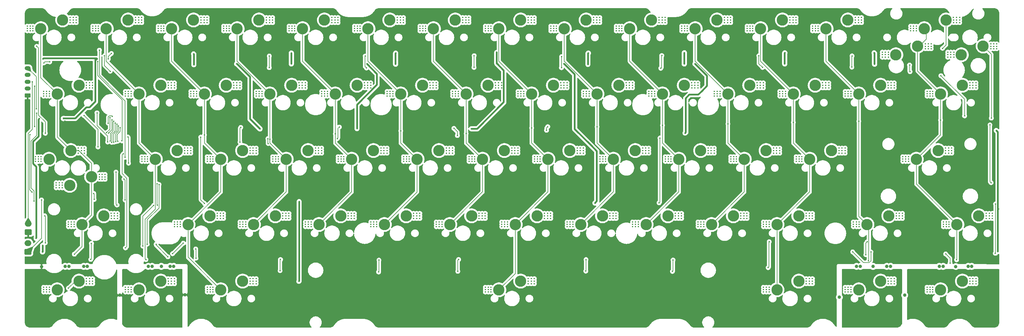
<source format=gbr>
%TF.GenerationSoftware,KiCad,Pcbnew,8.99.0-2194-gb3b7cbcab2*%
%TF.CreationDate,2024-09-18T03:27:03+07:00*%
%TF.ProjectId,Sebas_nuxros,53656261-735f-46e7-9578-726f732e6b69,rev?*%
%TF.SameCoordinates,Original*%
%TF.FileFunction,Copper,L1,Top*%
%TF.FilePolarity,Positive*%
%FSLAX46Y46*%
G04 Gerber Fmt 4.6, Leading zero omitted, Abs format (unit mm)*
G04 Created by KiCad (PCBNEW 8.99.0-2194-gb3b7cbcab2) date 2024-09-18 03:27:03*
%MOMM*%
%LPD*%
G01*
G04 APERTURE LIST*
G04 Aperture macros list*
%AMRoundRect*
0 Rectangle with rounded corners*
0 $1 Rounding radius*
0 $2 $3 $4 $5 $6 $7 $8 $9 X,Y pos of 4 corners*
0 Add a 4 corners polygon primitive as box body*
4,1,4,$2,$3,$4,$5,$6,$7,$8,$9,$2,$3,0*
0 Add four circle primitives for the rounded corners*
1,1,$1+$1,$2,$3*
1,1,$1+$1,$4,$5*
1,1,$1+$1,$6,$7*
1,1,$1+$1,$8,$9*
0 Add four rect primitives between the rounded corners*
20,1,$1+$1,$2,$3,$4,$5,0*
20,1,$1+$1,$4,$5,$6,$7,0*
20,1,$1+$1,$6,$7,$8,$9,0*
20,1,$1+$1,$8,$9,$2,$3,0*%
G04 Aperture macros list end*
%TA.AperFunction,ComponentPad*%
%ADD10C,3.300000*%
%TD*%
%TA.AperFunction,ComponentPad*%
%ADD11C,0.400000*%
%TD*%
%TA.AperFunction,ComponentPad*%
%ADD12RoundRect,0.250000X0.625000X-0.350000X0.625000X0.350000X-0.625000X0.350000X-0.625000X-0.350000X0*%
%TD*%
%TA.AperFunction,ComponentPad*%
%ADD13O,1.750000X1.200000*%
%TD*%
%TA.AperFunction,ComponentPad*%
%ADD14RoundRect,0.250000X0.750000X-0.600000X0.750000X0.600000X-0.750000X0.600000X-0.750000X-0.600000X0*%
%TD*%
%TA.AperFunction,ComponentPad*%
%ADD15O,2.000000X1.700000*%
%TD*%
%TA.AperFunction,ViaPad*%
%ADD16C,0.600000*%
%TD*%
%TA.AperFunction,ViaPad*%
%ADD17C,1.000000*%
%TD*%
%TA.AperFunction,ViaPad*%
%ADD18C,0.400000*%
%TD*%
%TA.AperFunction,Conductor*%
%ADD19C,0.500000*%
%TD*%
%TA.AperFunction,Conductor*%
%ADD20C,0.200000*%
%TD*%
G04 APERTURE END LIST*
D10*
%TO.P,SW1,2,2*%
%TO.N,C0*%
X384816280Y116560000D03*
D11*
X382526280Y115920000D03*
X382526280Y116620000D03*
X382526280Y117320000D03*
X381726280Y115920000D03*
X381726280Y116620000D03*
X381726280Y117320000D03*
X380876280Y115920000D03*
X380876280Y116620000D03*
X380876280Y117320000D03*
%TO.P,SW1,1,1*%
%TO.N,Net-(D1-A)*%
X395126280Y118320000D03*
X395126280Y119055000D03*
X395126280Y119820000D03*
X394226280Y118320000D03*
X394226280Y119055000D03*
X394226280Y119820000D03*
X393351280Y118320000D03*
X393351280Y119055000D03*
X393326280Y119820000D03*
D10*
X391166280Y119100000D03*
%TD*%
%TO.P,SW2,2,2*%
%TO.N,C1*%
X403866280Y116560000D03*
D11*
X401576280Y115920000D03*
X401576280Y116620000D03*
X401576280Y117320000D03*
X400776280Y115920000D03*
X400776280Y116620000D03*
X400776280Y117320000D03*
X399926280Y115920000D03*
X399926280Y116620000D03*
X399926280Y117320000D03*
%TO.P,SW2,1,1*%
%TO.N,Net-(D2-A)*%
X414176280Y118320000D03*
X414176280Y119055000D03*
X414176280Y119820000D03*
X413276280Y118320000D03*
X413276280Y119055000D03*
X413276280Y119820000D03*
X412401280Y118320000D03*
X412401280Y119055000D03*
X412376280Y119820000D03*
D10*
X410216280Y119100000D03*
%TD*%
%TO.P,SW3,2,2*%
%TO.N,C2*%
X422916280Y116560000D03*
D11*
X420626280Y115920000D03*
X420626280Y116620000D03*
X420626280Y117320000D03*
X419826280Y115920000D03*
X419826280Y116620000D03*
X419826280Y117320000D03*
X418976280Y115920000D03*
X418976280Y116620000D03*
X418976280Y117320000D03*
%TO.P,SW3,1,1*%
%TO.N,Net-(D3-A)*%
X433226280Y118320000D03*
X433226280Y119055000D03*
X433226280Y119820000D03*
X432326280Y118320000D03*
X432326280Y119055000D03*
X432326280Y119820000D03*
X431451280Y118320000D03*
X431451280Y119055000D03*
X431426280Y119820000D03*
D10*
X429266280Y119100000D03*
%TD*%
%TO.P,SW4,2,2*%
%TO.N,C3*%
X441966280Y116560000D03*
D11*
X439676280Y115920000D03*
X439676280Y116620000D03*
X439676280Y117320000D03*
X438876280Y115920000D03*
X438876280Y116620000D03*
X438876280Y117320000D03*
X438026280Y115920000D03*
X438026280Y116620000D03*
X438026280Y117320000D03*
%TO.P,SW4,1,1*%
%TO.N,Net-(D4-A)*%
X452276280Y118320000D03*
X452276280Y119055000D03*
X452276280Y119820000D03*
X451376280Y118320000D03*
X451376280Y119055000D03*
X451376280Y119820000D03*
X450501280Y118320000D03*
X450501280Y119055000D03*
X450476280Y119820000D03*
D10*
X448316280Y119100000D03*
%TD*%
%TO.P,SW5,2,2*%
%TO.N,C4*%
X461016280Y116560000D03*
D11*
X458726280Y115920000D03*
X458726280Y116620000D03*
X458726280Y117320000D03*
X457926280Y115920000D03*
X457926280Y116620000D03*
X457926280Y117320000D03*
X457076280Y115920000D03*
X457076280Y116620000D03*
X457076280Y117320000D03*
%TO.P,SW5,1,1*%
%TO.N,Net-(D5-A)*%
X471326280Y118320000D03*
X471326280Y119055000D03*
X471326280Y119820000D03*
X470426280Y118320000D03*
X470426280Y119055000D03*
X470426280Y119820000D03*
X469551280Y118320000D03*
X469551280Y119055000D03*
X469526280Y119820000D03*
D10*
X467366280Y119100000D03*
%TD*%
%TO.P,SW6,2,2*%
%TO.N,C5*%
X480066280Y116560000D03*
D11*
X477776280Y115920000D03*
X477776280Y116620000D03*
X477776280Y117320000D03*
X476976280Y115920000D03*
X476976280Y116620000D03*
X476976280Y117320000D03*
X476126280Y115920000D03*
X476126280Y116620000D03*
X476126280Y117320000D03*
%TO.P,SW6,1,1*%
%TO.N,Net-(D6-A)*%
X490376280Y118320000D03*
X490376280Y119055000D03*
X490376280Y119820000D03*
X489476280Y118320000D03*
X489476280Y119055000D03*
X489476280Y119820000D03*
X488601280Y118320000D03*
X488601280Y119055000D03*
X488576280Y119820000D03*
D10*
X486416280Y119100000D03*
%TD*%
%TO.P,SW7,2,2*%
%TO.N,C6*%
X499116280Y116560000D03*
D11*
X496826280Y115920000D03*
X496826280Y116620000D03*
X496826280Y117320000D03*
X496026280Y115920000D03*
X496026280Y116620000D03*
X496026280Y117320000D03*
X495176280Y115920000D03*
X495176280Y116620000D03*
X495176280Y117320000D03*
%TO.P,SW7,1,1*%
%TO.N,Net-(D7-A)*%
X509426280Y118320000D03*
X509426280Y119055000D03*
X509426280Y119820000D03*
X508526280Y118320000D03*
X508526280Y119055000D03*
X508526280Y119820000D03*
X507651280Y118320000D03*
X507651280Y119055000D03*
X507626280Y119820000D03*
D10*
X505466280Y119100000D03*
%TD*%
%TO.P,SW8,2,2*%
%TO.N,C7*%
X518166280Y116560000D03*
D11*
X515876280Y115920000D03*
X515876280Y116620000D03*
X515876280Y117320000D03*
X515076280Y115920000D03*
X515076280Y116620000D03*
X515076280Y117320000D03*
X514226280Y115920000D03*
X514226280Y116620000D03*
X514226280Y117320000D03*
%TO.P,SW8,1,1*%
%TO.N,Net-(D8-A)*%
X528476280Y118320000D03*
X528476280Y119055000D03*
X528476280Y119820000D03*
X527576280Y118320000D03*
X527576280Y119055000D03*
X527576280Y119820000D03*
X526701280Y118320000D03*
X526701280Y119055000D03*
X526676280Y119820000D03*
D10*
X524516280Y119100000D03*
%TD*%
%TO.P,SW9,2,2*%
%TO.N,C8*%
X537216280Y116560000D03*
D11*
X534926280Y115920000D03*
X534926280Y116620000D03*
X534926280Y117320000D03*
X534126280Y115920000D03*
X534126280Y116620000D03*
X534126280Y117320000D03*
X533276280Y115920000D03*
X533276280Y116620000D03*
X533276280Y117320000D03*
%TO.P,SW9,1,1*%
%TO.N,Net-(D9-A)*%
X547526280Y118320000D03*
X547526280Y119055000D03*
X547526280Y119820000D03*
X546626280Y118320000D03*
X546626280Y119055000D03*
X546626280Y119820000D03*
X545751280Y118320000D03*
X545751280Y119055000D03*
X545726280Y119820000D03*
D10*
X543566280Y119100000D03*
%TD*%
%TO.P,SW10,2,2*%
%TO.N,C9*%
X556266280Y116560000D03*
D11*
X553976280Y115920000D03*
X553976280Y116620000D03*
X553976280Y117320000D03*
X553176280Y115920000D03*
X553176280Y116620000D03*
X553176280Y117320000D03*
X552326280Y115920000D03*
X552326280Y116620000D03*
X552326280Y117320000D03*
%TO.P,SW10,1,1*%
%TO.N,Net-(D10-A)*%
X566576280Y118320000D03*
X566576280Y119055000D03*
X566576280Y119820000D03*
X565676280Y118320000D03*
X565676280Y119055000D03*
X565676280Y119820000D03*
X564801280Y118320000D03*
X564801280Y119055000D03*
X564776280Y119820000D03*
D10*
X562616280Y119100000D03*
%TD*%
%TO.P,SW11,2,2*%
%TO.N,C10*%
X575316280Y116560000D03*
D11*
X573026280Y115920000D03*
X573026280Y116620000D03*
X573026280Y117320000D03*
X572226280Y115920000D03*
X572226280Y116620000D03*
X572226280Y117320000D03*
X571376280Y115920000D03*
X571376280Y116620000D03*
X571376280Y117320000D03*
%TO.P,SW11,1,1*%
%TO.N,Net-(D11-A)*%
X585626280Y118320000D03*
X585626280Y119055000D03*
X585626280Y119820000D03*
X584726280Y118320000D03*
X584726280Y119055000D03*
X584726280Y119820000D03*
X583851280Y118320000D03*
X583851280Y119055000D03*
X583826280Y119820000D03*
D10*
X581666280Y119100000D03*
%TD*%
%TO.P,SW12,2,2*%
%TO.N,C11*%
X594366280Y116560000D03*
D11*
X592076280Y115920000D03*
X592076280Y116620000D03*
X592076280Y117320000D03*
X591276280Y115920000D03*
X591276280Y116620000D03*
X591276280Y117320000D03*
X590426280Y115920000D03*
X590426280Y116620000D03*
X590426280Y117320000D03*
%TO.P,SW12,1,1*%
%TO.N,Net-(D12-A)*%
X604676280Y118320000D03*
X604676280Y119055000D03*
X604676280Y119820000D03*
X603776280Y118320000D03*
X603776280Y119055000D03*
X603776280Y119820000D03*
X602901280Y118320000D03*
X602901280Y119055000D03*
X602876280Y119820000D03*
D10*
X600716280Y119100000D03*
%TD*%
%TO.P,SW13,2,2*%
%TO.N,C12*%
X613416280Y116560000D03*
D11*
X611126280Y115920000D03*
X611126280Y116620000D03*
X611126280Y117320000D03*
X610326280Y115920000D03*
X610326280Y116620000D03*
X610326280Y117320000D03*
X609476280Y115920000D03*
X609476280Y116620000D03*
X609476280Y117320000D03*
%TO.P,SW13,1,1*%
%TO.N,Net-(D13-A)*%
X623726280Y118320000D03*
X623726280Y119055000D03*
X623726280Y119820000D03*
X622826280Y118320000D03*
X622826280Y119055000D03*
X622826280Y119820000D03*
X621951280Y118320000D03*
X621951280Y119055000D03*
X621926280Y119820000D03*
D10*
X619766280Y119100000D03*
%TD*%
%TO.P,SW14,2,2*%
%TO.N,C13*%
X640086280Y111480000D03*
D11*
X642376280Y112120000D03*
X642376280Y111420000D03*
X642376280Y110720000D03*
X643176280Y112120000D03*
X643176280Y111420000D03*
X643176280Y110720000D03*
X644026280Y112120000D03*
X644026280Y111420000D03*
X644026280Y110720000D03*
%TO.P,SW14,1,1*%
%TO.N,Net-(D14-A)*%
X629776280Y109720000D03*
X629776280Y108985000D03*
X629776280Y108220000D03*
X630676280Y109720000D03*
X630676280Y108985000D03*
X630676280Y108220000D03*
X631551280Y109720000D03*
X631551280Y108985000D03*
X631576280Y108220000D03*
D10*
X633736280Y108940000D03*
%TD*%
%TO.P,SW15,2,2*%
%TO.N,C14*%
X659136280Y111480000D03*
D11*
X661426280Y112120000D03*
X661426280Y111420000D03*
X661426280Y110720000D03*
X662226280Y112120000D03*
X662226280Y111420000D03*
X662226280Y110720000D03*
X663076280Y112120000D03*
X663076280Y111420000D03*
X663076280Y110720000D03*
%TO.P,SW15,1,1*%
%TO.N,Net-(D15-A)*%
X648826280Y109720000D03*
X648826280Y108985000D03*
X648826280Y108220000D03*
X649726280Y109720000D03*
X649726280Y108985000D03*
X649726280Y108220000D03*
X650601280Y109720000D03*
X650601280Y108985000D03*
X650626280Y108220000D03*
D10*
X652786280Y108940000D03*
%TD*%
%TO.P,SW16,2,2*%
%TO.N,C0*%
X389579280Y97510000D03*
D11*
X387289280Y96870000D03*
X387289280Y97570000D03*
X387289280Y98270000D03*
X386489280Y96870000D03*
X386489280Y97570000D03*
X386489280Y98270000D03*
X385639280Y96870000D03*
X385639280Y97570000D03*
X385639280Y98270000D03*
%TO.P,SW16,1,1*%
%TO.N,Net-(D16-A)*%
X399889280Y99270000D03*
X399889280Y100005000D03*
X399889280Y100770000D03*
X398989280Y99270000D03*
X398989280Y100005000D03*
X398989280Y100770000D03*
X398114280Y99270000D03*
X398114280Y100005000D03*
X398089280Y100770000D03*
D10*
X395929280Y100050000D03*
%TD*%
%TO.P,SW17,2,2*%
%TO.N,C1*%
X413391280Y97510000D03*
D11*
X411101280Y96870000D03*
X411101280Y97570000D03*
X411101280Y98270000D03*
X410301280Y96870000D03*
X410301280Y97570000D03*
X410301280Y98270000D03*
X409451280Y96870000D03*
X409451280Y97570000D03*
X409451280Y98270000D03*
%TO.P,SW17,1,1*%
%TO.N,Net-(D17-A)*%
X423701280Y99270000D03*
X423701280Y100005000D03*
X423701280Y100770000D03*
X422801280Y99270000D03*
X422801280Y100005000D03*
X422801280Y100770000D03*
X421926280Y99270000D03*
X421926280Y100005000D03*
X421901280Y100770000D03*
D10*
X419741280Y100050000D03*
%TD*%
%TO.P,SW18,2,2*%
%TO.N,C2*%
X432441280Y97510000D03*
D11*
X430151280Y96870000D03*
X430151280Y97570000D03*
X430151280Y98270000D03*
X429351280Y96870000D03*
X429351280Y97570000D03*
X429351280Y98270000D03*
X428501280Y96870000D03*
X428501280Y97570000D03*
X428501280Y98270000D03*
%TO.P,SW18,1,1*%
%TO.N,Net-(D18-A)*%
X442751280Y99270000D03*
X442751280Y100005000D03*
X442751280Y100770000D03*
X441851280Y99270000D03*
X441851280Y100005000D03*
X441851280Y100770000D03*
X440976280Y99270000D03*
X440976280Y100005000D03*
X440951280Y100770000D03*
D10*
X438791280Y100050000D03*
%TD*%
%TO.P,SW19,2,2*%
%TO.N,C3*%
X451491280Y97510000D03*
D11*
X449201280Y96870000D03*
X449201280Y97570000D03*
X449201280Y98270000D03*
X448401280Y96870000D03*
X448401280Y97570000D03*
X448401280Y98270000D03*
X447551280Y96870000D03*
X447551280Y97570000D03*
X447551280Y98270000D03*
%TO.P,SW19,1,1*%
%TO.N,Net-(D19-A)*%
X461801280Y99270000D03*
X461801280Y100005000D03*
X461801280Y100770000D03*
X460901280Y99270000D03*
X460901280Y100005000D03*
X460901280Y100770000D03*
X460026280Y99270000D03*
X460026280Y100005000D03*
X460001280Y100770000D03*
D10*
X457841280Y100050000D03*
%TD*%
%TO.P,SW20,2,2*%
%TO.N,C4*%
X470541280Y97510000D03*
D11*
X468251280Y96870000D03*
X468251280Y97570000D03*
X468251280Y98270000D03*
X467451280Y96870000D03*
X467451280Y97570000D03*
X467451280Y98270000D03*
X466601280Y96870000D03*
X466601280Y97570000D03*
X466601280Y98270000D03*
%TO.P,SW20,1,1*%
%TO.N,Net-(D20-A)*%
X480851280Y99270000D03*
X480851280Y100005000D03*
X480851280Y100770000D03*
X479951280Y99270000D03*
X479951280Y100005000D03*
X479951280Y100770000D03*
X479076280Y99270000D03*
X479076280Y100005000D03*
X479051280Y100770000D03*
D10*
X476891280Y100050000D03*
%TD*%
%TO.P,SW21,2,2*%
%TO.N,C5*%
X489591280Y97510000D03*
D11*
X487301280Y96870000D03*
X487301280Y97570000D03*
X487301280Y98270000D03*
X486501280Y96870000D03*
X486501280Y97570000D03*
X486501280Y98270000D03*
X485651280Y96870000D03*
X485651280Y97570000D03*
X485651280Y98270000D03*
%TO.P,SW21,1,1*%
%TO.N,Net-(D21-A)*%
X499901280Y99270000D03*
X499901280Y100005000D03*
X499901280Y100770000D03*
X499001280Y99270000D03*
X499001280Y100005000D03*
X499001280Y100770000D03*
X498126280Y99270000D03*
X498126280Y100005000D03*
X498101280Y100770000D03*
D10*
X495941280Y100050000D03*
%TD*%
%TO.P,SW22,2,2*%
%TO.N,C6*%
X508641280Y97510000D03*
D11*
X506351280Y96870000D03*
X506351280Y97570000D03*
X506351280Y98270000D03*
X505551280Y96870000D03*
X505551280Y97570000D03*
X505551280Y98270000D03*
X504701280Y96870000D03*
X504701280Y97570000D03*
X504701280Y98270000D03*
%TO.P,SW22,1,1*%
%TO.N,Net-(D22-A)*%
X518951280Y99270000D03*
X518951280Y100005000D03*
X518951280Y100770000D03*
X518051280Y99270000D03*
X518051280Y100005000D03*
X518051280Y100770000D03*
X517176280Y99270000D03*
X517176280Y100005000D03*
X517151280Y100770000D03*
D10*
X514991280Y100050000D03*
%TD*%
%TO.P,SW23,2,2*%
%TO.N,C7*%
X527691280Y97510000D03*
D11*
X525401280Y96870000D03*
X525401280Y97570000D03*
X525401280Y98270000D03*
X524601280Y96870000D03*
X524601280Y97570000D03*
X524601280Y98270000D03*
X523751280Y96870000D03*
X523751280Y97570000D03*
X523751280Y98270000D03*
%TO.P,SW23,1,1*%
%TO.N,Net-(D23-A)*%
X538001280Y99270000D03*
X538001280Y100005000D03*
X538001280Y100770000D03*
X537101280Y99270000D03*
X537101280Y100005000D03*
X537101280Y100770000D03*
X536226280Y99270000D03*
X536226280Y100005000D03*
X536201280Y100770000D03*
D10*
X534041280Y100050000D03*
%TD*%
%TO.P,SW24,2,2*%
%TO.N,C8*%
X546741280Y97510000D03*
D11*
X544451280Y96870000D03*
X544451280Y97570000D03*
X544451280Y98270000D03*
X543651280Y96870000D03*
X543651280Y97570000D03*
X543651280Y98270000D03*
X542801280Y96870000D03*
X542801280Y97570000D03*
X542801280Y98270000D03*
%TO.P,SW24,1,1*%
%TO.N,Net-(D24-A)*%
X557051280Y99270000D03*
X557051280Y100005000D03*
X557051280Y100770000D03*
X556151280Y99270000D03*
X556151280Y100005000D03*
X556151280Y100770000D03*
X555276280Y99270000D03*
X555276280Y100005000D03*
X555251280Y100770000D03*
D10*
X553091280Y100050000D03*
%TD*%
%TO.P,SW25,2,2*%
%TO.N,C9*%
X565791280Y97510000D03*
D11*
X563501280Y96870000D03*
X563501280Y97570000D03*
X563501280Y98270000D03*
X562701280Y96870000D03*
X562701280Y97570000D03*
X562701280Y98270000D03*
X561851280Y96870000D03*
X561851280Y97570000D03*
X561851280Y98270000D03*
%TO.P,SW25,1,1*%
%TO.N,Net-(D25-A)*%
X576101280Y99270000D03*
X576101280Y100005000D03*
X576101280Y100770000D03*
X575201280Y99270000D03*
X575201280Y100005000D03*
X575201280Y100770000D03*
X574326280Y99270000D03*
X574326280Y100005000D03*
X574301280Y100770000D03*
D10*
X572141280Y100050000D03*
%TD*%
%TO.P,SW26,2,2*%
%TO.N,C10*%
X584841280Y97510000D03*
D11*
X582551280Y96870000D03*
X582551280Y97570000D03*
X582551280Y98270000D03*
X581751280Y96870000D03*
X581751280Y97570000D03*
X581751280Y98270000D03*
X580901280Y96870000D03*
X580901280Y97570000D03*
X580901280Y98270000D03*
%TO.P,SW26,1,1*%
%TO.N,Net-(D26-A)*%
X595151280Y99270000D03*
X595151280Y100005000D03*
X595151280Y100770000D03*
X594251280Y99270000D03*
X594251280Y100005000D03*
X594251280Y100770000D03*
X593376280Y99270000D03*
X593376280Y100005000D03*
X593351280Y100770000D03*
D10*
X591191280Y100050000D03*
%TD*%
%TO.P,SW27,2,2*%
%TO.N,C11*%
X603891280Y97510000D03*
D11*
X601601280Y96870000D03*
X601601280Y97570000D03*
X601601280Y98270000D03*
X600801280Y96870000D03*
X600801280Y97570000D03*
X600801280Y98270000D03*
X599951280Y96870000D03*
X599951280Y97570000D03*
X599951280Y98270000D03*
%TO.P,SW27,1,1*%
%TO.N,Net-(D27-A)*%
X614201280Y99270000D03*
X614201280Y100005000D03*
X614201280Y100770000D03*
X613301280Y99270000D03*
X613301280Y100005000D03*
X613301280Y100770000D03*
X612426280Y99270000D03*
X612426280Y100005000D03*
X612401280Y100770000D03*
D10*
X610241280Y100050000D03*
%TD*%
%TO.P,SW28,2,2*%
%TO.N,C12*%
X622941280Y97510000D03*
D11*
X620651280Y96870000D03*
X620651280Y97570000D03*
X620651280Y98270000D03*
X619851280Y96870000D03*
X619851280Y97570000D03*
X619851280Y98270000D03*
X619001280Y96870000D03*
X619001280Y97570000D03*
X619001280Y98270000D03*
%TO.P,SW28,1,1*%
%TO.N,Net-(D28-A)*%
X633251280Y99270000D03*
X633251280Y100005000D03*
X633251280Y100770000D03*
X632351280Y99270000D03*
X632351280Y100005000D03*
X632351280Y100770000D03*
X631476280Y99270000D03*
X631476280Y100005000D03*
X631451280Y100770000D03*
D10*
X629291280Y100050000D03*
%TD*%
%TO.P,SW29,2,2*%
%TO.N,C13*%
X646754280Y97510000D03*
D11*
X644464280Y96870000D03*
X644464280Y97570000D03*
X644464280Y98270000D03*
X643664280Y96870000D03*
X643664280Y97570000D03*
X643664280Y98270000D03*
X642814280Y96870000D03*
X642814280Y97570000D03*
X642814280Y98270000D03*
%TO.P,SW29,1,1*%
%TO.N,Net-(D29-A)*%
X657064280Y99270000D03*
X657064280Y100005000D03*
X657064280Y100770000D03*
X656164280Y99270000D03*
X656164280Y100005000D03*
X656164280Y100770000D03*
X655289280Y99270000D03*
X655289280Y100005000D03*
X655264280Y100770000D03*
D10*
X653104280Y100050000D03*
%TD*%
%TO.P,SW30,2,2*%
%TO.N,C0*%
X399580280Y73380000D03*
D11*
X401870280Y74020000D03*
X401870280Y73320000D03*
X401870280Y72620000D03*
X402670280Y74020000D03*
X402670280Y73320000D03*
X402670280Y72620000D03*
X403520280Y74020000D03*
X403520280Y73320000D03*
X403520280Y72620000D03*
%TO.P,SW30,1,1*%
%TO.N,Net-(D30-A)*%
X389270280Y71620000D03*
X389270280Y70885000D03*
X389270280Y70120000D03*
X390170280Y71620000D03*
X390170280Y70885000D03*
X390170280Y70120000D03*
X391045280Y71620000D03*
X391045280Y70885000D03*
X391070280Y70120000D03*
D10*
X393230280Y70840000D03*
%TD*%
%TO.P,SW31,2,2*%
%TO.N,C1*%
X418153780Y78460000D03*
D11*
X415863780Y77820000D03*
X415863780Y78520000D03*
X415863780Y79220000D03*
X415063780Y77820000D03*
X415063780Y78520000D03*
X415063780Y79220000D03*
X414213780Y77820000D03*
X414213780Y78520000D03*
X414213780Y79220000D03*
%TO.P,SW31,1,1*%
%TO.N,Net-(D31-A)*%
X428463780Y80220000D03*
X428463780Y80955000D03*
X428463780Y81720000D03*
X427563780Y80220000D03*
X427563780Y80955000D03*
X427563780Y81720000D03*
X426688780Y80220000D03*
X426688780Y80955000D03*
X426663780Y81720000D03*
D10*
X424503780Y81000000D03*
%TD*%
%TO.P,SW32,2,2*%
%TO.N,C2*%
X437203780Y78460000D03*
D11*
X434913780Y77820000D03*
X434913780Y78520000D03*
X434913780Y79220000D03*
X434113780Y77820000D03*
X434113780Y78520000D03*
X434113780Y79220000D03*
X433263780Y77820000D03*
X433263780Y78520000D03*
X433263780Y79220000D03*
%TO.P,SW32,1,1*%
%TO.N,Net-(D32-A)*%
X447513780Y80220000D03*
X447513780Y80955000D03*
X447513780Y81720000D03*
X446613780Y80220000D03*
X446613780Y80955000D03*
X446613780Y81720000D03*
X445738780Y80220000D03*
X445738780Y80955000D03*
X445713780Y81720000D03*
D10*
X443553780Y81000000D03*
%TD*%
%TO.P,SW33,2,2*%
%TO.N,C3*%
X456253780Y78460000D03*
D11*
X453963780Y77820000D03*
X453963780Y78520000D03*
X453963780Y79220000D03*
X453163780Y77820000D03*
X453163780Y78520000D03*
X453163780Y79220000D03*
X452313780Y77820000D03*
X452313780Y78520000D03*
X452313780Y79220000D03*
%TO.P,SW33,1,1*%
%TO.N,Net-(D33-A)*%
X466563780Y80220000D03*
X466563780Y80955000D03*
X466563780Y81720000D03*
X465663780Y80220000D03*
X465663780Y80955000D03*
X465663780Y81720000D03*
X464788780Y80220000D03*
X464788780Y80955000D03*
X464763780Y81720000D03*
D10*
X462603780Y81000000D03*
%TD*%
%TO.P,SW34,2,2*%
%TO.N,C4*%
X475303780Y78460000D03*
D11*
X473013780Y77820000D03*
X473013780Y78520000D03*
X473013780Y79220000D03*
X472213780Y77820000D03*
X472213780Y78520000D03*
X472213780Y79220000D03*
X471363780Y77820000D03*
X471363780Y78520000D03*
X471363780Y79220000D03*
%TO.P,SW34,1,1*%
%TO.N,Net-(D34-A)*%
X485613780Y80220000D03*
X485613780Y80955000D03*
X485613780Y81720000D03*
X484713780Y80220000D03*
X484713780Y80955000D03*
X484713780Y81720000D03*
X483838780Y80220000D03*
X483838780Y80955000D03*
X483813780Y81720000D03*
D10*
X481653780Y81000000D03*
%TD*%
%TO.P,SW35,2,2*%
%TO.N,C5*%
X494353780Y78460000D03*
D11*
X492063780Y77820000D03*
X492063780Y78520000D03*
X492063780Y79220000D03*
X491263780Y77820000D03*
X491263780Y78520000D03*
X491263780Y79220000D03*
X490413780Y77820000D03*
X490413780Y78520000D03*
X490413780Y79220000D03*
%TO.P,SW35,1,1*%
%TO.N,Net-(D35-A)*%
X504663780Y80220000D03*
X504663780Y80955000D03*
X504663780Y81720000D03*
X503763780Y80220000D03*
X503763780Y80955000D03*
X503763780Y81720000D03*
X502888780Y80220000D03*
X502888780Y80955000D03*
X502863780Y81720000D03*
D10*
X500703780Y81000000D03*
%TD*%
%TO.P,SW36,2,2*%
%TO.N,C6*%
X513403780Y78460000D03*
D11*
X511113780Y77820000D03*
X511113780Y78520000D03*
X511113780Y79220000D03*
X510313780Y77820000D03*
X510313780Y78520000D03*
X510313780Y79220000D03*
X509463780Y77820000D03*
X509463780Y78520000D03*
X509463780Y79220000D03*
%TO.P,SW36,1,1*%
%TO.N,Net-(D36-A)*%
X523713780Y80220000D03*
X523713780Y80955000D03*
X523713780Y81720000D03*
X522813780Y80220000D03*
X522813780Y80955000D03*
X522813780Y81720000D03*
X521938780Y80220000D03*
X521938780Y80955000D03*
X521913780Y81720000D03*
D10*
X519753780Y81000000D03*
%TD*%
%TO.P,SW37,2,2*%
%TO.N,C7*%
X532453780Y78460000D03*
D11*
X530163780Y77820000D03*
X530163780Y78520000D03*
X530163780Y79220000D03*
X529363780Y77820000D03*
X529363780Y78520000D03*
X529363780Y79220000D03*
X528513780Y77820000D03*
X528513780Y78520000D03*
X528513780Y79220000D03*
%TO.P,SW37,1,1*%
%TO.N,Net-(D37-A)*%
X542763780Y80220000D03*
X542763780Y80955000D03*
X542763780Y81720000D03*
X541863780Y80220000D03*
X541863780Y80955000D03*
X541863780Y81720000D03*
X540988780Y80220000D03*
X540988780Y80955000D03*
X540963780Y81720000D03*
D10*
X538803780Y81000000D03*
%TD*%
%TO.P,SW38,2,2*%
%TO.N,C8*%
X551503780Y78460000D03*
D11*
X549213780Y77820000D03*
X549213780Y78520000D03*
X549213780Y79220000D03*
X548413780Y77820000D03*
X548413780Y78520000D03*
X548413780Y79220000D03*
X547563780Y77820000D03*
X547563780Y78520000D03*
X547563780Y79220000D03*
%TO.P,SW38,1,1*%
%TO.N,Net-(D38-A)*%
X561813780Y80220000D03*
X561813780Y80955000D03*
X561813780Y81720000D03*
X560913780Y80220000D03*
X560913780Y80955000D03*
X560913780Y81720000D03*
X560038780Y80220000D03*
X560038780Y80955000D03*
X560013780Y81720000D03*
D10*
X557853780Y81000000D03*
%TD*%
%TO.P,SW39,2,2*%
%TO.N,C9*%
X570553780Y78460000D03*
D11*
X568263780Y77820000D03*
X568263780Y78520000D03*
X568263780Y79220000D03*
X567463780Y77820000D03*
X567463780Y78520000D03*
X567463780Y79220000D03*
X566613780Y77820000D03*
X566613780Y78520000D03*
X566613780Y79220000D03*
%TO.P,SW39,1,1*%
%TO.N,Net-(D39-A)*%
X580863780Y80220000D03*
X580863780Y80955000D03*
X580863780Y81720000D03*
X579963780Y80220000D03*
X579963780Y80955000D03*
X579963780Y81720000D03*
X579088780Y80220000D03*
X579088780Y80955000D03*
X579063780Y81720000D03*
D10*
X576903780Y81000000D03*
%TD*%
%TO.P,SW40,2,2*%
%TO.N,C10*%
X589603780Y78460000D03*
D11*
X587313780Y77820000D03*
X587313780Y78520000D03*
X587313780Y79220000D03*
X586513780Y77820000D03*
X586513780Y78520000D03*
X586513780Y79220000D03*
X585663780Y77820000D03*
X585663780Y78520000D03*
X585663780Y79220000D03*
%TO.P,SW40,1,1*%
%TO.N,Net-(D40-A)*%
X599913780Y80220000D03*
X599913780Y80955000D03*
X599913780Y81720000D03*
X599013780Y80220000D03*
X599013780Y80955000D03*
X599013780Y81720000D03*
X598138780Y80220000D03*
X598138780Y80955000D03*
X598113780Y81720000D03*
D10*
X595953780Y81000000D03*
%TD*%
%TO.P,SW41,2,2*%
%TO.N,C11*%
X608653780Y78460000D03*
D11*
X606363780Y77820000D03*
X606363780Y78520000D03*
X606363780Y79220000D03*
X605563780Y77820000D03*
X605563780Y78520000D03*
X605563780Y79220000D03*
X604713780Y77820000D03*
X604713780Y78520000D03*
X604713780Y79220000D03*
%TO.P,SW41,1,1*%
%TO.N,Net-(D41-A)*%
X618963780Y80220000D03*
X618963780Y80955000D03*
X618963780Y81720000D03*
X618063780Y80220000D03*
X618063780Y80955000D03*
X618063780Y81720000D03*
X617188780Y80220000D03*
X617188780Y80955000D03*
X617163780Y81720000D03*
D10*
X615003780Y81000000D03*
%TD*%
%TO.P,SW43,2,2*%
%TO.N,C13*%
X639684380Y78460000D03*
D11*
X637394380Y77820000D03*
X637394380Y78520000D03*
X637394380Y79220000D03*
X636594380Y77820000D03*
X636594380Y78520000D03*
X636594380Y79220000D03*
X635744380Y77820000D03*
X635744380Y78520000D03*
X635744380Y79220000D03*
%TO.P,SW43,1,1*%
%TO.N,Net-(D43-A)*%
X649994380Y80220000D03*
X649994380Y80955000D03*
X649994380Y81720000D03*
X649094380Y80220000D03*
X649094380Y80955000D03*
X649094380Y81720000D03*
X648219380Y80220000D03*
X648219380Y80955000D03*
X648194380Y81720000D03*
D10*
X646034380Y81000000D03*
%TD*%
%TO.P,SW45,2,2*%
%TO.N,C2*%
X427678780Y59410000D03*
D11*
X425388780Y58770000D03*
X425388780Y59470000D03*
X425388780Y60170000D03*
X424588780Y58770000D03*
X424588780Y59470000D03*
X424588780Y60170000D03*
X423738780Y58770000D03*
X423738780Y59470000D03*
X423738780Y60170000D03*
%TO.P,SW45,1,1*%
%TO.N,Net-(D45-A)*%
X437988780Y61170000D03*
X437988780Y61905000D03*
X437988780Y62670000D03*
X437088780Y61170000D03*
X437088780Y61905000D03*
X437088780Y62670000D03*
X436213780Y61170000D03*
X436213780Y61905000D03*
X436188780Y62670000D03*
D10*
X434028780Y61950000D03*
%TD*%
%TO.P,SW46,2,2*%
%TO.N,C3*%
X446728780Y59410000D03*
D11*
X444438780Y58770000D03*
X444438780Y59470000D03*
X444438780Y60170000D03*
X443638780Y58770000D03*
X443638780Y59470000D03*
X443638780Y60170000D03*
X442788780Y58770000D03*
X442788780Y59470000D03*
X442788780Y60170000D03*
%TO.P,SW46,1,1*%
%TO.N,Net-(D46-A)*%
X457038780Y61170000D03*
X457038780Y61905000D03*
X457038780Y62670000D03*
X456138780Y61170000D03*
X456138780Y61905000D03*
X456138780Y62670000D03*
X455263780Y61170000D03*
X455263780Y61905000D03*
X455238780Y62670000D03*
D10*
X453078780Y61950000D03*
%TD*%
%TO.P,SW47,2,2*%
%TO.N,C4*%
X465778780Y59410000D03*
D11*
X463488780Y58770000D03*
X463488780Y59470000D03*
X463488780Y60170000D03*
X462688780Y58770000D03*
X462688780Y59470000D03*
X462688780Y60170000D03*
X461838780Y58770000D03*
X461838780Y59470000D03*
X461838780Y60170000D03*
%TO.P,SW47,1,1*%
%TO.N,Net-(D47-A)*%
X476088780Y61170000D03*
X476088780Y61905000D03*
X476088780Y62670000D03*
X475188780Y61170000D03*
X475188780Y61905000D03*
X475188780Y62670000D03*
X474313780Y61170000D03*
X474313780Y61905000D03*
X474288780Y62670000D03*
D10*
X472128780Y61950000D03*
%TD*%
%TO.P,SW48,2,2*%
%TO.N,C5*%
X484828780Y59410000D03*
D11*
X482538780Y58770000D03*
X482538780Y59470000D03*
X482538780Y60170000D03*
X481738780Y58770000D03*
X481738780Y59470000D03*
X481738780Y60170000D03*
X480888780Y58770000D03*
X480888780Y59470000D03*
X480888780Y60170000D03*
%TO.P,SW48,1,1*%
%TO.N,Net-(D48-A)*%
X495138780Y61170000D03*
X495138780Y61905000D03*
X495138780Y62670000D03*
X494238780Y61170000D03*
X494238780Y61905000D03*
X494238780Y62670000D03*
X493363780Y61170000D03*
X493363780Y61905000D03*
X493338780Y62670000D03*
D10*
X491178780Y61950000D03*
%TD*%
%TO.P,SW49,2,2*%
%TO.N,C6*%
X503878780Y59410000D03*
D11*
X501588780Y58770000D03*
X501588780Y59470000D03*
X501588780Y60170000D03*
X500788780Y58770000D03*
X500788780Y59470000D03*
X500788780Y60170000D03*
X499938780Y58770000D03*
X499938780Y59470000D03*
X499938780Y60170000D03*
%TO.P,SW49,1,1*%
%TO.N,Net-(D49-A)*%
X514188780Y61170000D03*
X514188780Y61905000D03*
X514188780Y62670000D03*
X513288780Y61170000D03*
X513288780Y61905000D03*
X513288780Y62670000D03*
X512413780Y61170000D03*
X512413780Y61905000D03*
X512388780Y62670000D03*
D10*
X510228780Y61950000D03*
%TD*%
%TO.P,SW50,2,2*%
%TO.N,C7*%
X522928780Y59410000D03*
D11*
X520638780Y58770000D03*
X520638780Y59470000D03*
X520638780Y60170000D03*
X519838780Y58770000D03*
X519838780Y59470000D03*
X519838780Y60170000D03*
X518988780Y58770000D03*
X518988780Y59470000D03*
X518988780Y60170000D03*
%TO.P,SW50,1,1*%
%TO.N,Net-(D50-A)*%
X533238780Y61170000D03*
X533238780Y61905000D03*
X533238780Y62670000D03*
X532338780Y61170000D03*
X532338780Y61905000D03*
X532338780Y62670000D03*
X531463780Y61170000D03*
X531463780Y61905000D03*
X531438780Y62670000D03*
D10*
X529278780Y61950000D03*
%TD*%
%TO.P,SW51,2,2*%
%TO.N,C8*%
X541978780Y59410000D03*
D11*
X539688780Y58770000D03*
X539688780Y59470000D03*
X539688780Y60170000D03*
X538888780Y58770000D03*
X538888780Y59470000D03*
X538888780Y60170000D03*
X538038780Y58770000D03*
X538038780Y59470000D03*
X538038780Y60170000D03*
%TO.P,SW51,1,1*%
%TO.N,Net-(D51-A)*%
X552288780Y61170000D03*
X552288780Y61905000D03*
X552288780Y62670000D03*
X551388780Y61170000D03*
X551388780Y61905000D03*
X551388780Y62670000D03*
X550513780Y61170000D03*
X550513780Y61905000D03*
X550488780Y62670000D03*
D10*
X548328780Y61950000D03*
%TD*%
%TO.P,SW52,2,2*%
%TO.N,C9*%
X561028780Y59410000D03*
D11*
X558738780Y58770000D03*
X558738780Y59470000D03*
X558738780Y60170000D03*
X557938780Y58770000D03*
X557938780Y59470000D03*
X557938780Y60170000D03*
X557088780Y58770000D03*
X557088780Y59470000D03*
X557088780Y60170000D03*
%TO.P,SW52,1,1*%
%TO.N,Net-(D52-A)*%
X571338780Y61170000D03*
X571338780Y61905000D03*
X571338780Y62670000D03*
X570438780Y61170000D03*
X570438780Y61905000D03*
X570438780Y62670000D03*
X569563780Y61170000D03*
X569563780Y61905000D03*
X569538780Y62670000D03*
D10*
X567378780Y61950000D03*
%TD*%
%TO.P,SW53,2,2*%
%TO.N,C10*%
X580078780Y59410000D03*
D11*
X577788780Y58770000D03*
X577788780Y59470000D03*
X577788780Y60170000D03*
X576988780Y58770000D03*
X576988780Y59470000D03*
X576988780Y60170000D03*
X576138780Y58770000D03*
X576138780Y59470000D03*
X576138780Y60170000D03*
%TO.P,SW53,1,1*%
%TO.N,Net-(D53-A)*%
X590388780Y61170000D03*
X590388780Y61905000D03*
X590388780Y62670000D03*
X589488780Y61170000D03*
X589488780Y61905000D03*
X589488780Y62670000D03*
X588613780Y61170000D03*
X588613780Y61905000D03*
X588588780Y62670000D03*
D10*
X586428780Y61950000D03*
%TD*%
%TO.P,SW54,2,2*%
%TO.N,C11*%
X599128780Y59410000D03*
D11*
X596838780Y58770000D03*
X596838780Y59470000D03*
X596838780Y60170000D03*
X596038780Y58770000D03*
X596038780Y59470000D03*
X596038780Y60170000D03*
X595188780Y58770000D03*
X595188780Y59470000D03*
X595188780Y60170000D03*
%TO.P,SW54,1,1*%
%TO.N,Net-(D54-A)*%
X609438780Y61170000D03*
X609438780Y61905000D03*
X609438780Y62670000D03*
X608538780Y61170000D03*
X608538780Y61905000D03*
X608538780Y62670000D03*
X607663780Y61170000D03*
X607663780Y61905000D03*
X607638780Y62670000D03*
D10*
X605478780Y61950000D03*
%TD*%
%TO.P,SW55,2,2*%
%TO.N,C12*%
X625322780Y59410000D03*
D11*
X623032780Y58770000D03*
X623032780Y59470000D03*
X623032780Y60170000D03*
X622232780Y58770000D03*
X622232780Y59470000D03*
X622232780Y60170000D03*
X621382780Y58770000D03*
X621382780Y59470000D03*
X621382780Y60170000D03*
%TO.P,SW55,1,1*%
%TO.N,Net-(D55-A)*%
X635632780Y61170000D03*
X635632780Y61905000D03*
X635632780Y62670000D03*
X634732780Y61170000D03*
X634732780Y61905000D03*
X634732780Y62670000D03*
X633857780Y61170000D03*
X633857780Y61905000D03*
X633832780Y62670000D03*
D10*
X631672780Y61950000D03*
%TD*%
%TO.P,SW56,2,2*%
%TO.N,C13*%
X651516280Y59410000D03*
D11*
X649226280Y58770000D03*
X649226280Y59470000D03*
X649226280Y60170000D03*
X648426280Y58770000D03*
X648426280Y59470000D03*
X648426280Y60170000D03*
X647576280Y58770000D03*
X647576280Y59470000D03*
X647576280Y60170000D03*
%TO.P,SW56,1,1*%
%TO.N,Net-(D56-A)*%
X661826280Y61170000D03*
X661826280Y61905000D03*
X661826280Y62670000D03*
X660926280Y61170000D03*
X660926280Y61905000D03*
X660926280Y62670000D03*
X660051280Y61170000D03*
X660051280Y61905000D03*
X660026280Y62670000D03*
D10*
X657866280Y61950000D03*
%TD*%
%TO.P,SW57,2,2*%
%TO.N,C0*%
X389579280Y40360000D03*
D11*
X387289280Y39720000D03*
X387289280Y40420000D03*
X387289280Y41120000D03*
X386489280Y39720000D03*
X386489280Y40420000D03*
X386489280Y41120000D03*
X385639280Y39720000D03*
X385639280Y40420000D03*
X385639280Y41120000D03*
%TO.P,SW57,1,1*%
%TO.N,Net-(D57-A)*%
X399889280Y42120000D03*
X399889280Y42855000D03*
X399889280Y43620000D03*
X398989280Y42120000D03*
X398989280Y42855000D03*
X398989280Y43620000D03*
X398114280Y42120000D03*
X398114280Y42855000D03*
X398089280Y43620000D03*
D10*
X395929280Y42900000D03*
%TD*%
%TO.P,SW58,2,2*%
%TO.N,C1*%
X413391280Y40360000D03*
D11*
X411101280Y39720000D03*
X411101280Y40420000D03*
X411101280Y41120000D03*
X410301280Y39720000D03*
X410301280Y40420000D03*
X410301280Y41120000D03*
X409451280Y39720000D03*
X409451280Y40420000D03*
X409451280Y41120000D03*
%TO.P,SW58,1,1*%
%TO.N,Net-(D58-A)*%
X423701280Y42120000D03*
X423701280Y42855000D03*
X423701280Y43620000D03*
X422801280Y42120000D03*
X422801280Y42855000D03*
X422801280Y43620000D03*
X421926280Y42120000D03*
X421926280Y42855000D03*
X421901280Y43620000D03*
D10*
X419741280Y42900000D03*
%TD*%
%TO.P,SW59,2,2*%
%TO.N,C2*%
X437204280Y40360000D03*
D11*
X434914280Y39720000D03*
X434914280Y40420000D03*
X434914280Y41120000D03*
X434114280Y39720000D03*
X434114280Y40420000D03*
X434114280Y41120000D03*
X433264280Y39720000D03*
X433264280Y40420000D03*
X433264280Y41120000D03*
%TO.P,SW59,1,1*%
%TO.N,Net-(D59-A)*%
X447514280Y42120000D03*
X447514280Y42855000D03*
X447514280Y43620000D03*
X446614280Y42120000D03*
X446614280Y42855000D03*
X446614280Y43620000D03*
X445739280Y42120000D03*
X445739280Y42855000D03*
X445714280Y43620000D03*
D10*
X443554280Y42900000D03*
%TD*%
%TO.P,SW62,2,2*%
%TO.N,C7*%
X518166280Y40360000D03*
D11*
X515876280Y39720000D03*
X515876280Y40420000D03*
X515876280Y41120000D03*
X515076280Y39720000D03*
X515076280Y40420000D03*
X515076280Y41120000D03*
X514226280Y39720000D03*
X514226280Y40420000D03*
X514226280Y41120000D03*
%TO.P,SW62,1,1*%
%TO.N,Net-(D62-A)*%
X528476280Y42120000D03*
X528476280Y42855000D03*
X528476280Y43620000D03*
X527576280Y42120000D03*
X527576280Y42855000D03*
X527576280Y43620000D03*
X526701280Y42120000D03*
X526701280Y42855000D03*
X526676280Y43620000D03*
D10*
X524516280Y42900000D03*
%TD*%
%TO.P,SW68,2,2*%
%TO.N,C11*%
X599129280Y40360000D03*
D11*
X596839280Y39720000D03*
X596839280Y40420000D03*
X596839280Y41120000D03*
X596039280Y39720000D03*
X596039280Y40420000D03*
X596039280Y41120000D03*
X595189280Y39720000D03*
X595189280Y40420000D03*
X595189280Y41120000D03*
%TO.P,SW68,1,1*%
%TO.N,Net-(D68-A)*%
X609439280Y42120000D03*
X609439280Y42855000D03*
X609439280Y43620000D03*
X608539280Y42120000D03*
X608539280Y42855000D03*
X608539280Y43620000D03*
X607664280Y42120000D03*
X607664280Y42855000D03*
X607639280Y43620000D03*
D10*
X605479280Y42900000D03*
%TD*%
%TO.P,SW69,2,2*%
%TO.N,C12*%
X622941280Y40360000D03*
D11*
X620651280Y39720000D03*
X620651280Y40420000D03*
X620651280Y41120000D03*
X619851280Y39720000D03*
X619851280Y40420000D03*
X619851280Y41120000D03*
X619001280Y39720000D03*
X619001280Y40420000D03*
X619001280Y41120000D03*
%TO.P,SW69,1,1*%
%TO.N,Net-(D69-A)*%
X633251280Y42120000D03*
X633251280Y42855000D03*
X633251280Y43620000D03*
X632351280Y42120000D03*
X632351280Y42855000D03*
X632351280Y43620000D03*
X631476280Y42120000D03*
X631476280Y42855000D03*
X631451280Y43620000D03*
D10*
X629291280Y42900000D03*
%TD*%
%TO.P,SW70,2,2*%
%TO.N,C13*%
X646754280Y40360000D03*
D11*
X644464280Y39720000D03*
X644464280Y40420000D03*
X644464280Y41120000D03*
X643664280Y39720000D03*
X643664280Y40420000D03*
X643664280Y41120000D03*
X642814280Y39720000D03*
X642814280Y40420000D03*
X642814280Y41120000D03*
%TO.P,SW70,1,1*%
%TO.N,Net-(D70-A)*%
X657064280Y42120000D03*
X657064280Y42855000D03*
X657064280Y43620000D03*
X656164280Y42120000D03*
X656164280Y42855000D03*
X656164280Y43620000D03*
X655289280Y42120000D03*
X655289280Y42855000D03*
X655264280Y43620000D03*
D10*
X653104280Y42900000D03*
%TD*%
%TO.P,SW1000,2,2*%
%TO.N,C0*%
X396796880Y59410000D03*
D11*
X394506880Y58770000D03*
X394506880Y59470000D03*
X394506880Y60170000D03*
X393706880Y58770000D03*
X393706880Y59470000D03*
X393706880Y60170000D03*
X392856880Y58770000D03*
X392856880Y59470000D03*
X392856880Y60170000D03*
%TO.P,SW1000,1,1*%
%TO.N,Net-(D42-A)*%
X407106880Y61170000D03*
X407106880Y61905000D03*
X407106880Y62670000D03*
X406206880Y61170000D03*
X406206880Y61905000D03*
X406206880Y62670000D03*
X405331880Y61170000D03*
X405331880Y61905000D03*
X405306880Y62670000D03*
D10*
X403146880Y61950000D03*
%TD*%
%TO.P,SW1001,2,2*%
%TO.N,Net-(D30-A)*%
X387197280Y78460000D03*
D11*
X384907280Y77820000D03*
X384907280Y78520000D03*
X384907280Y79220000D03*
X384107280Y77820000D03*
X384107280Y78520000D03*
X384107280Y79220000D03*
X383257280Y77820000D03*
X383257280Y78520000D03*
X383257280Y79220000D03*
%TO.P,SW1001,1,1*%
%TO.N,C0*%
X397507280Y80220000D03*
X397507280Y80955000D03*
X397507280Y81720000D03*
X396607280Y80220000D03*
X396607280Y80955000D03*
X396607280Y81720000D03*
X395732280Y80220000D03*
X395732280Y80955000D03*
X395707280Y81720000D03*
D10*
X393547280Y81000000D03*
%TD*%
%TO.P,SW1002,2,2*%
%TO.N,C13*%
X641991280Y116560000D03*
D11*
X639701280Y115920000D03*
X639701280Y116620000D03*
X639701280Y117320000D03*
X638901280Y115920000D03*
X638901280Y116620000D03*
X638901280Y117320000D03*
X638051280Y115920000D03*
X638051280Y116620000D03*
X638051280Y117320000D03*
%TO.P,SW1002,1,1*%
%TO.N,Net-(D14-A)*%
X652301280Y118320000D03*
X652301280Y119055000D03*
X652301280Y119820000D03*
X651401280Y118320000D03*
X651401280Y119055000D03*
X651401280Y119820000D03*
X650526280Y118320000D03*
X650526280Y119055000D03*
X650501280Y119820000D03*
D10*
X648341280Y119100000D03*
%TD*%
D12*
%TO.P,J2,1,Pin_1*%
%TO.N,GND*%
X380988780Y97070000D03*
D13*
%TO.P,J2,2,Pin_2*%
%TO.N,+3.3V*%
X380988780Y99070000D03*
%TO.P,J2,3,Pin_3*%
%TO.N,RST*%
X380988780Y101070000D03*
%TO.P,J2,4,Pin_4*%
%TO.N,DIO*%
X380988780Y103070000D03*
%TO.P,J2,5,Pin_5*%
%TO.N,CLK*%
X380988780Y105070000D03*
%TD*%
D14*
%TO.P,SWb\u00F4trst1,1,1*%
%TO.N,GND*%
X381153780Y57170000D03*
D15*
%TO.P,SWb\u00F4trst1,2,2*%
%TO.N,RST*%
X381153780Y59670000D03*
%TD*%
D14*
%TO.P,SWb\u00F4t1,1,1*%
%TO.N,+3.3V*%
X381088780Y51470000D03*
D15*
%TO.P,SWb\u00F4t1,2,2*%
%TO.N,boot*%
X381088780Y53970000D03*
%TD*%
D16*
%TO.N,GND*%
X402890000Y103980000D03*
X411210000Y103770000D03*
X406820000Y111390000D03*
X396970000Y116920000D03*
%TO.N,+5V*%
X391440000Y90350000D03*
D17*
%TO.N,GND*%
X385030000Y47160000D03*
X426780000Y38920000D03*
X407790000Y38790000D03*
%TO.N,*%
X419900000Y47200000D03*
X617300000Y38200000D03*
X651170000Y47160000D03*
X627100000Y47200000D03*
X636300000Y38800000D03*
D18*
%TO.N,+3.3V*%
X410348780Y77310000D03*
X400220000Y68480000D03*
X382978780Y99810000D03*
X385030000Y66570000D03*
X400330000Y66730000D03*
X410158780Y84950000D03*
X382978780Y88040000D03*
%TO.N,GND*%
X400358780Y79560000D03*
X385258780Y95110000D03*
X408048780Y70420000D03*
X410918780Y101890000D03*
X398860000Y103160000D03*
X399030000Y112670000D03*
X382540000Y55290000D03*
X390350000Y100560000D03*
X406498780Y107390000D03*
X383770000Y50640000D03*
X550780000Y54600000D03*
X407658780Y104510000D03*
X387590000Y57960000D03*
X391810000Y89590000D03*
X387740000Y60770000D03*
X387230000Y91410000D03*
X407678780Y100850000D03*
X446728780Y84140000D03*
X552370000Y51020000D03*
X400068780Y83670000D03*
X390280000Y56080000D03*
X419890000Y103850000D03*
X419260000Y108350000D03*
X551970000Y44210000D03*
X396390000Y96590000D03*
X399120000Y106340000D03*
X410800000Y87100000D03*
X405458780Y80660000D03*
%TO.N,RST*%
X406700000Y74700000D03*
X407000000Y65100000D03*
X382298780Y101090000D03*
%TO.N,R0*%
X401868780Y110300000D03*
X409348780Y79030000D03*
%TO.N,Net-(D14-A)*%
X647318780Y110820000D03*
%TO.N,Net-(D57-A)*%
X392838780Y40830000D03*
%TO.N,+5V*%
X540258780Y87700000D03*
X572148780Y106300000D03*
X572370000Y86100000D03*
X601388780Y106300000D03*
X663588792Y63970000D03*
X383440000Y55420000D03*
X385300000Y51410000D03*
X401170000Y107770000D03*
X441848780Y106300000D03*
X537128780Y106300000D03*
X405010000Y104140000D03*
X546148780Y65690000D03*
X601418780Y109500000D03*
X662968780Y86860000D03*
X544208780Y109430000D03*
X429368780Y106050000D03*
X403366280Y108660000D03*
X663420000Y51550000D03*
X460008780Y66110000D03*
X384398780Y90270000D03*
X572178780Y109550000D03*
X385500000Y107750000D03*
X488128780Y109410000D03*
X544088780Y106160000D03*
X429288780Y109190000D03*
X488088780Y106210000D03*
X627398780Y109490000D03*
X383498780Y67850000D03*
X459928780Y42860000D03*
X457728780Y109470000D03*
X457738780Y106300000D03*
X517558780Y109650000D03*
X517678780Y106300000D03*
X575258780Y106300000D03*
X510178780Y87340000D03*
X385370000Y53330000D03*
X479738780Y106300000D03*
X476858780Y87400000D03*
X448618780Y87330000D03*
X627538780Y106190000D03*
%TO.N,DIO*%
X401368780Y106990000D03*
X408440000Y83840000D03*
X385720000Y106590000D03*
X387420000Y106870000D03*
%TO.N,CLK*%
X401170000Y92010000D03*
X404250000Y83490000D03*
X383510000Y93170000D03*
%TO.N,boot*%
X408848780Y80040000D03*
X409460000Y52600000D03*
D17*
%TO.N,C0*%
X391900000Y47200000D03*
X393000000Y47200000D03*
D18*
X394580000Y50760000D03*
D17*
%TO.N,C1*%
X417200000Y47200000D03*
D18*
X415400000Y49180000D03*
D17*
X416100000Y47200000D03*
D18*
%TO.N,C2*%
X432441280Y85570000D03*
%TO.N,C3*%
X451491280Y84260000D03*
%TO.N,C4*%
X470541280Y85860000D03*
%TO.N,C5*%
X489591280Y86770000D03*
%TO.N,C6*%
X508641280Y85950000D03*
%TO.N,C7*%
X527691280Y87570000D03*
%TO.N,C8*%
X407217277Y83732103D03*
X407930257Y87681424D03*
X546741280Y87970000D03*
%TO.N,C9*%
X407430257Y88207840D03*
X565791280Y88370000D03*
X406631704Y83601308D03*
%TO.N,C10*%
X406930257Y88704942D03*
X584841280Y88770000D03*
X406055784Y83433023D03*
%TO.N,C11*%
X405457228Y83391380D03*
X603891280Y89170000D03*
X406430257Y89043831D03*
%TO.N,C12*%
X622941280Y89570000D03*
D17*
X622300000Y47200000D03*
D18*
X406008780Y89540000D03*
D17*
X623400000Y47200000D03*
D18*
X625730000Y48780000D03*
X405008780Y83790000D03*
%TO.N,C13*%
X651410000Y49130000D03*
X405504086Y89970001D03*
D17*
X647500000Y47200000D03*
D18*
X646754280Y89900000D03*
D17*
X646400000Y47200000D03*
D18*
X404607334Y86151446D03*
%TO.N,C14*%
X403948780Y86200000D03*
X661528780Y90490000D03*
X404948780Y90630000D03*
%TO.N,Net-(Drgb1-DOUT)*%
X451328780Y108600000D03*
X451298780Y105200000D03*
%TO.N,Net-(Drgb1-DIN)*%
X405350000Y109320000D03*
X404450000Y107730000D03*
%TO.N,Net-(Drgb2-DOUT)*%
X479608780Y105090000D03*
X479238780Y108560000D03*
%TO.N,Net-(Drgb3-DOUT)*%
X510958780Y108680000D03*
X510918780Y105260000D03*
%TO.N,Net-(Drgb4-DOUT)*%
X536378780Y105160000D03*
X536448780Y108410000D03*
%TO.N,Net-(Drgb5-DOUT)*%
X565588780Y108730000D03*
X565298780Y105010000D03*
%TO.N,Net-(Drgb6-DOUT)*%
X593866280Y108650000D03*
X594918780Y105260000D03*
%TO.N,Net-(Drgb7-DOUT)*%
X620908780Y105340000D03*
X620978780Y108610000D03*
%TO.N,Net-(Drgb8-DOUT)*%
X637870000Y104040000D03*
X637730000Y105950000D03*
%TO.N,Net-(Drgb10-DIN)*%
X646860000Y102840000D03*
X653730000Y91110000D03*
%TO.N,Net-(Drgb10-DOUT)*%
X661448780Y71630000D03*
X661128780Y88490000D03*
%TO.N,Net-(Drgb11-DOUT)*%
X662768778Y65430000D03*
X662700000Y51000000D03*
%TO.N,Net-(Drgb12-DOUT)*%
X625370000Y54370000D03*
X625020000Y50620000D03*
%TO.N,Net-(Drgb13-DOUT)*%
X596860000Y54390000D03*
X596560000Y46840000D03*
%TO.N,Net-(Drgb14-DOUT)*%
X568878780Y49050000D03*
X568678780Y45740000D03*
%TO.N,Net-(Drgb15-DOUT)*%
X543468780Y45820000D03*
X543528780Y49180000D03*
%TO.N,Net-(Drgb16-DOUT)*%
X506438780Y49210000D03*
X506208780Y45760000D03*
%TO.N,Net-(Drgb17-DOUT)*%
X483258780Y49030000D03*
X483148780Y45570000D03*
%TO.N,Net-(Drgb18-DOUT)*%
X454588780Y49210000D03*
X454458780Y45960000D03*
%TO.N,Net-(Drgb19-DOUT)*%
X430000000Y49600000D03*
X429900000Y52300000D03*
%TO.N,Net-(Drgb20-DIN)*%
X383638780Y111430000D03*
X386108780Y86040000D03*
%TO.N,Net-(Drgb21-DOUT)*%
X426280000Y53970000D03*
X423170000Y50910000D03*
%TO.N,R1*%
X401428780Y82050000D03*
X405588780Y91010000D03*
X404436126Y88987346D03*
X397378780Y91220000D03*
%TO.N,R2*%
X409018780Y72670000D03*
X409338780Y66570000D03*
%TO.N,R3*%
X418727505Y65030000D03*
X417653780Y65000000D03*
X414520000Y53120000D03*
X418668584Y71305196D03*
%TO.N,R4*%
X418370000Y53670000D03*
X648240000Y50840000D03*
D17*
X397300000Y47200000D03*
X423500000Y47200000D03*
D18*
X649510000Y48110000D03*
X421810000Y50000000D03*
D17*
X632200000Y47200000D03*
D18*
X626480000Y51410000D03*
D17*
X422500000Y47200000D03*
D18*
X399550000Y53920000D03*
D17*
X398300000Y47200000D03*
X655800000Y47200000D03*
X631100000Y47200000D03*
D18*
X419227505Y71086998D03*
X621180000Y51430000D03*
X415800000Y53670000D03*
X399360000Y49220000D03*
D17*
X654800000Y47200000D03*
D18*
%TO.N,Net-(Drgb22-DOUT)*%
X385940000Y61970000D03*
X386100000Y54090000D03*
%TO.N,Net-(Drgb23-DOUT)*%
X381688780Y85610000D03*
X382248780Y68910000D03*
%TO.N,Net-(Drgb24-DOUT)*%
X432448780Y65560000D03*
X383638780Y91870000D03*
X443028780Y87760000D03*
X431378780Y84920000D03*
X442788780Y83480000D03*
X382828780Y66250000D03*
%TO.N,Net-(Drgb25-DOUT)*%
X471118780Y84490000D03*
X451018414Y83060027D03*
X450918780Y84480000D03*
X471697334Y87848554D03*
%TO.N,Net-(Drgb26-DOUT)*%
X506088780Y85370000D03*
X505068780Y87480000D03*
%TO.N,Net-(Drgb27-DOUT)*%
X532395886Y87970001D03*
X532040226Y86911446D03*
%TO.N,Net-(Drgb29-DOUT)*%
X564798780Y65760000D03*
X565058780Y84650000D03*
%TD*%
D19*
%TO.N,+5V*%
X400718780Y107736220D02*
X400580000Y107875000D01*
X385625000Y107875000D02*
X400580000Y107875000D01*
X400718780Y106740000D02*
X400718780Y107318780D01*
X400718780Y106740000D02*
X400718780Y107736220D01*
X400718780Y95274956D02*
X400718780Y106740000D01*
X400580000Y107875000D02*
X401065000Y107875000D01*
X399038824Y93595000D02*
X400718780Y95274956D01*
X400718780Y107318780D02*
X401170000Y107770000D01*
X398085000Y93595000D02*
X399038824Y93595000D01*
X394840000Y90350000D02*
X398085000Y93595000D01*
X391440000Y90350000D02*
X394840000Y90350000D01*
D20*
%TO.N,+3.3V*%
X410348780Y84760000D02*
X410348780Y77310000D01*
X382978780Y98150000D02*
X382978780Y99810000D01*
X410158780Y84950000D02*
X410348780Y84760000D01*
X400330000Y66730000D02*
X400330000Y68370000D01*
X385030000Y55411220D02*
X385030000Y66570000D01*
X381088780Y51470000D02*
X385030000Y55411220D01*
X400330000Y68370000D02*
X400220000Y68480000D01*
X382978780Y88040000D02*
X382978780Y98150000D01*
%TO.N,RST*%
X382298780Y87138780D02*
X381153780Y85993780D01*
X382298780Y101090000D02*
X382298780Y87138780D01*
X406700000Y74700000D02*
X406700000Y65400000D01*
X406700000Y65400000D02*
X407000000Y65100000D01*
X381153780Y85993780D02*
X381153780Y59670000D01*
%TO.N,R0*%
X409348780Y95490000D02*
X408418780Y96420000D01*
X409348780Y79030000D02*
X409348780Y95490000D01*
X401868780Y102970000D02*
X401868780Y110300000D01*
X408418780Y96420000D02*
X401868780Y102970000D01*
%TO.N,Net-(D14-A)*%
X648341280Y111842500D02*
X648341280Y119100000D01*
X647318780Y110820000D02*
X648341280Y111842500D01*
%TO.N,Net-(D57-A)*%
X392838780Y40830000D02*
X394908780Y42900000D01*
X394908780Y42900000D02*
X395929280Y42900000D01*
D19*
%TO.N,+5V*%
X575273462Y106300000D02*
X575258780Y106300000D01*
X572178780Y106330000D02*
X572148780Y106300000D01*
X627538780Y106190000D02*
X627538780Y109350000D01*
X385370000Y51480000D02*
X385300000Y51410000D01*
X663458780Y51588780D02*
X663420000Y51550000D01*
X546688780Y66230000D02*
X546148780Y65690000D01*
X476858780Y87400000D02*
X476858780Y94342044D01*
X457738780Y109460000D02*
X457728780Y109470000D01*
X663458780Y86370000D02*
X662968780Y86860000D01*
X572178780Y109550000D02*
X572178780Y106330000D01*
X385370000Y53330000D02*
X385370000Y51480000D01*
X382588780Y83572182D02*
X384188780Y85172182D01*
X601388780Y106300000D02*
X601388780Y109470000D01*
X476858780Y94342044D02*
X482688780Y100172044D01*
X488088780Y106210000D02*
X488088780Y109370000D01*
X384188780Y85172182D02*
X384188780Y86240000D01*
X663458780Y63530000D02*
X663458780Y86370000D01*
X383498780Y76230000D02*
X382588780Y77140000D01*
X383498780Y67410000D02*
X383498780Y55478780D01*
X578778780Y102794682D02*
X575273462Y106300000D01*
X627538780Y109350000D02*
X627398780Y109490000D01*
X519601280Y95095456D02*
X519601280Y104377500D01*
X577300000Y98360000D02*
X576230000Y97290000D01*
X578778780Y99838780D02*
X577300000Y98360000D01*
X482688780Y100172044D02*
X482688780Y103350000D01*
X540258780Y88400000D02*
X540258780Y87270000D01*
X382588780Y77140000D02*
X382588780Y83572182D01*
X445736121Y102487341D02*
X441923462Y106300000D01*
X517678780Y106300000D02*
X517558780Y106420000D01*
X510178780Y87340000D02*
X511845824Y87340000D01*
X457738780Y106300000D02*
X457738780Y109460000D01*
X383498780Y55478780D02*
X383440000Y55420000D01*
X401065000Y107875000D02*
X401170000Y107770000D01*
X540258780Y87270000D02*
X545038780Y82490000D01*
X441923462Y106300000D02*
X441848780Y106300000D01*
X385500000Y107750000D02*
X385625000Y107875000D01*
X537173462Y106300000D02*
X537128780Y106300000D01*
X511845824Y87340000D02*
X519601280Y95095456D01*
X572570000Y96260000D02*
X572570000Y86300000D01*
X429368780Y106050000D02*
X429368780Y109110000D01*
X540258780Y88400000D02*
X540258780Y103214682D01*
X544088780Y109310000D02*
X544208780Y109430000D01*
X383498780Y67410000D02*
X383498780Y76230000D01*
X488088780Y109370000D02*
X488128780Y109410000D01*
X663458780Y63530000D02*
X663458780Y63839988D01*
X544088780Y106160000D02*
X544088780Y109310000D01*
X429368780Y109110000D02*
X429288780Y109190000D01*
X578778780Y102794682D02*
X578778780Y99838780D01*
X572570000Y86300000D02*
X572370000Y86100000D01*
X460008780Y42940000D02*
X459928780Y42860000D01*
X540258780Y103214682D02*
X537173462Y106300000D01*
X576230000Y97290000D02*
X574010000Y97290000D01*
X601388780Y109470000D02*
X601418780Y109500000D01*
X384188780Y90060000D02*
X384398780Y90270000D01*
X460008780Y66110000D02*
X460008780Y42940000D01*
X517558780Y106420000D02*
X517558780Y109650000D01*
D20*
X405010000Y104140000D02*
X403366280Y105783720D01*
X403366280Y105783720D02*
X403366280Y108660000D01*
D19*
X383498780Y67160000D02*
X383498780Y67850000D01*
X545038780Y82490000D02*
X546688780Y80840000D01*
X546688780Y80840000D02*
X546688780Y71670000D01*
X384188780Y86240000D02*
X384188780Y90060000D01*
X663458780Y63530000D02*
X663458780Y51588780D01*
X540258780Y87700000D02*
X540258780Y88400000D01*
X574010000Y97290000D02*
X573600000Y97290000D01*
X663458780Y63839988D02*
X663588792Y63970000D01*
X546688780Y71670000D02*
X546688780Y66230000D01*
X445736121Y90212659D02*
X445736121Y102487341D01*
X519601280Y104377500D02*
X517678780Y106300000D01*
X573600000Y97290000D02*
X572570000Y96260000D01*
X383498780Y67160000D02*
X383498780Y67410000D01*
X482688780Y103350000D02*
X479738780Y106300000D01*
X448618780Y87330000D02*
X445736121Y90212659D01*
D20*
%TO.N,DIO*%
X386000000Y106870000D02*
X385720000Y106590000D01*
X408498166Y95774928D02*
X404476547Y99796547D01*
X404476547Y99796547D02*
X401368780Y102904314D01*
X408498166Y83898166D02*
X408498166Y95774928D01*
X408440000Y83840000D02*
X408498166Y83898166D01*
X401368780Y102904314D02*
X401368780Y106990000D01*
X387420000Y106870000D02*
X386000000Y106870000D01*
%TO.N,CLK*%
X380988780Y105070000D02*
X383510000Y102548780D01*
X401170000Y92010000D02*
X401170000Y88271673D01*
X401170000Y88271673D02*
X404250000Y85191673D01*
X404250000Y85191673D02*
X404250000Y83490000D01*
X383510000Y102548780D02*
X383510000Y93170000D01*
%TO.N,boot*%
X408518780Y74261220D02*
X409800000Y72980000D01*
X408518780Y79710000D02*
X408518780Y74261220D01*
X409838780Y72941220D02*
X409838780Y52978780D01*
X409800000Y72980000D02*
X409838780Y72941220D01*
X408848780Y80040000D02*
X408518780Y79710000D01*
X409838780Y52978780D02*
X409460000Y52600000D01*
%TO.N,C0*%
X396796880Y59410000D02*
X396796880Y52976880D01*
X395880732Y81000000D02*
X399580280Y77300452D01*
X389579280Y84968000D02*
X393547280Y81000000D01*
X399580280Y77300452D02*
X399580280Y73380000D01*
X389579280Y97510000D02*
X389579280Y84968000D01*
X384816280Y102273000D02*
X389579280Y97510000D01*
X384816280Y116560000D02*
X384816280Y102273000D01*
X399580280Y62193400D02*
X396796880Y59410000D01*
X399580280Y73380000D02*
X399580280Y62193400D01*
X393547280Y81000000D02*
X395880732Y81000000D01*
X396796880Y52976880D02*
X394580000Y50760000D01*
%TO.N,C1*%
X415170000Y50480000D02*
X415170000Y49410000D01*
X413391280Y83222500D02*
X418153780Y78460000D01*
X413391280Y97510000D02*
X413391280Y83222500D01*
X403866280Y107035000D02*
X413391280Y97510000D01*
X415170000Y49410000D02*
X415400000Y49180000D01*
X418153780Y78460000D02*
X418153780Y63893780D01*
X403866280Y116560000D02*
X403866280Y107035000D01*
X418153780Y63893780D02*
X416100000Y61840000D01*
X415170000Y60910000D02*
X415170000Y50480000D01*
X416100000Y61840000D02*
X415170000Y60910000D01*
%TO.N,C2*%
X422916280Y116560000D02*
X422916280Y107035000D01*
X432441280Y83222500D02*
X437203780Y78460000D01*
X432441280Y97510000D02*
X432441280Y83222500D01*
X427678780Y49885500D02*
X437204280Y40360000D01*
X427678780Y59410000D02*
X427678780Y49885500D01*
X437203780Y68935000D02*
X427678780Y59410000D01*
X437203780Y78460000D02*
X437203780Y68935000D01*
X422916280Y107035000D02*
X432441280Y97510000D01*
%TO.N,C3*%
X451491280Y97510000D02*
X451491280Y84260000D01*
X451491280Y83222500D02*
X456253780Y78460000D01*
X456253780Y78460000D02*
X456253780Y68935000D01*
X441966280Y116560000D02*
X441966280Y107035000D01*
X456253780Y68935000D02*
X446728780Y59410000D01*
X441966280Y107035000D02*
X451491280Y97510000D01*
X451491280Y84260000D02*
X451491280Y83222500D01*
%TO.N,C4*%
X461016280Y116560000D02*
X461016280Y107035000D01*
X470541280Y97510000D02*
X470541280Y85860000D01*
X470541280Y83222500D02*
X475303780Y78460000D01*
X470541280Y85860000D02*
X470541280Y83222500D01*
X475303780Y68935000D02*
X465778780Y59410000D01*
X475303780Y78460000D02*
X475303780Y68935000D01*
X461016280Y107035000D02*
X470541280Y97510000D01*
%TO.N,C5*%
X489591280Y83222500D02*
X494353780Y78460000D01*
X494308780Y78415000D02*
X494308780Y68890000D01*
X494353780Y78460000D02*
X494308780Y78415000D01*
X480066280Y107035000D02*
X489591280Y97510000D01*
X489591280Y97510000D02*
X489591280Y83222500D01*
X494308780Y68890000D02*
X484828780Y59410000D01*
X480066280Y116560000D02*
X480066280Y107035000D01*
%TO.N,C6*%
X508641280Y97510000D02*
X508641280Y83222500D01*
X508641280Y83222500D02*
X513403780Y78460000D01*
X513403780Y68935000D02*
X503878780Y59410000D01*
X499116280Y107035000D02*
X508641280Y97510000D01*
X499116280Y116560000D02*
X499116280Y107035000D01*
X513403780Y78460000D02*
X513403780Y68935000D01*
%TO.N,C7*%
X522928780Y59410000D02*
X522928780Y45122500D01*
X527691280Y97510000D02*
X527691280Y83222500D01*
X518166280Y107035000D02*
X527691280Y97510000D01*
X532453780Y78460000D02*
X532453780Y68935000D01*
X518166280Y116560000D02*
X518166280Y107035000D01*
X522928780Y45122500D02*
X518166280Y40360000D01*
X527691280Y83222500D02*
X532453780Y78460000D01*
X532453780Y68935000D02*
X522928780Y59410000D01*
%TO.N,C8*%
X537216280Y107035000D02*
X546741280Y97510000D01*
X407031704Y85680180D02*
X407490152Y86138628D01*
X407031704Y83917676D02*
X407031704Y84780000D01*
X407217277Y83732103D02*
X407031704Y83917676D01*
X407930257Y86578733D02*
X407930257Y87681424D01*
X546741280Y97510000D02*
X546741280Y83222500D01*
X537216280Y116560000D02*
X537216280Y107035000D01*
X546741280Y83222500D02*
X551503780Y78460000D01*
X551503780Y78460000D02*
X551503780Y68935000D01*
X407490152Y86138628D02*
X407930257Y86578733D01*
X551503780Y68935000D02*
X541978780Y59410000D01*
X407031704Y84780000D02*
X407031704Y85680180D01*
%TO.N,C9*%
X556266280Y107035000D02*
X565791280Y97510000D01*
X407430257Y86644419D02*
X407430257Y88207840D01*
X570553780Y78460000D02*
X570553780Y68935000D01*
X406732309Y85946471D02*
X407430257Y86644419D01*
X570553780Y68935000D02*
X561028780Y59410000D01*
X406631704Y85845866D02*
X406732309Y85946471D01*
X406631704Y83601308D02*
X406631704Y85845866D01*
X565791280Y97510000D02*
X565791280Y83222500D01*
X556266280Y116560000D02*
X556266280Y107035000D01*
X565791280Y83222500D02*
X570553780Y78460000D01*
%TO.N,C10*%
X589603780Y68935000D02*
X580078780Y59410000D01*
X406930257Y86710105D02*
X406930257Y88704942D01*
X584841280Y97510000D02*
X584841280Y83222500D01*
X406055784Y85835632D02*
X406244466Y86024314D01*
X406055784Y83433023D02*
X406055784Y85835632D01*
X584841280Y83222500D02*
X589603780Y78460000D01*
X406244466Y86024314D02*
X406930257Y86710105D01*
X575316280Y107035000D02*
X584841280Y97510000D01*
X589603780Y78460000D02*
X589603780Y68935000D01*
X575316280Y116560000D02*
X575316280Y107035000D01*
%TO.N,C11*%
X594366280Y107035000D02*
X603891280Y97510000D01*
X603891280Y83222500D02*
X608653780Y78460000D01*
X599128780Y59410000D02*
X599128780Y40360500D01*
X608653780Y78460000D02*
X608653780Y68935000D01*
X594366280Y116560000D02*
X594366280Y107035000D01*
X603891280Y97510000D02*
X603891280Y83222500D01*
X608653780Y68935000D02*
X599128780Y59410000D01*
X405508780Y85854314D02*
X405621623Y85967157D01*
X406430257Y86775791D02*
X406430257Y89043831D01*
X599128780Y40360500D02*
X599129280Y40360000D01*
X405457228Y83391380D02*
X405508780Y83442932D01*
X405508780Y83442932D02*
X405508780Y85854314D01*
X405621623Y85967157D02*
X406430257Y86775791D01*
%TO.N,C12*%
X405088780Y83870000D02*
X405088780Y86000000D01*
X405008780Y83790000D02*
X405088780Y83870000D01*
X625322780Y59410000D02*
X625870000Y58862780D01*
X622941280Y61791500D02*
X625322780Y59410000D01*
X622941280Y97510000D02*
X622941280Y89570000D01*
X405904086Y86815306D02*
X405904086Y89435306D01*
X405088780Y86000000D02*
X405904086Y86815306D01*
X625870000Y48920000D02*
X625730000Y48780000D01*
X622941280Y89570000D02*
X622941280Y61791500D01*
X405904086Y89435306D02*
X406008780Y89540000D01*
X613416280Y116560000D02*
X613416280Y107035000D01*
X613416280Y107035000D02*
X622941280Y97510000D01*
X625870000Y58862780D02*
X625870000Y48920000D01*
%TO.N,C13*%
X641991280Y116560000D02*
X642581280Y115970000D01*
X639684380Y78460000D02*
X639684380Y71241900D01*
X642581280Y113512588D02*
X640548692Y111480000D01*
X640548692Y111480000D02*
X640086280Y111480000D01*
X405504086Y87048199D02*
X405504086Y89970001D01*
X651516280Y49236280D02*
X651410000Y49130000D01*
X404607334Y86151446D02*
X404448780Y85992893D01*
X646754280Y85529900D02*
X639684380Y78460000D01*
X404448780Y85992893D02*
X405504086Y87048199D01*
X639684380Y71241900D02*
X651516280Y59410000D01*
X651516280Y59410000D02*
X651516280Y49236280D01*
X640086280Y111480000D02*
X640086280Y104178000D01*
X646754280Y97510000D02*
X646754280Y89900000D01*
X646754280Y89900000D02*
X646754280Y85529900D01*
X642581280Y115970000D02*
X642581280Y113512588D01*
X640086280Y104178000D02*
X646754280Y97510000D01*
%TO.N,C14*%
X404948780Y87200000D02*
X404948780Y90630000D01*
X661528780Y109087500D02*
X659136280Y111480000D01*
X403948780Y86200000D02*
X404948780Y87200000D01*
X661528780Y90490000D02*
X661528780Y109087500D01*
%TO.N,Net-(Drgb1-DOUT)*%
X451298780Y108570000D02*
X451328780Y108600000D01*
X451298780Y105200000D02*
X451298780Y108570000D01*
%TO.N,Net-(Drgb1-DIN)*%
X404450000Y107730000D02*
X404450000Y108420000D01*
X404450000Y108420000D02*
X405350000Y109320000D01*
%TO.N,Net-(Drgb2-DOUT)*%
X479188780Y108510000D02*
X479238780Y108560000D01*
X479188780Y105510000D02*
X479188780Y108510000D01*
X479608780Y105090000D02*
X479188780Y105510000D01*
%TO.N,Net-(Drgb3-DOUT)*%
X510918780Y108640000D02*
X510958780Y108680000D01*
X510918780Y105260000D02*
X510918780Y108640000D01*
%TO.N,Net-(Drgb4-DOUT)*%
X536378780Y105160000D02*
X536378780Y108340000D01*
X536378780Y108340000D02*
X536448780Y108410000D01*
%TO.N,Net-(Drgb5-DOUT)*%
X565508780Y108650000D02*
X565588780Y108730000D01*
X565508780Y105220000D02*
X565508780Y108650000D01*
X565298780Y105010000D02*
X565508780Y105220000D01*
%TO.N,Net-(Drgb6-DOUT)*%
X594918780Y105260000D02*
X593866280Y106312500D01*
X593866280Y106312500D02*
X593866280Y108650000D01*
%TO.N,Net-(Drgb7-DOUT)*%
X620938780Y108570000D02*
X620978780Y108610000D01*
X620908780Y105340000D02*
X620938780Y105370000D01*
X620938780Y105370000D02*
X620938780Y108570000D01*
%TO.N,Net-(Drgb8-DOUT)*%
X637730000Y105950000D02*
X637730000Y104180000D01*
X637730000Y104180000D02*
X637870000Y104040000D01*
%TO.N,Net-(Drgb10-DIN)*%
X653730000Y95970000D02*
X653730000Y91110000D01*
X646860000Y102840000D02*
X653730000Y95970000D01*
%TO.N,Net-(Drgb10-DOUT)*%
X661128780Y71950000D02*
X661448780Y71630000D01*
X661128780Y88490000D02*
X661128780Y71950000D01*
%TO.N,Net-(Drgb11-DOUT)*%
X662768778Y65430000D02*
X662768778Y51068778D01*
X662768778Y51068778D02*
X662700000Y51000000D01*
%TO.N,Net-(Drgb12-DOUT)*%
X625020000Y54020000D02*
X625020000Y50620000D01*
X625370000Y54370000D02*
X625020000Y54020000D01*
%TO.N,Net-(Drgb13-DOUT)*%
X596800000Y47080000D02*
X596560000Y46840000D01*
X596800000Y54330000D02*
X596800000Y47080000D01*
X596860000Y54390000D02*
X596800000Y54330000D01*
%TO.N,Net-(Drgb14-DOUT)*%
X568878780Y49050000D02*
X568878780Y45940000D01*
X568878780Y45940000D02*
X568678780Y45740000D01*
%TO.N,Net-(Drgb15-DOUT)*%
X543528780Y45880000D02*
X543468780Y45820000D01*
X543528780Y49180000D02*
X543528780Y45880000D01*
%TO.N,Net-(Drgb16-DOUT)*%
X506208780Y48980000D02*
X506208780Y45760000D01*
X506438780Y49210000D02*
X506208780Y48980000D01*
%TO.N,Net-(Drgb17-DOUT)*%
X483258780Y49030000D02*
X483258780Y45680000D01*
X483258780Y45680000D02*
X483148780Y45570000D01*
%TO.N,Net-(Drgb18-DOUT)*%
X454478780Y49100000D02*
X454478780Y45980000D01*
X454478780Y45980000D02*
X454458780Y45960000D01*
X454588780Y49210000D02*
X454478780Y49100000D01*
%TO.N,Net-(Drgb19-DOUT)*%
X429900000Y52300000D02*
X430000000Y52200000D01*
X430000000Y52200000D02*
X430000000Y49600000D01*
%TO.N,Net-(Drgb20-DIN)*%
X386108780Y86040000D02*
X386108780Y89337818D01*
X384138780Y91307818D02*
X384138780Y110930000D01*
X386108780Y89337818D02*
X384138780Y91307818D01*
X384138780Y110930000D02*
X383638780Y111430000D01*
%TO.N,Net-(Drgb21-DOUT)*%
X423170000Y50910000D02*
X423220000Y50910000D01*
X423220000Y50910000D02*
X426280000Y53970000D01*
%TO.N,R1*%
X405588780Y91010000D02*
X405468780Y91130000D01*
X404436126Y90824453D02*
X404436126Y88987346D01*
X405468780Y91130000D02*
X404741673Y91130000D01*
X401428780Y82050000D02*
X401428780Y87170000D01*
X404741673Y91130000D02*
X404436126Y90824453D01*
X401428780Y87170000D02*
X397378780Y91220000D01*
%TO.N,R2*%
X409338780Y66570000D02*
X409338780Y72350000D01*
X409338780Y72350000D02*
X409018780Y72670000D01*
%TO.N,R3*%
X414520000Y61866220D02*
X414520000Y53120000D01*
X417653780Y65000000D02*
X414520000Y61866220D01*
X418668584Y65088921D02*
X418727505Y65030000D01*
X418668584Y71305196D02*
X418668584Y65088921D01*
%TO.N,R4*%
X419227505Y64227505D02*
X415800000Y60800000D01*
X621180000Y51430000D02*
X624330000Y48280000D01*
X649510000Y49570000D02*
X649510000Y48110000D01*
X421810000Y50000000D02*
X418370000Y53440000D01*
X399550000Y49410000D02*
X399360000Y49220000D01*
X626480000Y48822893D02*
X626480000Y51410000D01*
X419227505Y71086998D02*
X419227505Y64227505D01*
X415800000Y60800000D02*
X415800000Y53670000D01*
X418370000Y53440000D02*
X418370000Y53670000D01*
X648240000Y50840000D02*
X649510000Y49570000D01*
X624330000Y48280000D02*
X625937107Y48280000D01*
X399550000Y53920000D02*
X399550000Y49410000D01*
X625937107Y48280000D02*
X626480000Y48822893D01*
%TO.N,Net-(Drgb22-DOUT)*%
X386100000Y61810000D02*
X385940000Y61970000D01*
X386100000Y54090000D02*
X386100000Y61810000D01*
%TO.N,Net-(Drgb23-DOUT)*%
X381578780Y70830000D02*
X381578780Y85500000D01*
X382248780Y68910000D02*
X381578780Y69580000D01*
X381578780Y69580000D02*
X381578780Y70830000D01*
X381578780Y85500000D02*
X381688780Y85610000D01*
%TO.N,Net-(Drgb24-DOUT)*%
X382808780Y66270000D02*
X382828780Y66250000D01*
X382018780Y83780000D02*
X382018780Y71060000D01*
X383638780Y91870000D02*
X383638780Y85400000D01*
X382018780Y70030000D02*
X382808780Y69240000D01*
X383638780Y85400000D02*
X382018780Y83780000D01*
X382018780Y71060000D02*
X382018780Y70030000D01*
X432448780Y65560000D02*
X431378780Y66630000D01*
X382808780Y69240000D02*
X382808780Y66270000D01*
X442788780Y87520000D02*
X443028780Y87760000D01*
X442788780Y83480000D02*
X442788780Y87520000D01*
X431378780Y66630000D02*
X431378780Y84920000D01*
%TO.N,Net-(Drgb25-DOUT)*%
X471118780Y84490000D02*
X471348780Y84720000D01*
X471348780Y87500000D02*
X471697334Y87848554D01*
X450918780Y84480000D02*
X450918780Y83159661D01*
X450918780Y83159661D02*
X451018414Y83060027D01*
X471348780Y84720000D02*
X471348780Y87500000D01*
%TO.N,Net-(Drgb26-DOUT)*%
X506088780Y86460000D02*
X505068780Y87480000D01*
X506088780Y85370000D02*
X506088780Y86460000D01*
%TO.N,Net-(Drgb27-DOUT)*%
X532040226Y87614341D02*
X532395886Y87970001D01*
X532040226Y86911446D02*
X532040226Y87614341D01*
%TO.N,Net-(Drgb29-DOUT)*%
X565058780Y66020000D02*
X564798780Y65760000D01*
X565058780Y84650000D02*
X565058780Y66020000D01*
%TD*%
%TA.AperFunction,Conductor*%
%TO.N,GND*%
G36*
X432184483Y82629615D02*
G01*
X432190961Y82623583D01*
X434725665Y80088879D01*
X434759150Y80027556D01*
X434754166Y79957864D01*
X434712294Y79901931D01*
X434667653Y79880800D01*
X434663555Y79879790D01*
X434571405Y79831425D01*
X434502898Y79817700D01*
X434456154Y79831425D01*
X434364005Y79879790D01*
X434198836Y79920500D01*
X434028724Y79920500D01*
X433863555Y79879790D01*
X433746402Y79818303D01*
X433677899Y79804578D01*
X433631158Y79818302D01*
X433514005Y79879790D01*
X433348836Y79920500D01*
X433178724Y79920500D01*
X433013555Y79879790D01*
X433013553Y79879789D01*
X432862930Y79800736D01*
X432862928Y79800734D01*
X432735597Y79687929D01*
X432735596Y79687927D01*
X432638962Y79547931D01*
X432578640Y79388874D01*
X432578639Y79388869D01*
X432558135Y79220000D01*
X432578639Y79051130D01*
X432578639Y79051129D01*
X432630656Y78913970D01*
X432636022Y78844306D01*
X432630656Y78826030D01*
X432578639Y78688870D01*
X432578639Y78688869D01*
X432558135Y78520000D01*
X432578639Y78351130D01*
X432578639Y78351129D01*
X432630656Y78213970D01*
X432636022Y78144306D01*
X432630656Y78126030D01*
X432578639Y77988870D01*
X432578639Y77988869D01*
X432558135Y77820000D01*
X432578639Y77651130D01*
X432578640Y77651125D01*
X432638962Y77492068D01*
X432735596Y77352072D01*
X432862930Y77239263D01*
X433013553Y77160210D01*
X433178724Y77119500D01*
X433348836Y77119500D01*
X433514003Y77160209D01*
X433631154Y77221695D01*
X433699663Y77235420D01*
X433746406Y77221695D01*
X433863556Y77160209D01*
X434028724Y77119500D01*
X434198836Y77119500D01*
X434364005Y77160209D01*
X434364005Y77160210D01*
X434456156Y77208573D01*
X434524664Y77222297D01*
X434571404Y77208573D01*
X434663554Y77160210D01*
X434663554Y77160209D01*
X434828724Y77119500D01*
X434998836Y77119500D01*
X435164006Y77160210D01*
X435304887Y77234151D01*
X435305613Y77234296D01*
X435306151Y77234805D01*
X435339803Y77241146D01*
X435373395Y77247877D01*
X435374084Y77247606D01*
X435374812Y77247744D01*
X435406557Y77234881D01*
X435438448Y77222385D01*
X435439110Y77221692D01*
X435439568Y77221507D01*
X435463818Y77195862D01*
X435512142Y77127401D01*
X435534720Y77061280D01*
X435517966Y76993449D01*
X435467199Y76945444D01*
X435467152Y76945419D01*
X435343890Y76882614D01*
X435200566Y76778483D01*
X435075297Y76653214D01*
X434997501Y76546137D01*
X434971166Y76509890D01*
X434890737Y76352042D01*
X434890736Y76352039D01*
X434835994Y76183556D01*
X434808280Y76008578D01*
X434808280Y75831421D01*
X434835994Y75656443D01*
X434890736Y75487960D01*
X434890737Y75487957D01*
X434971166Y75330109D01*
X435030576Y75248338D01*
X435075297Y75186786D01*
X435075299Y75186784D01*
X435075299Y75186783D01*
X435200563Y75061519D01*
X435343889Y74957386D01*
X435501737Y74876957D01*
X435501740Y74876956D01*
X435670223Y74822214D01*
X435786875Y74803738D01*
X435845201Y74794500D01*
X435845202Y74794500D01*
X436022358Y74794500D01*
X436022359Y74794500D01*
X436137059Y74812667D01*
X436197336Y74822214D01*
X436365819Y74876956D01*
X436365822Y74876957D01*
X436422985Y74906084D01*
X436491654Y74918980D01*
X436556395Y74892704D01*
X436596652Y74835597D01*
X436603280Y74795599D01*
X436603280Y69235097D01*
X436583595Y69168058D01*
X436566961Y69147416D01*
X433273258Y65853713D01*
X433211935Y65820228D01*
X433142243Y65825212D01*
X433086310Y65867084D01*
X433075773Y65883783D01*
X433073601Y65887920D01*
X433073598Y65887930D01*
X432976963Y66027929D01*
X432849632Y66140734D01*
X432699005Y66219790D01*
X432651905Y66231398D01*
X432593903Y66264111D01*
X432015599Y66842416D01*
X431982114Y66903739D01*
X431979280Y66930097D01*
X431979280Y82535902D01*
X431998965Y82602941D01*
X432051769Y82648696D01*
X432120927Y82658640D01*
X432184483Y82629615D01*
G37*
%TD.AperFunction*%
%TA.AperFunction,Conductor*%
G36*
X541214483Y102187116D02*
G01*
X541220961Y102181084D01*
X544263165Y99138879D01*
X544296650Y99077556D01*
X544291666Y99007864D01*
X544249794Y98951931D01*
X544205153Y98930800D01*
X544201055Y98929790D01*
X544108905Y98881425D01*
X544040398Y98867700D01*
X543993654Y98881425D01*
X543901505Y98929790D01*
X543736336Y98970500D01*
X543566224Y98970500D01*
X543401055Y98929790D01*
X543283902Y98868303D01*
X543215399Y98854578D01*
X543168658Y98868302D01*
X543051505Y98929790D01*
X542886336Y98970500D01*
X542716224Y98970500D01*
X542551055Y98929790D01*
X542551053Y98929789D01*
X542400430Y98850736D01*
X542400428Y98850734D01*
X542273097Y98737929D01*
X542273096Y98737927D01*
X542176462Y98597931D01*
X542116140Y98438874D01*
X542116139Y98438869D01*
X542095635Y98270000D01*
X542116139Y98101130D01*
X542116139Y98101129D01*
X542168156Y97963970D01*
X542173522Y97894306D01*
X542168156Y97876030D01*
X542116139Y97738870D01*
X542116139Y97738869D01*
X542095635Y97570000D01*
X542116139Y97401130D01*
X542116139Y97401129D01*
X542168156Y97263970D01*
X542173522Y97194306D01*
X542168156Y97176030D01*
X542116139Y97038870D01*
X542116139Y97038869D01*
X542095635Y96870000D01*
X542116139Y96701130D01*
X542116140Y96701125D01*
X542176462Y96542068D01*
X542273096Y96402072D01*
X542400430Y96289263D01*
X542551053Y96210210D01*
X542716224Y96169500D01*
X542886336Y96169500D01*
X543051503Y96210209D01*
X543168654Y96271695D01*
X543237163Y96285420D01*
X543283906Y96271695D01*
X543401056Y96210209D01*
X543566224Y96169500D01*
X543736336Y96169500D01*
X543901505Y96210209D01*
X543901505Y96210210D01*
X543993656Y96258573D01*
X544062164Y96272297D01*
X544108904Y96258573D01*
X544201054Y96210210D01*
X544201054Y96210209D01*
X544366224Y96169500D01*
X544536336Y96169500D01*
X544701506Y96210210D01*
X544842387Y96284151D01*
X544843113Y96284296D01*
X544843651Y96284805D01*
X544877303Y96291146D01*
X544910895Y96297877D01*
X544911584Y96297606D01*
X544912312Y96297744D01*
X544944057Y96284881D01*
X544975948Y96272385D01*
X544976610Y96271692D01*
X544977068Y96271507D01*
X545001318Y96245862D01*
X545049642Y96177401D01*
X545072220Y96111280D01*
X545055466Y96043449D01*
X545004699Y95995444D01*
X545004652Y95995419D01*
X544881390Y95932614D01*
X544738066Y95828483D01*
X544612797Y95703214D01*
X544515326Y95569057D01*
X544508666Y95559890D01*
X544428237Y95402042D01*
X544428236Y95402039D01*
X544373494Y95233556D01*
X544373494Y95233555D01*
X544351891Y95097158D01*
X544345780Y95058578D01*
X544345780Y94881421D01*
X544373494Y94706443D01*
X544428236Y94537960D01*
X544428237Y94537957D01*
X544508666Y94380109D01*
X544568076Y94298338D01*
X544612797Y94236786D01*
X544612799Y94236784D01*
X544612799Y94236783D01*
X544738063Y94111519D01*
X544881389Y94007386D01*
X545039237Y93926957D01*
X545039240Y93926956D01*
X545207723Y93872214D01*
X545324375Y93853738D01*
X545382701Y93844500D01*
X545382702Y93844500D01*
X545559858Y93844500D01*
X545559859Y93844500D01*
X545692578Y93865521D01*
X545734836Y93872214D01*
X545903319Y93926956D01*
X545903322Y93926957D01*
X545960485Y93956084D01*
X546029154Y93968980D01*
X546093895Y93942704D01*
X546134152Y93885597D01*
X546140780Y93845599D01*
X546140780Y88371800D01*
X546121095Y88304761D01*
X546118850Y88301389D01*
X546116463Y88297931D01*
X546116461Y88297928D01*
X546056140Y88138874D01*
X546056139Y88138869D01*
X546035635Y87970000D01*
X546056139Y87801130D01*
X546056140Y87801125D01*
X546116462Y87642069D01*
X546118831Y87638638D01*
X546119790Y87635727D01*
X546119949Y87635426D01*
X546119898Y87635399D01*
X546140713Y87572283D01*
X546140780Y87568199D01*
X546140780Y83311559D01*
X546140779Y83311546D01*
X546140779Y83143445D01*
X546140778Y83143445D01*
X546181703Y82990714D01*
X546198044Y82962412D01*
X546198044Y82962411D01*
X546260757Y82853787D01*
X546260761Y82853782D01*
X549025665Y80088879D01*
X549059150Y80027556D01*
X549054166Y79957864D01*
X549012294Y79901931D01*
X548991904Y79889535D01*
X548980239Y79883902D01*
X548963555Y79879790D01*
X548869564Y79830459D01*
X548867700Y79829559D01*
X548835208Y79824173D01*
X548802898Y79817700D01*
X548800464Y79818414D01*
X548798771Y79818134D01*
X548793107Y79820574D01*
X548756154Y79831425D01*
X548664005Y79879790D01*
X548498836Y79920500D01*
X548328724Y79920500D01*
X548163555Y79879790D01*
X548046402Y79818303D01*
X547977899Y79804578D01*
X547931158Y79818302D01*
X547814005Y79879790D01*
X547648836Y79920500D01*
X547563280Y79920500D01*
X547496241Y79940185D01*
X547450486Y79992989D01*
X547439280Y80044500D01*
X547439280Y80913920D01*
X547410439Y81058907D01*
X547410438Y81058913D01*
X547353864Y81195495D01*
X547271731Y81318416D01*
X547167196Y81422951D01*
X545517196Y83072952D01*
X541045599Y87544549D01*
X541012114Y87605872D01*
X541009280Y87632230D01*
X541009280Y102093403D01*
X541028965Y102160442D01*
X541081769Y102206197D01*
X541150927Y102216141D01*
X541214483Y102187116D01*
G37*
%TD.AperFunction*%
%TA.AperFunction,Conductor*%
G36*
X385053565Y122539175D02*
G01*
X385065917Y122538283D01*
X385273617Y122523296D01*
X385291321Y122520725D01*
X385484716Y122478202D01*
X385501851Y122473115D01*
X385687145Y122403221D01*
X385703372Y122395723D01*
X385876706Y122299905D01*
X385891684Y122290153D01*
X386049435Y122170416D01*
X386062857Y122158611D01*
X386063073Y122158392D01*
X386201751Y122017440D01*
X386213336Y122003828D01*
X386353684Y121812541D01*
X386355057Y121810632D01*
X386537892Y121551263D01*
X386543461Y121543363D01*
X386555367Y121519245D01*
X386581263Y121489739D01*
X386585066Y121484344D01*
X386585072Y121484336D01*
X386603888Y121457643D01*
X386603891Y121457640D01*
X386617133Y121446600D01*
X386630923Y121433155D01*
X386812059Y121226767D01*
X386812060Y121226766D01*
X386817113Y121221008D01*
X386818430Y121219508D01*
X386832833Y121196782D01*
X386861710Y121170192D01*
X386866073Y121165222D01*
X386866073Y121165220D01*
X386887612Y121140681D01*
X386887614Y121140679D01*
X386901958Y121131102D01*
X386917091Y121119200D01*
X387119113Y120933192D01*
X387119114Y120933191D01*
X387126223Y120926645D01*
X387142948Y120905585D01*
X387174476Y120882214D01*
X387179335Y120877741D01*
X387179339Y120877739D01*
X387203375Y120855609D01*
X387203377Y120855608D01*
X387218657Y120847606D01*
X387234966Y120837378D01*
X387455580Y120673857D01*
X387463343Y120668102D01*
X387482211Y120648934D01*
X387516043Y120629040D01*
X387521345Y120625111D01*
X387521352Y120625107D01*
X387547599Y120605653D01*
X387547607Y120605649D01*
X387563642Y120599317D01*
X387580949Y120590875D01*
X387817662Y120451688D01*
X387817663Y120451689D01*
X387825994Y120446790D01*
X387846790Y120429732D01*
X387882542Y120413540D01*
X387888230Y120410196D01*
X387888234Y120410195D01*
X387912593Y120395873D01*
X387916403Y120393633D01*
X387933027Y120389036D01*
X387951130Y120382479D01*
X388201276Y120269197D01*
X388201275Y120269196D01*
X388210084Y120265206D01*
X388232570Y120250452D01*
X388269853Y120238140D01*
X388275873Y120235415D01*
X388305617Y120221944D01*
X388305622Y120221943D01*
X388322631Y120219138D01*
X388341330Y120214538D01*
X388602095Y120128434D01*
X388602094Y120128433D01*
X388611276Y120125401D01*
X388635199Y120113117D01*
X388673567Y120104833D01*
X388679845Y120102761D01*
X388679846Y120102761D01*
X388710856Y120092522D01*
X388710861Y120092521D01*
X388728073Y120091536D01*
X388747151Y120088947D01*
X389015582Y120031000D01*
X389024706Y120028664D01*
X389029445Y120027257D01*
X389050123Y120019282D01*
X389059780Y120018251D01*
X389070648Y120015025D01*
X389090856Y120001952D01*
X389113103Y119992754D01*
X389119664Y119983316D01*
X389129313Y119977075D01*
X389139246Y119955151D01*
X389152988Y119935386D01*
X389153405Y119923900D01*
X389158148Y119913433D01*
X389154651Y119889619D01*
X389155526Y119865563D01*
X389152198Y119854628D01*
X389090689Y119681559D01*
X389090684Y119681543D01*
X389030832Y119393513D01*
X389030831Y119393511D01*
X389010755Y119100000D01*
X389030831Y118806488D01*
X389030832Y118806486D01*
X389090684Y118518456D01*
X389090689Y118518440D01*
X389189207Y118241237D01*
X389324558Y117980022D01*
X389324562Y117980016D01*
X389494212Y117739676D01*
X389695023Y117524661D01*
X389923234Y117338998D01*
X390174599Y117186139D01*
X390174604Y117186137D01*
X390444434Y117068934D01*
X390727719Y116989561D01*
X390727725Y116989560D01*
X391019181Y116949500D01*
X391019182Y116949500D01*
X391313379Y116949500D01*
X391462526Y116970000D01*
X391604835Y116989560D01*
X391604836Y116989560D01*
X391604840Y116989561D01*
X391888125Y117068934D01*
X392157955Y117186137D01*
X392157960Y117186139D01*
X392409325Y117338998D01*
X392637536Y117524661D01*
X392810424Y117709778D01*
X392870568Y117745337D01*
X392940389Y117742734D01*
X392958672Y117734938D01*
X393101054Y117660209D01*
X393266224Y117619500D01*
X393436336Y117619500D01*
X393601506Y117660210D01*
X393731154Y117728255D01*
X393799662Y117741981D01*
X393846406Y117728255D01*
X393976053Y117660210D01*
X394141224Y117619500D01*
X394311336Y117619500D01*
X394476503Y117660209D01*
X394618654Y117734816D01*
X394687163Y117748541D01*
X394733906Y117734816D01*
X394876056Y117660209D01*
X395041224Y117619500D01*
X395211336Y117619500D01*
X395376506Y117660210D01*
X395527129Y117739263D01*
X395617035Y117818913D01*
X395654463Y117852071D01*
X395751098Y117992070D01*
X395811420Y118151128D01*
X395831925Y118320000D01*
X395811420Y118488872D01*
X395752765Y118643532D01*
X395747399Y118713192D01*
X395752762Y118731458D01*
X395811420Y118886128D01*
X395831925Y119055000D01*
X395826461Y119100000D01*
X408060755Y119100000D01*
X408080831Y118806488D01*
X408080832Y118806486D01*
X408140684Y118518456D01*
X408140689Y118518440D01*
X408239207Y118241237D01*
X408374558Y117980022D01*
X408374562Y117980016D01*
X408544212Y117739676D01*
X408745023Y117524661D01*
X408973234Y117338998D01*
X409224599Y117186139D01*
X409224604Y117186137D01*
X409494434Y117068934D01*
X409777719Y116989561D01*
X409777725Y116989560D01*
X410069181Y116949500D01*
X410069182Y116949500D01*
X410363379Y116949500D01*
X410512526Y116970000D01*
X410654835Y116989560D01*
X410654836Y116989560D01*
X410654840Y116989561D01*
X410938125Y117068934D01*
X411207955Y117186137D01*
X411207960Y117186139D01*
X411459325Y117338998D01*
X411687536Y117524661D01*
X411860424Y117709778D01*
X411920568Y117745337D01*
X411990389Y117742734D01*
X412008672Y117734938D01*
X412151054Y117660209D01*
X412316224Y117619500D01*
X412486336Y117619500D01*
X412651506Y117660210D01*
X412781154Y117728255D01*
X412849662Y117741981D01*
X412896406Y117728255D01*
X413026053Y117660210D01*
X413191224Y117619500D01*
X413361336Y117619500D01*
X413526503Y117660209D01*
X413668654Y117734816D01*
X413737163Y117748541D01*
X413783906Y117734816D01*
X413926056Y117660209D01*
X414091224Y117619500D01*
X414261336Y117619500D01*
X414426506Y117660210D01*
X414577129Y117739263D01*
X414667035Y117818913D01*
X414704463Y117852071D01*
X414801098Y117992070D01*
X414861420Y118151128D01*
X414881925Y118320000D01*
X414861420Y118488872D01*
X414802765Y118643532D01*
X414797399Y118713192D01*
X414802762Y118731458D01*
X414861420Y118886128D01*
X414881925Y119055000D01*
X414876461Y119100000D01*
X427110755Y119100000D01*
X427130831Y118806488D01*
X427130832Y118806486D01*
X427190684Y118518456D01*
X427190689Y118518440D01*
X427289207Y118241237D01*
X427424558Y117980022D01*
X427424562Y117980016D01*
X427594212Y117739676D01*
X427795023Y117524661D01*
X428023234Y117338998D01*
X428274599Y117186139D01*
X428274604Y117186137D01*
X428544434Y117068934D01*
X428827719Y116989561D01*
X428827725Y116989560D01*
X429119181Y116949500D01*
X429119182Y116949500D01*
X429413379Y116949500D01*
X429562526Y116970000D01*
X429704835Y116989560D01*
X429704836Y116989560D01*
X429704840Y116989561D01*
X429988125Y117068934D01*
X430257955Y117186137D01*
X430257960Y117186139D01*
X430478084Y117320000D01*
X437320635Y117320000D01*
X437341139Y117151130D01*
X437341139Y117151129D01*
X437393156Y117013970D01*
X437398522Y116944306D01*
X437393156Y116926030D01*
X437341139Y116788870D01*
X437341139Y116788869D01*
X437320635Y116620000D01*
X437341139Y116451130D01*
X437341139Y116451129D01*
X437393156Y116313970D01*
X437398522Y116244306D01*
X437393156Y116226030D01*
X437341139Y116088870D01*
X437341139Y116088869D01*
X437320635Y115920000D01*
X437341139Y115751130D01*
X437341140Y115751125D01*
X437401462Y115592068D01*
X437498096Y115452072D01*
X437625430Y115339263D01*
X437776053Y115260210D01*
X437941224Y115219500D01*
X438111336Y115219500D01*
X438276503Y115260209D01*
X438393654Y115321695D01*
X438462163Y115335420D01*
X438508906Y115321695D01*
X438626056Y115260209D01*
X438791224Y115219500D01*
X438961336Y115219500D01*
X439126505Y115260209D01*
X439126505Y115260210D01*
X439218656Y115308573D01*
X439287164Y115322297D01*
X439333904Y115308573D01*
X439426054Y115260210D01*
X439426054Y115260209D01*
X439591224Y115219500D01*
X439761336Y115219500D01*
X439926506Y115260210D01*
X440067387Y115334151D01*
X440068113Y115334296D01*
X440068651Y115334805D01*
X440102303Y115341146D01*
X440135895Y115347877D01*
X440136584Y115347606D01*
X440137312Y115347744D01*
X440169057Y115334881D01*
X440200948Y115322385D01*
X440201610Y115321692D01*
X440202068Y115321507D01*
X440226318Y115295862D01*
X440274642Y115227401D01*
X440297220Y115161280D01*
X440280466Y115093449D01*
X440229699Y115045444D01*
X440229652Y115045419D01*
X440106390Y114982614D01*
X439963066Y114878483D01*
X439837797Y114753214D01*
X439733666Y114609890D01*
X439653237Y114452042D01*
X439653236Y114452039D01*
X439598494Y114283556D01*
X439570780Y114108578D01*
X439570780Y113931421D01*
X439598494Y113756443D01*
X439653236Y113587960D01*
X439653237Y113587957D01*
X439733666Y113430109D01*
X439793076Y113348338D01*
X439837797Y113286786D01*
X439837799Y113286784D01*
X439837799Y113286783D01*
X439963063Y113161519D01*
X440106389Y113057386D01*
X440264237Y112976957D01*
X440264240Y112976956D01*
X440432723Y112922214D01*
X440526855Y112907305D01*
X440607701Y112894500D01*
X440607702Y112894500D01*
X440784858Y112894500D01*
X440784859Y112894500D01*
X440872347Y112908357D01*
X440959836Y112922214D01*
X441128319Y112976956D01*
X441128322Y112976957D01*
X441185485Y113006084D01*
X441254154Y113018980D01*
X441318895Y112992704D01*
X441359152Y112935597D01*
X441365780Y112895599D01*
X441365780Y107114060D01*
X441365779Y107114057D01*
X441365779Y106955943D01*
X441367705Y106948752D01*
X441367876Y106933189D01*
X441360336Y106906433D01*
X441356055Y106878980D01*
X441350291Y106870783D01*
X441348926Y106865938D01*
X441343512Y106861142D01*
X441331566Y106844153D01*
X441291927Y106804514D01*
X441265827Y106778414D01*
X441183699Y106655501D01*
X441183692Y106655488D01*
X441127123Y106518917D01*
X441127120Y106518907D01*
X441098280Y106373920D01*
X441098280Y106226079D01*
X441098279Y106226079D01*
X441127120Y106081092D01*
X441127123Y106081082D01*
X441183692Y105944511D01*
X441183699Y105944498D01*
X441265828Y105821584D01*
X441265831Y105821580D01*
X441370360Y105717051D01*
X441370364Y105717048D01*
X441493278Y105634919D01*
X441493290Y105634913D01*
X441528358Y105620387D01*
X441568584Y105593508D01*
X444949302Y102212791D01*
X444982787Y102151468D01*
X444985621Y102125110D01*
X444985621Y90138738D01*
X444985620Y90138738D01*
X445014461Y89993751D01*
X445014464Y89993741D01*
X445071035Y89857167D01*
X445089047Y89830210D01*
X445089046Y89830209D01*
X445153167Y89734244D01*
X445153173Y89734237D01*
X448140360Y86747051D01*
X448140364Y86747048D01*
X448263278Y86664919D01*
X448263291Y86664912D01*
X448399862Y86608343D01*
X448399874Y86608340D01*
X448544857Y86579501D01*
X448544862Y86579501D01*
X448692701Y86579501D01*
X448837684Y86608340D01*
X448837696Y86608343D01*
X448974267Y86664912D01*
X448974280Y86664919D01*
X449097194Y86747048D01*
X449097198Y86747051D01*
X449201728Y86851581D01*
X449201731Y86851585D01*
X449283860Y86974499D01*
X449283867Y86974512D01*
X449340436Y87111083D01*
X449340438Y87111088D01*
X449369279Y87256083D01*
X449369279Y87403918D01*
X449340438Y87548913D01*
X449283864Y87685495D01*
X449201731Y87808416D01*
X446522940Y90487207D01*
X446489455Y90548530D01*
X446486621Y90574888D01*
X446486621Y101366062D01*
X446506306Y101433101D01*
X446559110Y101478856D01*
X446628268Y101488800D01*
X446691824Y101459775D01*
X446698302Y101453743D01*
X449013165Y99138879D01*
X449046650Y99077556D01*
X449041666Y99007864D01*
X448999794Y98951931D01*
X448979404Y98939535D01*
X448967739Y98933902D01*
X448951055Y98929790D01*
X448857064Y98880459D01*
X448855200Y98879559D01*
X448822708Y98874173D01*
X448790398Y98867700D01*
X448787964Y98868414D01*
X448786271Y98868134D01*
X448780607Y98870574D01*
X448743654Y98881425D01*
X448651505Y98929790D01*
X448486336Y98970500D01*
X448316224Y98970500D01*
X448151055Y98929790D01*
X448033902Y98868303D01*
X447965399Y98854578D01*
X447918658Y98868302D01*
X447801505Y98929790D01*
X447636336Y98970500D01*
X447466224Y98970500D01*
X447301055Y98929790D01*
X447301053Y98929789D01*
X447150430Y98850736D01*
X447150428Y98850734D01*
X447023097Y98737929D01*
X447023096Y98737927D01*
X446926462Y98597931D01*
X446866140Y98438874D01*
X446866139Y98438869D01*
X446845635Y98270000D01*
X446866139Y98101130D01*
X446866139Y98101129D01*
X446918156Y97963970D01*
X446923522Y97894306D01*
X446918156Y97876030D01*
X446866139Y97738870D01*
X446866139Y97738869D01*
X446845635Y97570000D01*
X446866139Y97401130D01*
X446866139Y97401129D01*
X446918156Y97263970D01*
X446923522Y97194306D01*
X446918156Y97176030D01*
X446866139Y97038870D01*
X446866139Y97038869D01*
X446845635Y96870000D01*
X446866139Y96701130D01*
X446866140Y96701125D01*
X446926462Y96542068D01*
X447023096Y96402072D01*
X447150430Y96289263D01*
X447301053Y96210210D01*
X447466224Y96169500D01*
X447636336Y96169500D01*
X447801503Y96210209D01*
X447918654Y96271695D01*
X447987163Y96285420D01*
X448033906Y96271695D01*
X448151056Y96210209D01*
X448316224Y96169500D01*
X448486336Y96169500D01*
X448651505Y96210209D01*
X448651505Y96210210D01*
X448743656Y96258573D01*
X448812164Y96272297D01*
X448858904Y96258573D01*
X448951054Y96210210D01*
X448951054Y96210209D01*
X449116224Y96169500D01*
X449286336Y96169500D01*
X449451506Y96210210D01*
X449592387Y96284151D01*
X449593113Y96284296D01*
X449593651Y96284805D01*
X449627303Y96291146D01*
X449660895Y96297877D01*
X449661584Y96297606D01*
X449662312Y96297744D01*
X449694057Y96284881D01*
X449725948Y96272385D01*
X449726610Y96271692D01*
X449727068Y96271507D01*
X449751318Y96245862D01*
X449799642Y96177401D01*
X449822220Y96111280D01*
X449805466Y96043449D01*
X449754699Y95995444D01*
X449754652Y95995419D01*
X449631390Y95932614D01*
X449488066Y95828483D01*
X449362797Y95703214D01*
X449265326Y95569057D01*
X449258666Y95559890D01*
X449178237Y95402042D01*
X449178236Y95402039D01*
X449123494Y95233556D01*
X449123494Y95233555D01*
X449101891Y95097158D01*
X449095780Y95058578D01*
X449095780Y94881421D01*
X449123494Y94706443D01*
X449178236Y94537960D01*
X449178237Y94537957D01*
X449258666Y94380109D01*
X449318076Y94298338D01*
X449362797Y94236786D01*
X449362799Y94236784D01*
X449362799Y94236783D01*
X449488063Y94111519D01*
X449631389Y94007386D01*
X449789237Y93926957D01*
X449789240Y93926956D01*
X449957723Y93872214D01*
X450074375Y93853738D01*
X450132701Y93844500D01*
X450132702Y93844500D01*
X450309858Y93844500D01*
X450309859Y93844500D01*
X450442578Y93865521D01*
X450484836Y93872214D01*
X450653319Y93926956D01*
X450653322Y93926957D01*
X450710485Y93956084D01*
X450779154Y93968980D01*
X450843895Y93942704D01*
X450884152Y93885597D01*
X450890780Y93845599D01*
X450890780Y85291711D01*
X450871095Y85224672D01*
X450818291Y85178917D01*
X450796456Y85171314D01*
X450668555Y85139790D01*
X450668553Y85139789D01*
X450517930Y85060736D01*
X450517928Y85060734D01*
X450390597Y84947929D01*
X450371319Y84920000D01*
X450293962Y84807931D01*
X450233640Y84648874D01*
X450233639Y84648869D01*
X450213135Y84480000D01*
X450233639Y84311130D01*
X450233640Y84311125D01*
X450293962Y84152069D01*
X450296331Y84148638D01*
X450297290Y84145727D01*
X450297449Y84145426D01*
X450297398Y84145399D01*
X450318213Y84082283D01*
X450318280Y84078199D01*
X450318280Y83238721D01*
X450318279Y83238718D01*
X450318279Y83210679D01*
X450318279Y83177549D01*
X450318279Y83112906D01*
X450317375Y83097961D01*
X450314261Y83072313D01*
X450312769Y83060026D01*
X450333273Y82891157D01*
X450333274Y82891152D01*
X450393596Y82732095D01*
X450490230Y82592099D01*
X450617564Y82479290D01*
X450768187Y82400237D01*
X450933358Y82359527D01*
X451103470Y82359527D01*
X451268637Y82400236D01*
X451316170Y82425183D01*
X451384679Y82438907D01*
X451449732Y82413415D01*
X451461476Y82403067D01*
X453775665Y80088879D01*
X453809150Y80027556D01*
X453804166Y79957864D01*
X453762294Y79901931D01*
X453741904Y79889535D01*
X453730239Y79883902D01*
X453713555Y79879790D01*
X453619564Y79830459D01*
X453617700Y79829559D01*
X453585208Y79824173D01*
X453552898Y79817700D01*
X453550464Y79818414D01*
X453548771Y79818134D01*
X453543107Y79820574D01*
X453506154Y79831425D01*
X453414005Y79879790D01*
X453248836Y79920500D01*
X453078724Y79920500D01*
X452913555Y79879790D01*
X452796402Y79818303D01*
X452727899Y79804578D01*
X452681158Y79818302D01*
X452564005Y79879790D01*
X452398836Y79920500D01*
X452228724Y79920500D01*
X452063555Y79879790D01*
X452063553Y79879789D01*
X451912930Y79800736D01*
X451912928Y79800734D01*
X451785597Y79687929D01*
X451785596Y79687927D01*
X451688962Y79547931D01*
X451628640Y79388874D01*
X451628639Y79388869D01*
X451608135Y79220000D01*
X451628639Y79051130D01*
X451628639Y79051129D01*
X451680656Y78913970D01*
X451686022Y78844306D01*
X451680656Y78826030D01*
X451628639Y78688870D01*
X451628639Y78688869D01*
X451608135Y78520000D01*
X451628639Y78351130D01*
X451628639Y78351129D01*
X451680656Y78213970D01*
X451686022Y78144306D01*
X451680656Y78126030D01*
X451628639Y77988870D01*
X451628639Y77988869D01*
X451608135Y77820000D01*
X451628639Y77651130D01*
X451628640Y77651125D01*
X451688962Y77492068D01*
X451785596Y77352072D01*
X451912930Y77239263D01*
X452063553Y77160210D01*
X452228724Y77119500D01*
X452398836Y77119500D01*
X452564003Y77160209D01*
X452681154Y77221695D01*
X452749663Y77235420D01*
X452796406Y77221695D01*
X452913556Y77160209D01*
X453078724Y77119500D01*
X453248836Y77119500D01*
X453414005Y77160209D01*
X453414005Y77160210D01*
X453506156Y77208573D01*
X453574664Y77222297D01*
X453621404Y77208573D01*
X453713554Y77160210D01*
X453713554Y77160209D01*
X453878724Y77119500D01*
X454048836Y77119500D01*
X454214006Y77160210D01*
X454354887Y77234151D01*
X454355613Y77234296D01*
X454356151Y77234805D01*
X454389803Y77241146D01*
X454423395Y77247877D01*
X454424084Y77247606D01*
X454424812Y77247744D01*
X454456557Y77234881D01*
X454488448Y77222385D01*
X454489110Y77221692D01*
X454489568Y77221507D01*
X454513818Y77195862D01*
X454562142Y77127401D01*
X454584720Y77061280D01*
X454567966Y76993449D01*
X454517199Y76945444D01*
X454517152Y76945419D01*
X454393890Y76882614D01*
X454250566Y76778483D01*
X454125297Y76653214D01*
X454047501Y76546137D01*
X454021166Y76509890D01*
X453940737Y76352042D01*
X453940736Y76352039D01*
X453885994Y76183556D01*
X453858280Y76008578D01*
X453858280Y75831421D01*
X453885994Y75656443D01*
X453940736Y75487960D01*
X453940737Y75487957D01*
X454021166Y75330109D01*
X454080576Y75248338D01*
X454125297Y75186786D01*
X454125299Y75186784D01*
X454125299Y75186783D01*
X454250563Y75061519D01*
X454393889Y74957386D01*
X454551737Y74876957D01*
X454551740Y74876956D01*
X454720223Y74822214D01*
X454836875Y74803738D01*
X454895201Y74794500D01*
X454895202Y74794500D01*
X455072358Y74794500D01*
X455072359Y74794500D01*
X455187059Y74812667D01*
X455247336Y74822214D01*
X455415819Y74876956D01*
X455415822Y74876957D01*
X455472985Y74906084D01*
X455541654Y74918980D01*
X455606395Y74892704D01*
X455646652Y74835597D01*
X455653280Y74795599D01*
X455653280Y69235097D01*
X455633595Y69168058D01*
X455616961Y69147416D01*
X447830990Y61361445D01*
X447769667Y61327960D01*
X447699975Y61332944D01*
X447693952Y61335373D01*
X447450621Y61441067D01*
X447167335Y61520440D01*
X446907300Y61556180D01*
X446875879Y61560500D01*
X446875878Y61560500D01*
X446581682Y61560500D01*
X446581681Y61560500D01*
X446549175Y61556032D01*
X446290225Y61520440D01*
X446006939Y61441067D01*
X446006935Y61441065D01*
X446006934Y61441065D01*
X445737104Y61323862D01*
X445737099Y61323860D01*
X445485734Y61171001D01*
X445485731Y61170999D01*
X445474397Y61161778D01*
X445257523Y60985338D01*
X445056713Y60770325D01*
X445044551Y60753094D01*
X444989810Y60709676D01*
X444920285Y60702745D01*
X444861019Y60731786D01*
X444839632Y60750734D01*
X444839628Y60750736D01*
X444839625Y60750738D01*
X444778327Y60782909D01*
X444689005Y60829790D01*
X444523836Y60870500D01*
X444353724Y60870500D01*
X444188555Y60829790D01*
X444096405Y60781425D01*
X444027898Y60767700D01*
X443981154Y60781425D01*
X443889005Y60829790D01*
X443723836Y60870500D01*
X443553724Y60870500D01*
X443388555Y60829790D01*
X443271402Y60768303D01*
X443202899Y60754578D01*
X443156158Y60768302D01*
X443039005Y60829790D01*
X442873836Y60870500D01*
X442703724Y60870500D01*
X442538555Y60829790D01*
X442538553Y60829789D01*
X442387930Y60750736D01*
X442387928Y60750734D01*
X442260597Y60637929D01*
X442260596Y60637927D01*
X442163962Y60497931D01*
X442103640Y60338874D01*
X442103639Y60338869D01*
X442083135Y60170000D01*
X442103639Y60001130D01*
X442103639Y60001129D01*
X442155656Y59863970D01*
X442161022Y59794306D01*
X442155656Y59776030D01*
X442103639Y59638870D01*
X442103639Y59638869D01*
X442083135Y59470000D01*
X442103639Y59301130D01*
X442103639Y59301129D01*
X442155656Y59163970D01*
X442161022Y59094306D01*
X442155656Y59076030D01*
X442103639Y58938870D01*
X442103639Y58938869D01*
X442083135Y58770000D01*
X442103639Y58601130D01*
X442103640Y58601125D01*
X442163962Y58442068D01*
X442260596Y58302072D01*
X442387930Y58189263D01*
X442538553Y58110210D01*
X442703724Y58069500D01*
X442873836Y58069500D01*
X443039003Y58110209D01*
X443156154Y58171695D01*
X443224663Y58185420D01*
X443271406Y58171695D01*
X443388556Y58110209D01*
X443553724Y58069500D01*
X443723836Y58069500D01*
X443889005Y58110209D01*
X443889005Y58110210D01*
X443981156Y58158573D01*
X444049664Y58172297D01*
X444096404Y58158573D01*
X444188554Y58110210D01*
X444188554Y58110209D01*
X444353724Y58069500D01*
X444523836Y58069500D01*
X444689006Y58110210D01*
X444829887Y58184151D01*
X444830613Y58184296D01*
X444831151Y58184805D01*
X444864803Y58191146D01*
X444898395Y58197877D01*
X444899084Y58197606D01*
X444899812Y58197744D01*
X444931557Y58184881D01*
X444963448Y58172385D01*
X444964110Y58171692D01*
X444964568Y58171507D01*
X444988818Y58145862D01*
X445037142Y58077401D01*
X445059720Y58011280D01*
X445042966Y57943449D01*
X444992199Y57895444D01*
X444992152Y57895419D01*
X444868890Y57832614D01*
X444725566Y57728483D01*
X444600297Y57603214D01*
X444522501Y57496137D01*
X444496166Y57459890D01*
X444415737Y57302042D01*
X444415736Y57302039D01*
X444360994Y57133556D01*
X444352430Y57079483D01*
X444335237Y56970931D01*
X444333280Y56958578D01*
X444333280Y56781421D01*
X444360994Y56606443D01*
X444415736Y56437960D01*
X444415737Y56437957D01*
X444496166Y56280109D01*
X444555576Y56198338D01*
X444600297Y56136786D01*
X444600299Y56136784D01*
X444600299Y56136783D01*
X444725563Y56011519D01*
X444868889Y55907386D01*
X445026737Y55826957D01*
X445026740Y55826956D01*
X445195223Y55772214D01*
X445311875Y55753738D01*
X445370201Y55744500D01*
X445370202Y55744500D01*
X445547358Y55744500D01*
X445547359Y55744500D01*
X445634847Y55758357D01*
X445722336Y55772214D01*
X445890819Y55826956D01*
X445890822Y55826957D01*
X446048670Y55907386D01*
X446055812Y55912575D01*
X446191994Y56011517D01*
X446317263Y56136786D01*
X446421394Y56280110D01*
X446466897Y56369414D01*
X446501822Y56437957D01*
X446501823Y56437960D01*
X446529230Y56522312D01*
X446556566Y56606445D01*
X446584280Y56781421D01*
X446584280Y56958579D01*
X446559330Y57116103D01*
X446568284Y57185395D01*
X446613280Y57238847D01*
X446680032Y57259487D01*
X446681803Y57259500D01*
X446875879Y57259500D01*
X447021606Y57279530D01*
X447167335Y57299560D01*
X447167336Y57299560D01*
X447167340Y57299561D01*
X447450625Y57378934D01*
X447720455Y57496137D01*
X447720460Y57496139D01*
X447971825Y57648998D01*
X448200036Y57834661D01*
X448221423Y57857560D01*
X448288268Y57929134D01*
X448348412Y57964693D01*
X448418233Y57962090D01*
X448475563Y57922153D01*
X448502201Y57857560D01*
X448493452Y57797045D01*
X448408932Y57592994D01*
X448408930Y57592987D01*
X448351574Y57378933D01*
X448332781Y57308796D01*
X448294381Y57017116D01*
X448294380Y57017099D01*
X448294380Y56722900D01*
X448294381Y56722883D01*
X448332781Y56431203D01*
X448408932Y56147005D01*
X448521514Y55875205D01*
X448521522Y55875189D01*
X448668620Y55620410D01*
X448668631Y55620394D01*
X448847728Y55386990D01*
X448847734Y55386983D01*
X449055763Y55178954D01*
X449055770Y55178948D01*
X449289174Y54999851D01*
X449289190Y54999840D01*
X449543969Y54852742D01*
X449543985Y54852734D01*
X449815785Y54740152D01*
X450099983Y54664001D01*
X450391663Y54625601D01*
X450391668Y54625600D01*
X450391674Y54625600D01*
X450391681Y54625600D01*
X450685879Y54625600D01*
X450685886Y54625600D01*
X450685891Y54625600D01*
X450685896Y54625601D01*
X450977576Y54664001D01*
X450991933Y54667848D01*
X451261767Y54740150D01*
X451261774Y54740152D01*
X451533574Y54852734D01*
X451533590Y54852742D01*
X451788369Y54999840D01*
X451788372Y54999842D01*
X451788377Y54999845D01*
X451788721Y55000109D01*
X452021789Y55178948D01*
X452021796Y55178954D01*
X452229825Y55386983D01*
X452229831Y55386990D01*
X452408928Y55620394D01*
X452408935Y55620403D01*
X452419621Y55638912D01*
X452556037Y55875189D01*
X452556045Y55875205D01*
X452668627Y56147005D01*
X452668627Y56147007D01*
X452668630Y56147013D01*
X452744778Y56431200D01*
X452783180Y56722894D01*
X452783180Y56958578D01*
X454493280Y56958578D01*
X454493280Y56781421D01*
X454520994Y56606443D01*
X454575736Y56437960D01*
X454575737Y56437957D01*
X454656166Y56280109D01*
X454715576Y56198338D01*
X454760297Y56136786D01*
X454760299Y56136784D01*
X454760299Y56136783D01*
X454885563Y56011519D01*
X455028889Y55907386D01*
X455186737Y55826957D01*
X455186740Y55826956D01*
X455355223Y55772214D01*
X455471875Y55753738D01*
X455530201Y55744500D01*
X455530202Y55744500D01*
X455707358Y55744500D01*
X455707359Y55744500D01*
X455794847Y55758357D01*
X455882336Y55772214D01*
X456050819Y55826956D01*
X456050822Y55826957D01*
X456208670Y55907386D01*
X456215812Y55912575D01*
X456351994Y56011517D01*
X456477263Y56136786D01*
X456581394Y56280110D01*
X456626897Y56369414D01*
X456661822Y56437957D01*
X456661823Y56437960D01*
X456689230Y56522312D01*
X456716566Y56606445D01*
X456744280Y56781421D01*
X456744280Y56958579D01*
X456716566Y57133555D01*
X456661822Y57302042D01*
X456581394Y57459890D01*
X456477263Y57603214D01*
X456351994Y57728483D01*
X456208670Y57832614D01*
X456050822Y57913042D01*
X455882335Y57967786D01*
X455707359Y57995500D01*
X455530201Y57995500D01*
X455355225Y57967786D01*
X455270981Y57940414D01*
X455186740Y57913043D01*
X455186737Y57913042D01*
X455152200Y57895444D01*
X455028890Y57832614D01*
X454885566Y57728483D01*
X454760297Y57603214D01*
X454682501Y57496137D01*
X454656166Y57459890D01*
X454575737Y57302042D01*
X454575736Y57302039D01*
X454520994Y57133556D01*
X454512430Y57079483D01*
X454495237Y56970931D01*
X454493280Y56958578D01*
X452783180Y56958578D01*
X452783180Y57017106D01*
X452744778Y57308800D01*
X452668630Y57592987D01*
X452611433Y57731075D01*
X452556045Y57864794D01*
X452556037Y57864810D01*
X452528190Y57913042D01*
X452408935Y58119597D01*
X452229830Y58353011D01*
X452021791Y58561050D01*
X451788377Y58740155D01*
X451533583Y58887261D01*
X451533577Y58887263D01*
X451533574Y58887265D01*
X451333337Y58970205D01*
X451261767Y58999850D01*
X450977580Y59075998D01*
X450685886Y59114400D01*
X450391674Y59114400D01*
X450099980Y59075998D01*
X449815793Y58999850D01*
X449815787Y58999847D01*
X449815785Y58999847D01*
X449543985Y58887265D01*
X449543969Y58887257D01*
X449375877Y58790208D01*
X449289183Y58740155D01*
X449289174Y58740148D01*
X449055770Y58561051D01*
X449055763Y58561045D01*
X448906036Y58411318D01*
X448844713Y58377833D01*
X448775021Y58382817D01*
X448719088Y58424689D01*
X448694671Y58490153D01*
X448704619Y58548396D01*
X448705852Y58551235D01*
X448804370Y58828440D01*
X448804375Y58828456D01*
X448848453Y59040576D01*
X448864228Y59116489D01*
X448884305Y59410000D01*
X448864228Y59703511D01*
X448835957Y59839560D01*
X448804375Y59991543D01*
X448804370Y59991559D01*
X448800968Y60001130D01*
X448705852Y60268764D01*
X448655760Y60365436D01*
X448642395Y60434011D01*
X448668228Y60498930D01*
X448678177Y60510162D01*
X450789279Y62621264D01*
X450850602Y62654749D01*
X450920294Y62649765D01*
X450976227Y62607893D01*
X451000644Y62542429D01*
X450998367Y62508355D01*
X450983732Y62437927D01*
X450943333Y62243513D01*
X450943331Y62243505D01*
X450923255Y61950000D01*
X450943331Y61656488D01*
X450943332Y61656486D01*
X451003184Y61368456D01*
X451003189Y61368440D01*
X451101707Y61091237D01*
X451237058Y60830022D01*
X451237062Y60830016D01*
X451406712Y60589676D01*
X451607523Y60374661D01*
X451835734Y60188998D01*
X452087099Y60036139D01*
X452087104Y60036137D01*
X452356934Y59918934D01*
X452640219Y59839561D01*
X452640225Y59839560D01*
X452931681Y59799500D01*
X452931682Y59799500D01*
X453225879Y59799500D01*
X453375026Y59820000D01*
X453517335Y59839560D01*
X453517336Y59839560D01*
X453517340Y59839561D01*
X453800625Y59918934D01*
X454070455Y60036137D01*
X454070460Y60036139D01*
X454321825Y60188998D01*
X454550036Y60374661D01*
X454592586Y60420220D01*
X454722924Y60559778D01*
X454783068Y60595337D01*
X454852889Y60592734D01*
X454871172Y60584938D01*
X455013554Y60510209D01*
X455178724Y60469500D01*
X455348836Y60469500D01*
X455514006Y60510210D01*
X455643654Y60578255D01*
X455712162Y60591981D01*
X455758906Y60578255D01*
X455888553Y60510210D01*
X456053724Y60469500D01*
X456223836Y60469500D01*
X456389003Y60510209D01*
X456531154Y60584816D01*
X456599663Y60598541D01*
X456646406Y60584816D01*
X456788556Y60510209D01*
X456953724Y60469500D01*
X457123836Y60469500D01*
X457289006Y60510210D01*
X457439629Y60589263D01*
X457508768Y60650515D01*
X457566963Y60702071D01*
X457655283Y60830024D01*
X457663597Y60842068D01*
X457723919Y61001125D01*
X457723920Y61001130D01*
X457744425Y61170000D01*
X457723920Y61338872D01*
X457665265Y61493532D01*
X457659899Y61563192D01*
X457665262Y61581458D01*
X457723920Y61736128D01*
X457744425Y61905000D01*
X457723920Y62073872D01*
X457663598Y62232930D01*
X457663597Y62232931D01*
X457660938Y62239943D01*
X457663029Y62240736D01*
X457651473Y62298358D01*
X457662117Y62334609D01*
X457660938Y62335057D01*
X457676613Y62376387D01*
X457723920Y62501128D01*
X457744425Y62670000D01*
X457723920Y62838872D01*
X457663598Y62997930D01*
X457566963Y63137929D01*
X457439632Y63250734D01*
X457439630Y63250734D01*
X457439629Y63250736D01*
X457329070Y63308762D01*
X457289005Y63329790D01*
X457123836Y63370500D01*
X456953724Y63370500D01*
X456788555Y63329790D01*
X456788553Y63329789D01*
X456646406Y63255184D01*
X456577898Y63241458D01*
X456531154Y63255184D01*
X456429070Y63308762D01*
X456389005Y63329790D01*
X456223836Y63370500D01*
X456053724Y63370500D01*
X455888555Y63329790D01*
X455888553Y63329789D01*
X455746406Y63255184D01*
X455677898Y63241458D01*
X455631154Y63255184D01*
X455529070Y63308762D01*
X455489005Y63329790D01*
X455323836Y63370500D01*
X455153724Y63370500D01*
X454988555Y63329790D01*
X454900553Y63283602D01*
X454832046Y63269877D01*
X454766993Y63295369D01*
X454752304Y63308762D01*
X454750850Y63310318D01*
X454750845Y63310326D01*
X454550040Y63525335D01*
X454321829Y63710999D01*
X454070462Y63863859D01*
X453800621Y63981067D01*
X453517335Y64060440D01*
X453257300Y64096180D01*
X453225879Y64100500D01*
X453225878Y64100500D01*
X452931682Y64100500D01*
X452931681Y64100500D01*
X452896461Y64095659D01*
X452640225Y64060440D01*
X452524148Y64027917D01*
X452454287Y64028785D01*
X452395982Y64067286D01*
X452367749Y64131197D01*
X452378550Y64200226D01*
X452403015Y64235000D01*
X456618154Y68450139D01*
X456618165Y68450149D01*
X456648016Y68480000D01*
X456734300Y68566284D01*
X456784419Y68653095D01*
X456813357Y68703215D01*
X456854280Y68855943D01*
X456854280Y69014057D01*
X456854280Y76300902D01*
X456873965Y76367941D01*
X456926769Y76413696D01*
X456944824Y76420303D01*
X456975617Y76428931D01*
X456975622Y76428933D01*
X457245460Y76546139D01*
X457496825Y76698998D01*
X457508402Y76708416D01*
X457636892Y76812951D01*
X457725036Y76884661D01*
X457746423Y76907560D01*
X457813268Y76979134D01*
X457873412Y77014693D01*
X457943233Y77012090D01*
X458000563Y76972153D01*
X458027201Y76907560D01*
X458018452Y76847045D01*
X457933932Y76642994D01*
X457933930Y76642987D01*
X457876574Y76428933D01*
X457857781Y76358796D01*
X457819381Y76067116D01*
X457819380Y76067099D01*
X457819380Y75772900D01*
X457819381Y75772883D01*
X457857781Y75481203D01*
X457933932Y75197005D01*
X458046514Y74925205D01*
X458046522Y74925189D01*
X458193620Y74670410D01*
X458193631Y74670394D01*
X458372728Y74436990D01*
X458372734Y74436983D01*
X458580763Y74228954D01*
X458580770Y74228948D01*
X458814174Y74049851D01*
X458814190Y74049840D01*
X459068969Y73902742D01*
X459068985Y73902734D01*
X459340785Y73790152D01*
X459624983Y73714001D01*
X459916663Y73675601D01*
X459916668Y73675600D01*
X459916674Y73675600D01*
X459916681Y73675600D01*
X460210879Y73675600D01*
X460210886Y73675600D01*
X460210891Y73675600D01*
X460210896Y73675601D01*
X460502576Y73714001D01*
X460502580Y73714002D01*
X460786767Y73790150D01*
X460786774Y73790152D01*
X461058574Y73902734D01*
X461058590Y73902742D01*
X461313369Y74049840D01*
X461313372Y74049842D01*
X461313377Y74049845D01*
X461313385Y74049851D01*
X461546789Y74228948D01*
X461546796Y74228954D01*
X461754825Y74436983D01*
X461754831Y74436990D01*
X461933928Y74670394D01*
X461933935Y74670403D01*
X462005583Y74794500D01*
X462081037Y74925189D01*
X462081045Y74925205D01*
X462193627Y75197005D01*
X462193628Y75197008D01*
X462193630Y75197013D01*
X462269778Y75481200D01*
X462308180Y75772894D01*
X462308180Y76008578D01*
X464018280Y76008578D01*
X464018280Y75831421D01*
X464045994Y75656443D01*
X464100736Y75487960D01*
X464100737Y75487957D01*
X464181166Y75330109D01*
X464240576Y75248338D01*
X464285297Y75186786D01*
X464285299Y75186784D01*
X464285299Y75186783D01*
X464410563Y75061519D01*
X464553889Y74957386D01*
X464711737Y74876957D01*
X464711740Y74876956D01*
X464880223Y74822214D01*
X464996875Y74803738D01*
X465055201Y74794500D01*
X465055202Y74794500D01*
X465232358Y74794500D01*
X465232359Y74794500D01*
X465347059Y74812667D01*
X465407336Y74822214D01*
X465575819Y74876956D01*
X465575822Y74876957D01*
X465733670Y74957386D01*
X465768279Y74982531D01*
X465876994Y75061517D01*
X466002263Y75186786D01*
X466106394Y75330110D01*
X466183379Y75481200D01*
X466186822Y75487957D01*
X466186823Y75487960D01*
X466241565Y75656443D01*
X466241566Y75656445D01*
X466269280Y75831421D01*
X466269280Y76008579D01*
X466241566Y76183555D01*
X466186822Y76352042D01*
X466106394Y76509890D01*
X466002263Y76653214D01*
X465876994Y76778483D01*
X465733670Y76882614D01*
X465575822Y76963042D01*
X465407335Y77017786D01*
X465232359Y77045500D01*
X465055201Y77045500D01*
X464880225Y77017786D01*
X464795981Y76990414D01*
X464711740Y76963043D01*
X464711737Y76963042D01*
X464640994Y76926996D01*
X464553890Y76882614D01*
X464410566Y76778483D01*
X464285297Y76653214D01*
X464207501Y76546137D01*
X464181166Y76509890D01*
X464100737Y76352042D01*
X464100736Y76352039D01*
X464045994Y76183556D01*
X464018280Y76008578D01*
X462308180Y76008578D01*
X462308180Y76067106D01*
X462269778Y76358800D01*
X462193630Y76642987D01*
X462123229Y76812951D01*
X462081045Y76914794D01*
X462081037Y76914810D01*
X462053190Y76963042D01*
X461933935Y77169597D01*
X461754830Y77403011D01*
X461546791Y77611050D01*
X461313377Y77790155D01*
X461058583Y77937261D01*
X461058577Y77937263D01*
X461058574Y77937265D01*
X460786774Y78049847D01*
X460786767Y78049850D01*
X460502580Y78125998D01*
X460210886Y78164400D01*
X459916674Y78164400D01*
X459624980Y78125998D01*
X459340793Y78049850D01*
X459340787Y78049847D01*
X459340785Y78049847D01*
X459068985Y77937265D01*
X459068969Y77937257D01*
X458967096Y77878440D01*
X458814183Y77790155D01*
X458746985Y77738592D01*
X458580770Y77611051D01*
X458580763Y77611045D01*
X458431036Y77461318D01*
X458369713Y77427833D01*
X458300021Y77432817D01*
X458244088Y77474689D01*
X458219671Y77540153D01*
X458229619Y77598396D01*
X458230852Y77601235D01*
X458329370Y77878440D01*
X458329375Y77878456D01*
X458380814Y78125998D01*
X458389228Y78166489D01*
X458409305Y78460000D01*
X458389228Y78753511D01*
X458360957Y78889560D01*
X458329375Y79041543D01*
X458329370Y79041559D01*
X458325969Y79051129D01*
X458230852Y79318764D01*
X458095502Y79579976D01*
X457925845Y79820326D01*
X457725040Y80035335D01*
X457496829Y80220999D01*
X457245462Y80373859D01*
X456975621Y80491067D01*
X456692335Y80570440D01*
X456432300Y80606180D01*
X456400879Y80610500D01*
X456400878Y80610500D01*
X456106682Y80610500D01*
X456106681Y80610500D01*
X456071461Y80605659D01*
X455815225Y80570440D01*
X455531939Y80491067D01*
X455288649Y80385391D01*
X455219319Y80376738D01*
X455156315Y80406942D01*
X455151587Y80411426D01*
X454563013Y81000000D01*
X460448255Y81000000D01*
X460468331Y80706488D01*
X460468332Y80706486D01*
X460528184Y80418456D01*
X460528189Y80418440D01*
X460626707Y80141237D01*
X460762058Y79880022D01*
X460762062Y79880016D01*
X460931712Y79639676D01*
X461132523Y79424661D01*
X461360734Y79238998D01*
X461612099Y79086139D01*
X461612104Y79086137D01*
X461881934Y78968934D01*
X462165219Y78889561D01*
X462165225Y78889560D01*
X462456681Y78849500D01*
X462456682Y78849500D01*
X462750879Y78849500D01*
X462900026Y78870000D01*
X463042335Y78889560D01*
X463042336Y78889560D01*
X463042340Y78889561D01*
X463325625Y78968934D01*
X463595455Y79086137D01*
X463595460Y79086139D01*
X463846825Y79238998D01*
X464075036Y79424661D01*
X464174460Y79531117D01*
X464247924Y79609778D01*
X464308068Y79645337D01*
X464377889Y79642734D01*
X464396172Y79634938D01*
X464538554Y79560209D01*
X464703724Y79519500D01*
X464873836Y79519500D01*
X465039006Y79560210D01*
X465168654Y79628255D01*
X465237162Y79641981D01*
X465283906Y79628255D01*
X465413553Y79560210D01*
X465578724Y79519500D01*
X465748836Y79519500D01*
X465914003Y79560209D01*
X466056154Y79634816D01*
X466124663Y79648541D01*
X466171406Y79634816D01*
X466313556Y79560209D01*
X466478724Y79519500D01*
X466648836Y79519500D01*
X466814006Y79560210D01*
X466964629Y79639263D01*
X467033768Y79700515D01*
X467091963Y79752071D01*
X467180819Y79880800D01*
X467188597Y79892068D01*
X467207453Y79941786D01*
X467237298Y80020482D01*
X467248919Y80051125D01*
X467248920Y80051130D01*
X467269425Y80220000D01*
X467248920Y80388872D01*
X467190265Y80543532D01*
X467184899Y80613192D01*
X467190262Y80631458D01*
X467248920Y80786128D01*
X467269425Y80955000D01*
X467248920Y81123872D01*
X467188598Y81282930D01*
X467188597Y81282931D01*
X467185938Y81289943D01*
X467188029Y81290736D01*
X467176473Y81348358D01*
X467187117Y81384609D01*
X467185938Y81385057D01*
X467201613Y81426387D01*
X467248920Y81551128D01*
X467269425Y81720000D01*
X467248920Y81888872D01*
X467188598Y82047930D01*
X467091963Y82187929D01*
X466964632Y82300734D01*
X466964630Y82300734D01*
X466964629Y82300736D01*
X466854070Y82358762D01*
X466814005Y82379790D01*
X466648836Y82420500D01*
X466478724Y82420500D01*
X466313555Y82379790D01*
X466313553Y82379789D01*
X466171406Y82305184D01*
X466102898Y82291458D01*
X466056154Y82305184D01*
X465954070Y82358762D01*
X465914005Y82379790D01*
X465748836Y82420500D01*
X465578724Y82420500D01*
X465413555Y82379790D01*
X465413553Y82379789D01*
X465271406Y82305184D01*
X465202898Y82291458D01*
X465156154Y82305184D01*
X465054070Y82358762D01*
X465014005Y82379790D01*
X464848836Y82420500D01*
X464678724Y82420500D01*
X464513555Y82379790D01*
X464425553Y82333602D01*
X464357046Y82319877D01*
X464291993Y82345369D01*
X464277304Y82358762D01*
X464275850Y82360318D01*
X464275845Y82360326D01*
X464075040Y82575335D01*
X463846829Y82760999D01*
X463595462Y82913859D01*
X463325621Y83031067D01*
X463042335Y83110440D01*
X462782300Y83146180D01*
X462750879Y83150500D01*
X462750878Y83150500D01*
X462456682Y83150500D01*
X462456681Y83150500D01*
X462421461Y83145659D01*
X462165225Y83110440D01*
X461881939Y83031067D01*
X461881935Y83031065D01*
X461881934Y83031065D01*
X461612104Y82913862D01*
X461612099Y82913860D01*
X461388944Y82778156D01*
X461360731Y82760999D01*
X461260164Y82679181D01*
X461132523Y82575338D01*
X460931712Y82360323D01*
X460762062Y82119983D01*
X460762058Y82119977D01*
X460626707Y81858762D01*
X460528189Y81581559D01*
X460528184Y81581543D01*
X460468332Y81293513D01*
X460468331Y81293511D01*
X460448255Y81000000D01*
X454563013Y81000000D01*
X452128097Y83434917D01*
X452094614Y83496238D01*
X452091780Y83522596D01*
X452091780Y83858199D01*
X452111465Y83925238D01*
X452113729Y83928638D01*
X452116097Y83932069D01*
X452116098Y83932070D01*
X452176420Y84091128D01*
X452196925Y84260000D01*
X452176420Y84428872D01*
X452116098Y84587930D01*
X452113730Y84591360D01*
X452112770Y84594269D01*
X452112612Y84594572D01*
X452112662Y84594598D01*
X452091847Y84657713D01*
X452091780Y84661800D01*
X452091780Y95350902D01*
X452111465Y95417941D01*
X452164269Y95463696D01*
X452182324Y95470303D01*
X452213117Y95478931D01*
X452213122Y95478933D01*
X452482960Y95596139D01*
X452734325Y95748998D01*
X452739890Y95753525D01*
X452832025Y95828483D01*
X452962536Y95934661D01*
X452983923Y95957560D01*
X453050768Y96029134D01*
X453110912Y96064693D01*
X453180733Y96062090D01*
X453238063Y96022153D01*
X453264701Y95957560D01*
X453255952Y95897045D01*
X453171432Y95692994D01*
X453095281Y95408796D01*
X453056881Y95117116D01*
X453056880Y95117099D01*
X453056880Y94822900D01*
X453056881Y94822883D01*
X453095281Y94531203D01*
X453171432Y94247005D01*
X453284014Y93975205D01*
X453284022Y93975189D01*
X453431120Y93720410D01*
X453431131Y93720394D01*
X453610228Y93486990D01*
X453610234Y93486983D01*
X453818263Y93278954D01*
X453818270Y93278948D01*
X454051674Y93099851D01*
X454051690Y93099840D01*
X454306469Y92952742D01*
X454306485Y92952734D01*
X454578285Y92840152D01*
X454862483Y92764001D01*
X455154163Y92725601D01*
X455154168Y92725600D01*
X455154174Y92725600D01*
X455154181Y92725600D01*
X455448379Y92725600D01*
X455448386Y92725600D01*
X455448391Y92725600D01*
X455448396Y92725601D01*
X455740076Y92764001D01*
X455740080Y92764002D01*
X456024267Y92840150D01*
X456024274Y92840152D01*
X456296074Y92952734D01*
X456296090Y92952742D01*
X456550869Y93099840D01*
X456550872Y93099842D01*
X456550877Y93099845D01*
X456550885Y93099851D01*
X456784289Y93278948D01*
X456784296Y93278954D01*
X456992325Y93486983D01*
X456992331Y93486990D01*
X457171428Y93720394D01*
X457171435Y93720403D01*
X457243083Y93844500D01*
X457318537Y93975189D01*
X457318545Y93975205D01*
X457431127Y94247005D01*
X457431127Y94247007D01*
X457431130Y94247013D01*
X457507278Y94531200D01*
X457545680Y94822894D01*
X457545680Y95058578D01*
X459255780Y95058578D01*
X459255780Y94881421D01*
X459283494Y94706443D01*
X459338236Y94537960D01*
X459338237Y94537957D01*
X459418666Y94380109D01*
X459478076Y94298338D01*
X459522797Y94236786D01*
X459522799Y94236784D01*
X459522799Y94236783D01*
X459648063Y94111519D01*
X459791389Y94007386D01*
X459949237Y93926957D01*
X459949240Y93926956D01*
X460117723Y93872214D01*
X460234375Y93853738D01*
X460292701Y93844500D01*
X460292702Y93844500D01*
X460469858Y93844500D01*
X460469859Y93844500D01*
X460602578Y93865521D01*
X460644836Y93872214D01*
X460813319Y93926956D01*
X460813322Y93926957D01*
X460971170Y94007386D01*
X461003914Y94031176D01*
X461114494Y94111517D01*
X461239763Y94236786D01*
X461343894Y94380110D01*
X461383341Y94457529D01*
X461424322Y94537957D01*
X461424323Y94537960D01*
X461471127Y94682011D01*
X461479066Y94706445D01*
X461506780Y94881421D01*
X461506780Y95058579D01*
X461479066Y95233555D01*
X461424322Y95402042D01*
X461343894Y95559890D01*
X461239763Y95703214D01*
X461114494Y95828483D01*
X460971170Y95932614D01*
X460813322Y96013042D01*
X460644835Y96067786D01*
X460469859Y96095500D01*
X460292701Y96095500D01*
X460117725Y96067786D01*
X460033481Y96040414D01*
X459949240Y96013043D01*
X459949237Y96013042D01*
X459914700Y95995444D01*
X459791390Y95932614D01*
X459648066Y95828483D01*
X459522797Y95703214D01*
X459425326Y95569057D01*
X459418666Y95559890D01*
X459338237Y95402042D01*
X459338236Y95402039D01*
X459283494Y95233556D01*
X459283494Y95233555D01*
X459261891Y95097158D01*
X459255780Y95058578D01*
X457545680Y95058578D01*
X457545680Y95117106D01*
X457507278Y95408800D01*
X457431130Y95692987D01*
X457375006Y95828483D01*
X457318545Y95964794D01*
X457318537Y95964809D01*
X457315540Y95970000D01*
X457300850Y95995444D01*
X457171435Y96219597D01*
X456992330Y96453011D01*
X456784291Y96661050D01*
X456550877Y96840155D01*
X456296083Y96987261D01*
X456296077Y96987263D01*
X456296074Y96987265D01*
X456024274Y97099847D01*
X456024267Y97099850D01*
X455740080Y97175998D01*
X455448386Y97214400D01*
X455154174Y97214400D01*
X454862480Y97175998D01*
X454578293Y97099850D01*
X454578287Y97099847D01*
X454578285Y97099847D01*
X454306485Y96987265D01*
X454306469Y96987257D01*
X454198565Y96924958D01*
X454051683Y96840155D01*
X454051674Y96840148D01*
X453818270Y96661051D01*
X453818263Y96661045D01*
X453668536Y96511318D01*
X453607213Y96477833D01*
X453537521Y96482817D01*
X453481588Y96524689D01*
X453457171Y96590153D01*
X453467119Y96648396D01*
X453468352Y96651235D01*
X453566870Y96928440D01*
X453566875Y96928456D01*
X453609456Y97133371D01*
X453626728Y97216489D01*
X453646805Y97510000D01*
X453626728Y97803511D01*
X453598457Y97939560D01*
X453566875Y98091543D01*
X453566870Y98091559D01*
X453563469Y98101129D01*
X453468352Y98368764D01*
X453333002Y98629976D01*
X453163345Y98870326D01*
X452962540Y99085335D01*
X452734329Y99270999D01*
X452482962Y99423859D01*
X452213121Y99541067D01*
X451929835Y99620440D01*
X451669800Y99656180D01*
X451638379Y99660500D01*
X451638378Y99660500D01*
X451344182Y99660500D01*
X451344181Y99660500D01*
X451308961Y99655659D01*
X451052725Y99620440D01*
X450769439Y99541067D01*
X450526149Y99435391D01*
X450456819Y99426738D01*
X450393815Y99456942D01*
X450389087Y99461426D01*
X449800513Y100050000D01*
X455685755Y100050000D01*
X455705831Y99756488D01*
X455705832Y99756486D01*
X455765684Y99468456D01*
X455765689Y99468440D01*
X455864207Y99191237D01*
X455999558Y98930022D01*
X455999562Y98930016D01*
X456169212Y98689676D01*
X456370023Y98474661D01*
X456598234Y98288998D01*
X456849599Y98136139D01*
X456849604Y98136137D01*
X457119434Y98018934D01*
X457402719Y97939561D01*
X457402725Y97939560D01*
X457694181Y97899500D01*
X457694182Y97899500D01*
X457988379Y97899500D01*
X458137526Y97920000D01*
X458279835Y97939560D01*
X458279836Y97939560D01*
X458279840Y97939561D01*
X458563125Y98018934D01*
X458832955Y98136137D01*
X458832960Y98136139D01*
X459084325Y98288998D01*
X459312536Y98474661D01*
X459315287Y98477606D01*
X459485424Y98659778D01*
X459545568Y98695337D01*
X459615389Y98692734D01*
X459633672Y98684938D01*
X459776054Y98610209D01*
X459941224Y98569500D01*
X460111336Y98569500D01*
X460276506Y98610210D01*
X460406154Y98678255D01*
X460474662Y98691981D01*
X460521406Y98678255D01*
X460651053Y98610210D01*
X460816224Y98569500D01*
X460986336Y98569500D01*
X461151503Y98610209D01*
X461293654Y98684816D01*
X461362163Y98698541D01*
X461408906Y98684816D01*
X461551056Y98610209D01*
X461716224Y98569500D01*
X461886336Y98569500D01*
X462051506Y98610210D01*
X462202129Y98689263D01*
X462271268Y98750515D01*
X462329463Y98802071D01*
X462418319Y98930800D01*
X462426097Y98942068D01*
X462486419Y99101125D01*
X462486420Y99101130D01*
X462490552Y99135159D01*
X462506925Y99270000D01*
X462486420Y99438872D01*
X462427765Y99593532D01*
X462422399Y99663192D01*
X462427762Y99681458D01*
X462486420Y99836128D01*
X462506925Y100005000D01*
X462486420Y100173872D01*
X462426098Y100332930D01*
X462426097Y100332931D01*
X462423438Y100339943D01*
X462425529Y100340736D01*
X462413973Y100398358D01*
X462424617Y100434609D01*
X462423438Y100435057D01*
X462435642Y100467235D01*
X462486420Y100601128D01*
X462506925Y100770000D01*
X462486420Y100938872D01*
X462426098Y101097930D01*
X462329463Y101237929D01*
X462202132Y101350734D01*
X462202130Y101350734D01*
X462202129Y101350736D01*
X462117088Y101395369D01*
X462051505Y101429790D01*
X461886336Y101470500D01*
X461716224Y101470500D01*
X461551055Y101429790D01*
X461551053Y101429789D01*
X461408906Y101355184D01*
X461340398Y101341458D01*
X461293654Y101355184D01*
X461217088Y101395369D01*
X461151505Y101429790D01*
X460986336Y101470500D01*
X460816224Y101470500D01*
X460651055Y101429790D01*
X460651053Y101429789D01*
X460508906Y101355184D01*
X460440398Y101341458D01*
X460393654Y101355184D01*
X460317088Y101395369D01*
X460251505Y101429790D01*
X460086336Y101470500D01*
X459916224Y101470500D01*
X459751055Y101429790D01*
X459663053Y101383602D01*
X459594546Y101369877D01*
X459529493Y101395369D01*
X459514804Y101408762D01*
X459513350Y101410318D01*
X459513345Y101410326D01*
X459312540Y101625335D01*
X459084329Y101810999D01*
X458832962Y101963859D01*
X458563121Y102081067D01*
X458279835Y102160440D01*
X458019800Y102196180D01*
X457988379Y102200500D01*
X457988378Y102200500D01*
X457694182Y102200500D01*
X457694181Y102200500D01*
X457658961Y102195659D01*
X457402725Y102160440D01*
X457119439Y102081067D01*
X457119435Y102081065D01*
X457119434Y102081065D01*
X456849604Y101963862D01*
X456849599Y101963860D01*
X456598234Y101811001D01*
X456598231Y101810999D01*
X456535942Y101760323D01*
X456370023Y101625338D01*
X456370020Y101625335D01*
X456307067Y101557929D01*
X456169212Y101410323D01*
X455999562Y101169983D01*
X455999558Y101169977D01*
X455864207Y100908762D01*
X455765689Y100631559D01*
X455765684Y100631543D01*
X455705832Y100343513D01*
X455705831Y100343511D01*
X455685755Y100050000D01*
X449800513Y100050000D01*
X444650514Y105200000D01*
X450593135Y105200000D01*
X450613639Y105031130D01*
X450613640Y105031125D01*
X450673962Y104872068D01*
X450770596Y104732072D01*
X450897930Y104619263D01*
X451048553Y104540210D01*
X451213724Y104499500D01*
X451383836Y104499500D01*
X451549006Y104540210D01*
X451699629Y104619263D01*
X451733607Y104649365D01*
X451826963Y104732071D01*
X451902242Y104841130D01*
X451923597Y104872068D01*
X451935682Y104903932D01*
X451983920Y105031128D01*
X452004425Y105200000D01*
X451983920Y105368872D01*
X451923598Y105527930D01*
X451921230Y105531360D01*
X451920270Y105534269D01*
X451920112Y105534572D01*
X451920162Y105534598D01*
X451899347Y105597713D01*
X451899280Y105601800D01*
X451899280Y108154736D01*
X451918965Y108221775D01*
X451921230Y108225175D01*
X451953594Y108272063D01*
X451953597Y108272068D01*
X451957390Y108282068D01*
X451992011Y108373358D01*
X452013919Y108431125D01*
X452013920Y108431130D01*
X452018254Y108466823D01*
X452034425Y108600000D01*
X452013920Y108768872D01*
X451953598Y108927930D01*
X451856963Y109067929D01*
X451729632Y109180734D01*
X451729630Y109180734D01*
X451729629Y109180736D01*
X451629071Y109233513D01*
X451579005Y109259790D01*
X451413836Y109300500D01*
X451243724Y109300500D01*
X451078555Y109259790D01*
X451078553Y109259789D01*
X450927930Y109180736D01*
X450927928Y109180734D01*
X450800597Y109067929D01*
X450800596Y109067927D01*
X450703962Y108927931D01*
X450643640Y108768874D01*
X450643639Y108768869D01*
X450623135Y108600000D01*
X450643639Y108431130D01*
X450643640Y108431128D01*
X450685199Y108321543D01*
X450690222Y108308300D01*
X450698280Y108264329D01*
X450698280Y105601800D01*
X450678595Y105534761D01*
X450676350Y105531389D01*
X450673962Y105527930D01*
X450673961Y105527928D01*
X450613640Y105368874D01*
X450613639Y105368869D01*
X450593135Y105200000D01*
X444650514Y105200000D01*
X442603097Y107247417D01*
X442569614Y107308738D01*
X442566780Y107335096D01*
X442566780Y109543919D01*
X456978280Y109543919D01*
X456978280Y109396081D01*
X456985897Y109357791D01*
X456988280Y109333598D01*
X456988280Y106226079D01*
X456988279Y106226079D01*
X457017120Y106081092D01*
X457017123Y106081082D01*
X457073692Y105944511D01*
X457073699Y105944498D01*
X457155828Y105821584D01*
X457155831Y105821580D01*
X457260360Y105717051D01*
X457260364Y105717048D01*
X457383278Y105634919D01*
X457383291Y105634912D01*
X457519862Y105578343D01*
X457519872Y105578340D01*
X457664860Y105549500D01*
X457664862Y105549500D01*
X457812700Y105549500D01*
X457957687Y105578340D01*
X457957697Y105578343D01*
X458094268Y105634912D01*
X458094281Y105634919D01*
X458217195Y105717048D01*
X458217199Y105717051D01*
X458321728Y105821580D01*
X458321731Y105821584D01*
X458403860Y105944498D01*
X458403867Y105944511D01*
X458460436Y106081082D01*
X458460439Y106081092D01*
X458489280Y106226079D01*
X458489280Y109533920D01*
X458466407Y109648905D01*
X458460438Y109678913D01*
X458403864Y109815495D01*
X458321731Y109938416D01*
X458264670Y109995477D01*
X458207196Y110052952D01*
X458084274Y110135084D01*
X457947692Y110191658D01*
X457887652Y110203601D01*
X457802699Y110220500D01*
X457802697Y110220500D01*
X457654863Y110220500D01*
X457654861Y110220500D01*
X457509873Y110191659D01*
X457509868Y110191658D01*
X457373286Y110135084D01*
X457250364Y110052952D01*
X457250359Y110052947D01*
X457250358Y110052947D01*
X457145832Y109948421D01*
X457145832Y109948420D01*
X457145828Y109948416D01*
X457079012Y109848416D01*
X457063698Y109825497D01*
X457063694Y109825490D01*
X457007122Y109688912D01*
X457007120Y109688906D01*
X456978280Y109543919D01*
X442566780Y109543919D01*
X442566780Y114400902D01*
X442586465Y114467941D01*
X442639269Y114513696D01*
X442657324Y114520303D01*
X442688117Y114528931D01*
X442688122Y114528933D01*
X442957960Y114646139D01*
X443209325Y114798998D01*
X443437536Y114984661D01*
X443458923Y115007560D01*
X443525768Y115079134D01*
X443585912Y115114693D01*
X443655733Y115112090D01*
X443713063Y115072153D01*
X443739701Y115007560D01*
X443730952Y114947045D01*
X443646432Y114742994D01*
X443570281Y114458796D01*
X443531881Y114167116D01*
X443531880Y114167099D01*
X443531880Y113872900D01*
X443531881Y113872883D01*
X443570281Y113581203D01*
X443646432Y113297005D01*
X443759014Y113025205D01*
X443759022Y113025189D01*
X443906120Y112770410D01*
X443906131Y112770394D01*
X444085228Y112536990D01*
X444085234Y112536983D01*
X444293263Y112328954D01*
X444293270Y112328948D01*
X444526674Y112149851D01*
X444526690Y112149840D01*
X444781469Y112002742D01*
X444781485Y112002734D01*
X445053285Y111890152D01*
X445337483Y111814001D01*
X445629163Y111775601D01*
X445629168Y111775600D01*
X445629174Y111775600D01*
X445629181Y111775600D01*
X445923379Y111775600D01*
X445923386Y111775600D01*
X445923391Y111775600D01*
X445923396Y111775601D01*
X446215076Y111814001D01*
X446499274Y111890152D01*
X446771074Y112002734D01*
X446771090Y112002742D01*
X447025869Y112149840D01*
X447025872Y112149842D01*
X447025877Y112149845D01*
X447025885Y112149851D01*
X447259289Y112328948D01*
X447259296Y112328954D01*
X447467325Y112536983D01*
X447467331Y112536990D01*
X447646428Y112770394D01*
X447646435Y112770403D01*
X447718083Y112894500D01*
X447793537Y113025189D01*
X447793545Y113025205D01*
X447906127Y113297005D01*
X447906128Y113297008D01*
X447906130Y113297013D01*
X447982278Y113581200D01*
X448020680Y113872894D01*
X448020680Y114108578D01*
X449730780Y114108578D01*
X449730780Y113931421D01*
X449758494Y113756443D01*
X449813236Y113587960D01*
X449813237Y113587957D01*
X449893666Y113430109D01*
X449953076Y113348338D01*
X449997797Y113286786D01*
X449997799Y113286784D01*
X449997799Y113286783D01*
X450123063Y113161519D01*
X450266389Y113057386D01*
X450424237Y112976957D01*
X450424240Y112976956D01*
X450592723Y112922214D01*
X450686855Y112907305D01*
X450767701Y112894500D01*
X450767702Y112894500D01*
X450944858Y112894500D01*
X450944859Y112894500D01*
X451032347Y112908357D01*
X451119836Y112922214D01*
X451288319Y112976956D01*
X451288322Y112976957D01*
X451446170Y113057386D01*
X451589494Y113161517D01*
X451714763Y113286786D01*
X451818894Y113430110D01*
X451860144Y113511067D01*
X451899322Y113587957D01*
X451899323Y113587960D01*
X451954065Y113756443D01*
X451954066Y113756445D01*
X451981780Y113931421D01*
X451981780Y114108579D01*
X451954066Y114283555D01*
X451899322Y114452042D01*
X451818894Y114609890D01*
X451714763Y114753214D01*
X451589494Y114878483D01*
X451446170Y114982614D01*
X451288322Y115063042D01*
X451119835Y115117786D01*
X450944859Y115145500D01*
X450767701Y115145500D01*
X450592725Y115117786D01*
X450508481Y115090414D01*
X450424240Y115063043D01*
X450424237Y115063042D01*
X450389700Y115045444D01*
X450266390Y114982614D01*
X450123066Y114878483D01*
X449997797Y114753214D01*
X449893666Y114609890D01*
X449813237Y114452042D01*
X449813236Y114452039D01*
X449758494Y114283556D01*
X449730780Y114108578D01*
X448020680Y114108578D01*
X448020680Y114167106D01*
X447982278Y114458800D01*
X447906130Y114742987D01*
X447821607Y114947045D01*
X447793545Y115014794D01*
X447793537Y115014810D01*
X447765690Y115063042D01*
X447646435Y115269597D01*
X447467330Y115503011D01*
X447259291Y115711050D01*
X447025877Y115890155D01*
X446771083Y116037261D01*
X446771077Y116037263D01*
X446771074Y116037265D01*
X446499274Y116149847D01*
X446499267Y116149850D01*
X446215080Y116225998D01*
X445923386Y116264400D01*
X445629174Y116264400D01*
X445337480Y116225998D01*
X445053293Y116149850D01*
X445053287Y116149847D01*
X445053285Y116149847D01*
X444781485Y116037265D01*
X444781469Y116037257D01*
X444679596Y115978440D01*
X444526683Y115890155D01*
X444526674Y115890148D01*
X444293270Y115711051D01*
X444293263Y115711045D01*
X444143536Y115561318D01*
X444082213Y115527833D01*
X444012521Y115532817D01*
X443956588Y115574689D01*
X443932171Y115640153D01*
X443942119Y115698396D01*
X443943352Y115701235D01*
X444041870Y115978440D01*
X444041875Y115978456D01*
X444093320Y116226029D01*
X444101728Y116266489D01*
X444121805Y116560000D01*
X444101728Y116853511D01*
X444073457Y116989560D01*
X444041875Y117141543D01*
X444041870Y117141559D01*
X444038469Y117151129D01*
X443943352Y117418764D01*
X443808002Y117679976D01*
X443638345Y117920326D01*
X443437540Y118135335D01*
X443209329Y118320999D01*
X442957962Y118473859D01*
X442688121Y118591067D01*
X442404835Y118670440D01*
X442144800Y118706180D01*
X442113379Y118710500D01*
X442113378Y118710500D01*
X441819182Y118710500D01*
X441819181Y118710500D01*
X441783961Y118705659D01*
X441527725Y118670440D01*
X441244439Y118591067D01*
X441244435Y118591065D01*
X441244434Y118591065D01*
X440974604Y118473862D01*
X440974599Y118473860D01*
X440723234Y118321001D01*
X440723231Y118320999D01*
X440625191Y118241237D01*
X440495023Y118135338D01*
X440294213Y117920325D01*
X440282051Y117903094D01*
X440227310Y117859676D01*
X440157785Y117852745D01*
X440098519Y117881786D01*
X440077132Y117900734D01*
X440077128Y117900736D01*
X440077125Y117900738D01*
X440015827Y117932909D01*
X439926505Y117979790D01*
X439761336Y118020500D01*
X439591224Y118020500D01*
X439426055Y117979790D01*
X439333905Y117931425D01*
X439265398Y117917700D01*
X439218654Y117931425D01*
X439126505Y117979790D01*
X438961336Y118020500D01*
X438791224Y118020500D01*
X438626055Y117979790D01*
X438508902Y117918303D01*
X438440399Y117904578D01*
X438393658Y117918302D01*
X438276505Y117979790D01*
X438111336Y118020500D01*
X437941224Y118020500D01*
X437776055Y117979790D01*
X437776053Y117979789D01*
X437625430Y117900736D01*
X437625428Y117900734D01*
X437498097Y117787929D01*
X437470909Y117748541D01*
X437401462Y117647931D01*
X437341140Y117488874D01*
X437341139Y117488869D01*
X437320635Y117320000D01*
X430478084Y117320000D01*
X430509325Y117338998D01*
X430607371Y117418764D01*
X430693545Y117488872D01*
X430737536Y117524661D01*
X430910424Y117709778D01*
X430970568Y117745337D01*
X431040389Y117742734D01*
X431058672Y117734938D01*
X431201054Y117660209D01*
X431366224Y117619500D01*
X431536336Y117619500D01*
X431701506Y117660210D01*
X431831154Y117728255D01*
X431899662Y117741981D01*
X431946406Y117728255D01*
X432076053Y117660210D01*
X432241224Y117619500D01*
X432411336Y117619500D01*
X432576503Y117660209D01*
X432718654Y117734816D01*
X432787163Y117748541D01*
X432833906Y117734816D01*
X432976056Y117660209D01*
X433141224Y117619500D01*
X433311336Y117619500D01*
X433476506Y117660210D01*
X433627129Y117739263D01*
X433717035Y117818913D01*
X433754463Y117852071D01*
X433851098Y117992070D01*
X433911420Y118151128D01*
X433931925Y118320000D01*
X433911420Y118488872D01*
X433852765Y118643532D01*
X433847399Y118713192D01*
X433852762Y118731458D01*
X433911420Y118886128D01*
X433931925Y119055000D01*
X433926461Y119100000D01*
X446160755Y119100000D01*
X446180831Y118806488D01*
X446180832Y118806486D01*
X446240684Y118518456D01*
X446240689Y118518440D01*
X446339207Y118241237D01*
X446474558Y117980022D01*
X446474562Y117980016D01*
X446644212Y117739676D01*
X446845023Y117524661D01*
X447073234Y117338998D01*
X447324599Y117186139D01*
X447324604Y117186137D01*
X447594434Y117068934D01*
X447877719Y116989561D01*
X447877725Y116989560D01*
X448169181Y116949500D01*
X448169182Y116949500D01*
X448463379Y116949500D01*
X448612526Y116970000D01*
X448754835Y116989560D01*
X448754836Y116989560D01*
X448754840Y116989561D01*
X449038125Y117068934D01*
X449307955Y117186137D01*
X449307960Y117186139D01*
X449528084Y117320000D01*
X456370635Y117320000D01*
X456391139Y117151130D01*
X456391139Y117151129D01*
X456443156Y117013970D01*
X456448522Y116944306D01*
X456443156Y116926030D01*
X456391139Y116788870D01*
X456391139Y116788869D01*
X456370635Y116620000D01*
X456391139Y116451130D01*
X456391139Y116451129D01*
X456443156Y116313970D01*
X456448522Y116244306D01*
X456443156Y116226030D01*
X456391139Y116088870D01*
X456391139Y116088869D01*
X456370635Y115920000D01*
X456391139Y115751130D01*
X456391140Y115751125D01*
X456451462Y115592068D01*
X456548096Y115452072D01*
X456675430Y115339263D01*
X456826053Y115260210D01*
X456991224Y115219500D01*
X457161336Y115219500D01*
X457326503Y115260209D01*
X457443654Y115321695D01*
X457512163Y115335420D01*
X457558906Y115321695D01*
X457676056Y115260209D01*
X457841224Y115219500D01*
X458011336Y115219500D01*
X458176505Y115260209D01*
X458176505Y115260210D01*
X458268656Y115308573D01*
X458337164Y115322297D01*
X458383904Y115308573D01*
X458476054Y115260210D01*
X458476054Y115260209D01*
X458641224Y115219500D01*
X458811336Y115219500D01*
X458976506Y115260210D01*
X459117387Y115334151D01*
X459118113Y115334296D01*
X459118651Y115334805D01*
X459152303Y115341146D01*
X459185895Y115347877D01*
X459186584Y115347606D01*
X459187312Y115347744D01*
X459219057Y115334881D01*
X459250948Y115322385D01*
X459251610Y115321692D01*
X459252068Y115321507D01*
X459276318Y115295862D01*
X459324642Y115227401D01*
X459347220Y115161280D01*
X459330466Y115093449D01*
X459279699Y115045444D01*
X459279652Y115045419D01*
X459156390Y114982614D01*
X459013066Y114878483D01*
X458887797Y114753214D01*
X458783666Y114609890D01*
X458703237Y114452042D01*
X458703236Y114452039D01*
X458648494Y114283556D01*
X458620780Y114108578D01*
X458620780Y113931421D01*
X458648494Y113756443D01*
X458703236Y113587960D01*
X458703237Y113587957D01*
X458783666Y113430109D01*
X458843076Y113348338D01*
X458887797Y113286786D01*
X458887799Y113286784D01*
X458887799Y113286783D01*
X459013063Y113161519D01*
X459156389Y113057386D01*
X459314237Y112976957D01*
X459314240Y112976956D01*
X459482723Y112922214D01*
X459576855Y112907305D01*
X459657701Y112894500D01*
X459657702Y112894500D01*
X459834858Y112894500D01*
X459834859Y112894500D01*
X459922347Y112908357D01*
X460009836Y112922214D01*
X460178319Y112976956D01*
X460178322Y112976957D01*
X460235485Y113006084D01*
X460304154Y113018980D01*
X460368895Y112992704D01*
X460409152Y112935597D01*
X460415780Y112895599D01*
X460415780Y107124059D01*
X460415779Y107124046D01*
X460415779Y106955945D01*
X460415778Y106955945D01*
X460456704Y106803210D01*
X460456705Y106803209D01*
X460475455Y106770735D01*
X460475456Y106770734D01*
X460535757Y106666287D01*
X460535761Y106666282D01*
X468063165Y99138879D01*
X468096650Y99077556D01*
X468091666Y99007864D01*
X468049794Y98951931D01*
X468029404Y98939535D01*
X468017739Y98933902D01*
X468001055Y98929790D01*
X467907064Y98880459D01*
X467905200Y98879559D01*
X467872708Y98874173D01*
X467840398Y98867700D01*
X467837964Y98868414D01*
X467836271Y98868134D01*
X467830607Y98870574D01*
X467793654Y98881425D01*
X467701505Y98929790D01*
X467536336Y98970500D01*
X467366224Y98970500D01*
X467201055Y98929790D01*
X467083902Y98868303D01*
X467015399Y98854578D01*
X466968658Y98868302D01*
X466851505Y98929790D01*
X466686336Y98970500D01*
X466516224Y98970500D01*
X466351055Y98929790D01*
X466351053Y98929789D01*
X466200430Y98850736D01*
X466200428Y98850734D01*
X466073097Y98737929D01*
X466073096Y98737927D01*
X465976462Y98597931D01*
X465916140Y98438874D01*
X465916139Y98438869D01*
X465895635Y98270000D01*
X465916139Y98101130D01*
X465916139Y98101129D01*
X465968156Y97963970D01*
X465973522Y97894306D01*
X465968156Y97876030D01*
X465916139Y97738870D01*
X465916139Y97738869D01*
X465895635Y97569999D01*
X465903774Y97502970D01*
X465892314Y97434046D01*
X465845410Y97382260D01*
X465777954Y97364053D01*
X465746352Y97368868D01*
X465525408Y97432522D01*
X465182088Y97490854D01*
X464834395Y97510380D01*
X464486702Y97490854D01*
X464143382Y97432522D01*
X463808751Y97336116D01*
X463487019Y97202850D01*
X463182231Y97034400D01*
X462898219Y96832883D01*
X462638556Y96600834D01*
X462406507Y96341171D01*
X462204990Y96057159D01*
X462036540Y95752371D01*
X461903274Y95430639D01*
X461880532Y95351701D01*
X461806869Y95096012D01*
X461806867Y95096004D01*
X461748537Y94752695D01*
X461748535Y94752683D01*
X461729010Y94404995D01*
X461748535Y94057306D01*
X461748537Y94057294D01*
X461806867Y93713985D01*
X461806869Y93713977D01*
X461903273Y93379354D01*
X462036539Y93057620D01*
X462204990Y92752830D01*
X462263911Y92669789D01*
X462406507Y92468819D01*
X462444131Y92426718D01*
X462638556Y92209156D01*
X462898218Y91977108D01*
X463182230Y91775590D01*
X463487020Y91607139D01*
X463629964Y91547930D01*
X463808751Y91473874D01*
X463808752Y91473873D01*
X463808754Y91473873D01*
X464143377Y91377469D01*
X464143385Y91377467D01*
X464486694Y91319137D01*
X464486706Y91319135D01*
X464834395Y91299610D01*
X465182083Y91319135D01*
X465182095Y91319137D01*
X465525404Y91377467D01*
X465525412Y91377469D01*
X465763981Y91446200D01*
X465860039Y91473874D01*
X466181771Y91607140D01*
X466486559Y91775590D01*
X466770571Y91977107D01*
X467030234Y92209156D01*
X467262283Y92468819D01*
X467463800Y92752831D01*
X467632250Y93057619D01*
X467765516Y93379351D01*
X467861922Y93713982D01*
X467920254Y94057302D01*
X467939780Y94404995D01*
X467920254Y94752688D01*
X467861922Y95096008D01*
X467765516Y95430639D01*
X467632250Y95752371D01*
X467496136Y95998649D01*
X467480937Y96066845D01*
X467505020Y96132433D01*
X467560739Y96174589D01*
X467574990Y96179027D01*
X467701505Y96210209D01*
X467701505Y96210210D01*
X467793656Y96258573D01*
X467862164Y96272297D01*
X467908904Y96258573D01*
X468001054Y96210210D01*
X468001054Y96210209D01*
X468166224Y96169500D01*
X468336336Y96169500D01*
X468501506Y96210210D01*
X468642387Y96284151D01*
X468710895Y96297877D01*
X468775948Y96272385D01*
X468801318Y96245862D01*
X468849642Y96177401D01*
X468872220Y96111280D01*
X468855466Y96043449D01*
X468804699Y95995444D01*
X468804652Y95995419D01*
X468681390Y95932614D01*
X468538066Y95828483D01*
X468412797Y95703214D01*
X468315326Y95569057D01*
X468308666Y95559890D01*
X468228237Y95402042D01*
X468228236Y95402039D01*
X468173494Y95233556D01*
X468173494Y95233555D01*
X468145780Y95058579D01*
X468145780Y94881421D01*
X468169205Y94733518D01*
X468169216Y94733445D01*
X468173494Y94706440D01*
X468228236Y94537960D01*
X468228237Y94537957D01*
X468308666Y94380109D01*
X468368076Y94298338D01*
X468412797Y94236786D01*
X468412799Y94236784D01*
X468412799Y94236783D01*
X468538063Y94111519D01*
X468681389Y94007386D01*
X468839237Y93926957D01*
X468839240Y93926956D01*
X469007723Y93872214D01*
X469124375Y93853738D01*
X469182701Y93844500D01*
X469182702Y93844500D01*
X469359858Y93844500D01*
X469359859Y93844500D01*
X469492578Y93865521D01*
X469534836Y93872214D01*
X469703319Y93926956D01*
X469703322Y93926957D01*
X469760485Y93956084D01*
X469829154Y93968980D01*
X469893895Y93942704D01*
X469934152Y93885597D01*
X469940780Y93845599D01*
X469940780Y86261800D01*
X469921095Y86194761D01*
X469918850Y86191389D01*
X469916462Y86187930D01*
X469916461Y86187928D01*
X469856140Y86028874D01*
X469856139Y86028869D01*
X469835635Y85860000D01*
X469856139Y85691130D01*
X469856140Y85691125D01*
X469916462Y85532069D01*
X469918831Y85528638D01*
X469919790Y85525727D01*
X469919949Y85525426D01*
X469919898Y85525399D01*
X469940713Y85462283D01*
X469940780Y85458199D01*
X469940780Y83311559D01*
X469940779Y83311546D01*
X469940779Y83143445D01*
X469940778Y83143445D01*
X469981703Y82990714D01*
X469998044Y82962412D01*
X469998044Y82962411D01*
X470060757Y82853787D01*
X470060761Y82853782D01*
X472825665Y80088879D01*
X472859150Y80027556D01*
X472854166Y79957864D01*
X472812294Y79901931D01*
X472791904Y79889535D01*
X472780239Y79883902D01*
X472763555Y79879790D01*
X472669564Y79830459D01*
X472667700Y79829559D01*
X472635208Y79824173D01*
X472602898Y79817700D01*
X472600464Y79818414D01*
X472598771Y79818134D01*
X472593107Y79820574D01*
X472556154Y79831425D01*
X472464005Y79879790D01*
X472298836Y79920500D01*
X472128724Y79920500D01*
X471963555Y79879790D01*
X471846402Y79818303D01*
X471777899Y79804578D01*
X471731158Y79818302D01*
X471614005Y79879790D01*
X471448836Y79920500D01*
X471278724Y79920500D01*
X471113555Y79879790D01*
X471113553Y79879789D01*
X470962930Y79800736D01*
X470962928Y79800734D01*
X470835597Y79687929D01*
X470835596Y79687927D01*
X470738962Y79547931D01*
X470678640Y79388874D01*
X470678639Y79388869D01*
X470658135Y79220000D01*
X470678639Y79051130D01*
X470678639Y79051129D01*
X470730656Y78913970D01*
X470736022Y78844306D01*
X470730656Y78826030D01*
X470678639Y78688870D01*
X470678639Y78688869D01*
X470658135Y78520000D01*
X470678639Y78351130D01*
X470678639Y78351129D01*
X470730656Y78213970D01*
X470736022Y78144306D01*
X470730656Y78126030D01*
X470678639Y77988870D01*
X470678639Y77988869D01*
X470658135Y77820000D01*
X470678639Y77651130D01*
X470678640Y77651125D01*
X470738962Y77492068D01*
X470835596Y77352072D01*
X470962930Y77239263D01*
X471113553Y77160210D01*
X471278724Y77119500D01*
X471448836Y77119500D01*
X471614003Y77160209D01*
X471731154Y77221695D01*
X471799663Y77235420D01*
X471846406Y77221695D01*
X471963556Y77160209D01*
X472128724Y77119500D01*
X472298836Y77119500D01*
X472464005Y77160209D01*
X472464005Y77160210D01*
X472556156Y77208573D01*
X472624664Y77222297D01*
X472671404Y77208573D01*
X472763554Y77160210D01*
X472763554Y77160209D01*
X472928724Y77119500D01*
X473098836Y77119500D01*
X473264006Y77160210D01*
X473404887Y77234151D01*
X473405613Y77234296D01*
X473406151Y77234805D01*
X473439803Y77241146D01*
X473473395Y77247877D01*
X473474084Y77247606D01*
X473474812Y77247744D01*
X473506557Y77234881D01*
X473538448Y77222385D01*
X473539110Y77221692D01*
X473539568Y77221507D01*
X473563818Y77195862D01*
X473612142Y77127401D01*
X473634720Y77061280D01*
X473617966Y76993449D01*
X473567199Y76945444D01*
X473567152Y76945419D01*
X473443890Y76882614D01*
X473300566Y76778483D01*
X473175297Y76653214D01*
X473097501Y76546137D01*
X473071166Y76509890D01*
X472990737Y76352042D01*
X472990736Y76352039D01*
X472935994Y76183556D01*
X472908280Y76008578D01*
X472908280Y75831421D01*
X472935994Y75656443D01*
X472990736Y75487960D01*
X472990737Y75487957D01*
X473071166Y75330109D01*
X473130576Y75248338D01*
X473175297Y75186786D01*
X473175299Y75186784D01*
X473175299Y75186783D01*
X473300563Y75061519D01*
X473443889Y74957386D01*
X473601737Y74876957D01*
X473601740Y74876956D01*
X473770223Y74822214D01*
X473886875Y74803738D01*
X473945201Y74794500D01*
X473945202Y74794500D01*
X474122358Y74794500D01*
X474122359Y74794500D01*
X474237059Y74812667D01*
X474297336Y74822214D01*
X474465819Y74876956D01*
X474465822Y74876957D01*
X474522985Y74906084D01*
X474591654Y74918980D01*
X474656395Y74892704D01*
X474696652Y74835597D01*
X474703280Y74795599D01*
X474703280Y69235097D01*
X474683595Y69168058D01*
X474666961Y69147416D01*
X466880990Y61361445D01*
X466819667Y61327960D01*
X466749975Y61332944D01*
X466743952Y61335373D01*
X466500621Y61441067D01*
X466217335Y61520440D01*
X465957300Y61556180D01*
X465925879Y61560500D01*
X465925878Y61560500D01*
X465631682Y61560500D01*
X465631681Y61560500D01*
X465599175Y61556032D01*
X465340225Y61520440D01*
X465056939Y61441067D01*
X465056935Y61441065D01*
X465056934Y61441065D01*
X464787104Y61323862D01*
X464787099Y61323860D01*
X464535734Y61171001D01*
X464535731Y61170999D01*
X464524397Y61161778D01*
X464307523Y60985338D01*
X464106713Y60770325D01*
X464094551Y60753094D01*
X464039810Y60709676D01*
X463970285Y60702745D01*
X463911019Y60731786D01*
X463889632Y60750734D01*
X463889628Y60750736D01*
X463889625Y60750738D01*
X463828327Y60782909D01*
X463739005Y60829790D01*
X463573836Y60870500D01*
X463403724Y60870500D01*
X463238555Y60829790D01*
X463146405Y60781425D01*
X463077898Y60767700D01*
X463031154Y60781425D01*
X462939005Y60829790D01*
X462773836Y60870500D01*
X462603724Y60870500D01*
X462438555Y60829790D01*
X462321402Y60768303D01*
X462252899Y60754578D01*
X462206158Y60768302D01*
X462089005Y60829790D01*
X461923836Y60870500D01*
X461753724Y60870500D01*
X461588555Y60829790D01*
X461588553Y60829789D01*
X461437930Y60750736D01*
X461437928Y60750734D01*
X461310597Y60637929D01*
X461310596Y60637927D01*
X461213962Y60497931D01*
X461153640Y60338874D01*
X461153639Y60338869D01*
X461133135Y60170000D01*
X461153639Y60001130D01*
X461153639Y60001129D01*
X461205656Y59863970D01*
X461211022Y59794306D01*
X461205656Y59776030D01*
X461153639Y59638870D01*
X461153639Y59638869D01*
X461133135Y59470000D01*
X461153639Y59301130D01*
X461153639Y59301129D01*
X461205656Y59163970D01*
X461211022Y59094306D01*
X461205656Y59076030D01*
X461153639Y58938870D01*
X461153639Y58938869D01*
X461133135Y58770000D01*
X461153639Y58601130D01*
X461153640Y58601125D01*
X461213962Y58442068D01*
X461310596Y58302072D01*
X461437930Y58189263D01*
X461588553Y58110210D01*
X461753724Y58069500D01*
X461923836Y58069500D01*
X462089003Y58110209D01*
X462206154Y58171695D01*
X462274663Y58185420D01*
X462321406Y58171695D01*
X462438556Y58110209D01*
X462603724Y58069500D01*
X462773836Y58069500D01*
X462939005Y58110209D01*
X462939005Y58110210D01*
X463031156Y58158573D01*
X463099664Y58172297D01*
X463146404Y58158573D01*
X463238554Y58110210D01*
X463238554Y58110209D01*
X463403724Y58069500D01*
X463573836Y58069500D01*
X463739006Y58110210D01*
X463879887Y58184151D01*
X463880613Y58184296D01*
X463881151Y58184805D01*
X463914803Y58191146D01*
X463948395Y58197877D01*
X463949084Y58197606D01*
X463949812Y58197744D01*
X463981557Y58184881D01*
X464013448Y58172385D01*
X464014110Y58171692D01*
X464014568Y58171507D01*
X464038818Y58145862D01*
X464087142Y58077401D01*
X464109720Y58011280D01*
X464092966Y57943449D01*
X464042199Y57895444D01*
X464042152Y57895419D01*
X463918890Y57832614D01*
X463775566Y57728483D01*
X463650297Y57603214D01*
X463572501Y57496137D01*
X463546166Y57459890D01*
X463465737Y57302042D01*
X463465736Y57302039D01*
X463410994Y57133556D01*
X463402430Y57079483D01*
X463385237Y56970931D01*
X463383280Y56958578D01*
X463383280Y56781421D01*
X463410994Y56606443D01*
X463465736Y56437960D01*
X463465737Y56437957D01*
X463546166Y56280109D01*
X463605576Y56198338D01*
X463650297Y56136786D01*
X463650299Y56136784D01*
X463650299Y56136783D01*
X463775563Y56011519D01*
X463918889Y55907386D01*
X464076737Y55826957D01*
X464076740Y55826956D01*
X464245223Y55772214D01*
X464361875Y55753738D01*
X464420201Y55744500D01*
X464420202Y55744500D01*
X464597358Y55744500D01*
X464597359Y55744500D01*
X464684847Y55758357D01*
X464772336Y55772214D01*
X464940819Y55826956D01*
X464940822Y55826957D01*
X465098670Y55907386D01*
X465105812Y55912575D01*
X465241994Y56011517D01*
X465367263Y56136786D01*
X465471394Y56280110D01*
X465516897Y56369414D01*
X465551822Y56437957D01*
X465551823Y56437960D01*
X465579230Y56522312D01*
X465606566Y56606445D01*
X465634280Y56781421D01*
X465634280Y56958579D01*
X465609330Y57116103D01*
X465618284Y57185395D01*
X465663280Y57238847D01*
X465730032Y57259487D01*
X465731803Y57259500D01*
X465925879Y57259500D01*
X466071606Y57279530D01*
X466217335Y57299560D01*
X466217336Y57299560D01*
X466217340Y57299561D01*
X466500625Y57378934D01*
X466770455Y57496137D01*
X466770460Y57496139D01*
X467021825Y57648998D01*
X467250036Y57834661D01*
X467271423Y57857560D01*
X467338268Y57929134D01*
X467398412Y57964693D01*
X467468233Y57962090D01*
X467525563Y57922153D01*
X467552201Y57857560D01*
X467543452Y57797045D01*
X467458932Y57592994D01*
X467458930Y57592987D01*
X467401574Y57378933D01*
X467382781Y57308796D01*
X467344381Y57017116D01*
X467344380Y57017099D01*
X467344380Y56722900D01*
X467344381Y56722883D01*
X467382781Y56431203D01*
X467458932Y56147005D01*
X467571514Y55875205D01*
X467571522Y55875189D01*
X467718620Y55620410D01*
X467718631Y55620394D01*
X467897728Y55386990D01*
X467897734Y55386983D01*
X468105763Y55178954D01*
X468105770Y55178948D01*
X468339174Y54999851D01*
X468339190Y54999840D01*
X468593969Y54852742D01*
X468593985Y54852734D01*
X468865785Y54740152D01*
X469149983Y54664001D01*
X469441663Y54625601D01*
X469441668Y54625600D01*
X469441674Y54625600D01*
X469441681Y54625600D01*
X469735879Y54625600D01*
X469735886Y54625600D01*
X469735891Y54625600D01*
X469735896Y54625601D01*
X470027576Y54664001D01*
X470041933Y54667848D01*
X470311767Y54740150D01*
X470311774Y54740152D01*
X470583574Y54852734D01*
X470583590Y54852742D01*
X470838369Y54999840D01*
X470838372Y54999842D01*
X470838377Y54999845D01*
X470838721Y55000109D01*
X471071789Y55178948D01*
X471071796Y55178954D01*
X471279825Y55386983D01*
X471279831Y55386990D01*
X471458928Y55620394D01*
X471458935Y55620403D01*
X471469621Y55638912D01*
X471606037Y55875189D01*
X471606045Y55875205D01*
X471718627Y56147005D01*
X471718627Y56147007D01*
X471718630Y56147013D01*
X471794778Y56431200D01*
X471833180Y56722894D01*
X471833180Y57017106D01*
X471794778Y57308800D01*
X471718630Y57592987D01*
X471661433Y57731075D01*
X471606045Y57864794D01*
X471606037Y57864810D01*
X471578190Y57913042D01*
X471458935Y58119597D01*
X471279830Y58353011D01*
X471071791Y58561050D01*
X470838377Y58740155D01*
X470583583Y58887261D01*
X470583577Y58887263D01*
X470583574Y58887265D01*
X470383337Y58970205D01*
X470311767Y58999850D01*
X470027580Y59075998D01*
X469735886Y59114400D01*
X469441674Y59114400D01*
X469149980Y59075998D01*
X468865793Y58999850D01*
X468865787Y58999847D01*
X468865785Y58999847D01*
X468593985Y58887265D01*
X468593969Y58887257D01*
X468425877Y58790208D01*
X468339183Y58740155D01*
X468339174Y58740148D01*
X468105770Y58561051D01*
X468105763Y58561045D01*
X467956036Y58411318D01*
X467894713Y58377833D01*
X467825021Y58382817D01*
X467769088Y58424689D01*
X467744671Y58490153D01*
X467754619Y58548396D01*
X467755852Y58551235D01*
X467854370Y58828440D01*
X467854375Y58828456D01*
X467898453Y59040576D01*
X467914228Y59116489D01*
X467934305Y59410000D01*
X467914228Y59703511D01*
X467885957Y59839560D01*
X467854375Y59991543D01*
X467854370Y59991559D01*
X467850968Y60001130D01*
X467755852Y60268764D01*
X467705760Y60365436D01*
X467692395Y60434011D01*
X467718228Y60498930D01*
X467728177Y60510162D01*
X469839279Y62621264D01*
X469900602Y62654749D01*
X469970294Y62649765D01*
X470026227Y62607893D01*
X470050644Y62542429D01*
X470048367Y62508355D01*
X470033732Y62437927D01*
X469993333Y62243513D01*
X469993331Y62243505D01*
X469973255Y61950000D01*
X469993331Y61656488D01*
X469993332Y61656486D01*
X470053184Y61368456D01*
X470053189Y61368440D01*
X470151707Y61091237D01*
X470287058Y60830022D01*
X470287062Y60830016D01*
X470456712Y60589676D01*
X470657523Y60374661D01*
X470885734Y60188998D01*
X471137099Y60036139D01*
X471137104Y60036137D01*
X471406934Y59918934D01*
X471690219Y59839561D01*
X471690225Y59839560D01*
X471981681Y59799500D01*
X471981682Y59799500D01*
X472275879Y59799500D01*
X472425026Y59820000D01*
X472567335Y59839560D01*
X472567336Y59839560D01*
X472567340Y59839561D01*
X472850625Y59918934D01*
X473120455Y60036137D01*
X473120460Y60036139D01*
X473371825Y60188998D01*
X473600036Y60374661D01*
X473642586Y60420220D01*
X473772924Y60559778D01*
X473833068Y60595337D01*
X473902889Y60592734D01*
X473921172Y60584938D01*
X474063554Y60510209D01*
X474228724Y60469500D01*
X474398836Y60469500D01*
X474564006Y60510210D01*
X474693654Y60578255D01*
X474762162Y60591981D01*
X474808906Y60578255D01*
X474938553Y60510210D01*
X475103724Y60469500D01*
X475273836Y60469500D01*
X475439003Y60510209D01*
X475581154Y60584816D01*
X475649663Y60598541D01*
X475696406Y60584816D01*
X475838556Y60510209D01*
X476003724Y60469500D01*
X476173836Y60469500D01*
X476339006Y60510210D01*
X476489629Y60589263D01*
X476558768Y60650515D01*
X476616963Y60702071D01*
X476705283Y60830024D01*
X476713597Y60842068D01*
X476773919Y61001125D01*
X476773920Y61001130D01*
X476794425Y61170000D01*
X476773920Y61338872D01*
X476715265Y61493532D01*
X476709899Y61563192D01*
X476715262Y61581458D01*
X476773920Y61736128D01*
X476794425Y61905000D01*
X476773920Y62073872D01*
X476713598Y62232930D01*
X476713597Y62232931D01*
X476710938Y62239943D01*
X476713029Y62240736D01*
X476701473Y62298358D01*
X476712117Y62334609D01*
X476710938Y62335057D01*
X476726613Y62376387D01*
X476773920Y62501128D01*
X476794425Y62670000D01*
X476773920Y62838872D01*
X476713598Y62997930D01*
X476616963Y63137929D01*
X476489632Y63250734D01*
X476489630Y63250734D01*
X476489629Y63250736D01*
X476379070Y63308762D01*
X476339005Y63329790D01*
X476173836Y63370500D01*
X476003724Y63370500D01*
X475838555Y63329790D01*
X475838553Y63329789D01*
X475696406Y63255184D01*
X475627898Y63241458D01*
X475581154Y63255184D01*
X475479070Y63308762D01*
X475439005Y63329790D01*
X475273836Y63370500D01*
X475103724Y63370500D01*
X474938555Y63329790D01*
X474938553Y63329789D01*
X474796406Y63255184D01*
X474727898Y63241458D01*
X474681154Y63255184D01*
X474579070Y63308762D01*
X474539005Y63329790D01*
X474373836Y63370500D01*
X474203724Y63370500D01*
X474038555Y63329790D01*
X473950553Y63283602D01*
X473882046Y63269877D01*
X473816993Y63295369D01*
X473802304Y63308762D01*
X473800850Y63310318D01*
X473800845Y63310326D01*
X473600040Y63525335D01*
X473371829Y63710999D01*
X473120462Y63863859D01*
X472850621Y63981067D01*
X472567335Y64060440D01*
X472307300Y64096180D01*
X472275879Y64100500D01*
X472275878Y64100500D01*
X471981682Y64100500D01*
X471981681Y64100500D01*
X471946461Y64095659D01*
X471690225Y64060440D01*
X471574148Y64027917D01*
X471504287Y64028785D01*
X471445982Y64067286D01*
X471417749Y64131197D01*
X471428550Y64200226D01*
X471453015Y64235000D01*
X475668154Y68450139D01*
X475668165Y68450149D01*
X475698016Y68480000D01*
X475784300Y68566284D01*
X475834419Y68653095D01*
X475863357Y68703215D01*
X475904280Y68855943D01*
X475904280Y69014057D01*
X475904280Y76300902D01*
X475923965Y76367941D01*
X475976769Y76413696D01*
X475994824Y76420303D01*
X476025617Y76428931D01*
X476025622Y76428933D01*
X476295460Y76546139D01*
X476546825Y76698998D01*
X476558402Y76708416D01*
X476686892Y76812951D01*
X476775036Y76884661D01*
X476796423Y76907560D01*
X476863268Y76979134D01*
X476923412Y77014693D01*
X476993233Y77012090D01*
X477050563Y76972153D01*
X477077201Y76907560D01*
X477068452Y76847045D01*
X476983932Y76642994D01*
X476983930Y76642987D01*
X476926574Y76428933D01*
X476907781Y76358796D01*
X476869381Y76067116D01*
X476869380Y76067099D01*
X476869380Y75772900D01*
X476869381Y75772883D01*
X476907781Y75481203D01*
X476983932Y75197005D01*
X477096514Y74925205D01*
X477096522Y74925189D01*
X477243620Y74670410D01*
X477243631Y74670394D01*
X477422728Y74436990D01*
X477422734Y74436983D01*
X477630763Y74228954D01*
X477630770Y74228948D01*
X477864174Y74049851D01*
X477864190Y74049840D01*
X478118969Y73902742D01*
X478118985Y73902734D01*
X478390785Y73790152D01*
X478674983Y73714001D01*
X478966663Y73675601D01*
X478966668Y73675600D01*
X478966674Y73675600D01*
X478966681Y73675600D01*
X479260879Y73675600D01*
X479260886Y73675600D01*
X479260891Y73675600D01*
X479260896Y73675601D01*
X479552576Y73714001D01*
X479552580Y73714002D01*
X479836767Y73790150D01*
X479836774Y73790152D01*
X480108574Y73902734D01*
X480108590Y73902742D01*
X480363369Y74049840D01*
X480363372Y74049842D01*
X480363377Y74049845D01*
X480363385Y74049851D01*
X480596789Y74228948D01*
X480596796Y74228954D01*
X480804825Y74436983D01*
X480804831Y74436990D01*
X480983928Y74670394D01*
X480983935Y74670403D01*
X481055583Y74794500D01*
X481131037Y74925189D01*
X481131045Y74925205D01*
X481243627Y75197005D01*
X481243628Y75197008D01*
X481243630Y75197013D01*
X481319778Y75481200D01*
X481358180Y75772894D01*
X481358180Y76008578D01*
X483068280Y76008578D01*
X483068280Y75831421D01*
X483095994Y75656443D01*
X483150736Y75487960D01*
X483150737Y75487957D01*
X483231166Y75330109D01*
X483290576Y75248338D01*
X483335297Y75186786D01*
X483335299Y75186784D01*
X483335299Y75186783D01*
X483460563Y75061519D01*
X483603889Y74957386D01*
X483761737Y74876957D01*
X483761740Y74876956D01*
X483930223Y74822214D01*
X484046875Y74803738D01*
X484105201Y74794500D01*
X484105202Y74794500D01*
X484282358Y74794500D01*
X484282359Y74794500D01*
X484397059Y74812667D01*
X484457336Y74822214D01*
X484625819Y74876956D01*
X484625822Y74876957D01*
X484783670Y74957386D01*
X484818279Y74982531D01*
X484926994Y75061517D01*
X485052263Y75186786D01*
X485156394Y75330110D01*
X485233379Y75481200D01*
X485236822Y75487957D01*
X485236823Y75487960D01*
X485291565Y75656443D01*
X485291566Y75656445D01*
X485319280Y75831421D01*
X485319280Y76008579D01*
X485291566Y76183555D01*
X485236822Y76352042D01*
X485156394Y76509890D01*
X485052263Y76653214D01*
X484926994Y76778483D01*
X484783670Y76882614D01*
X484625822Y76963042D01*
X484457335Y77017786D01*
X484282359Y77045500D01*
X484105201Y77045500D01*
X483930225Y77017786D01*
X483845981Y76990414D01*
X483761740Y76963043D01*
X483761737Y76963042D01*
X483690994Y76926996D01*
X483603890Y76882614D01*
X483460566Y76778483D01*
X483335297Y76653214D01*
X483257501Y76546137D01*
X483231166Y76509890D01*
X483150737Y76352042D01*
X483150736Y76352039D01*
X483095994Y76183556D01*
X483068280Y76008578D01*
X481358180Y76008578D01*
X481358180Y76067106D01*
X481319778Y76358800D01*
X481243630Y76642987D01*
X481173229Y76812951D01*
X481131045Y76914794D01*
X481131037Y76914810D01*
X481103190Y76963042D01*
X480983935Y77169597D01*
X480804830Y77403011D01*
X480596791Y77611050D01*
X480363377Y77790155D01*
X480108583Y77937261D01*
X480108577Y77937263D01*
X480108574Y77937265D01*
X479836774Y78049847D01*
X479836767Y78049850D01*
X479552580Y78125998D01*
X479260886Y78164400D01*
X478966674Y78164400D01*
X478674980Y78125998D01*
X478390793Y78049850D01*
X478390787Y78049847D01*
X478390785Y78049847D01*
X478118985Y77937265D01*
X478118969Y77937257D01*
X478017096Y77878440D01*
X477864183Y77790155D01*
X477796985Y77738592D01*
X477630770Y77611051D01*
X477630763Y77611045D01*
X477481036Y77461318D01*
X477419713Y77427833D01*
X477350021Y77432817D01*
X477294088Y77474689D01*
X477269671Y77540153D01*
X477279619Y77598396D01*
X477280852Y77601235D01*
X477379370Y77878440D01*
X477379375Y77878456D01*
X477430814Y78125998D01*
X477439228Y78166489D01*
X477459305Y78460000D01*
X477439228Y78753511D01*
X477410957Y78889560D01*
X477379375Y79041543D01*
X477379370Y79041559D01*
X477375969Y79051129D01*
X477280852Y79318764D01*
X477145502Y79579976D01*
X476975845Y79820326D01*
X476775040Y80035335D01*
X476546829Y80220999D01*
X476295462Y80373859D01*
X476025621Y80491067D01*
X475742335Y80570440D01*
X475482300Y80606180D01*
X475450879Y80610500D01*
X475450878Y80610500D01*
X475156682Y80610500D01*
X475156681Y80610500D01*
X475121461Y80605659D01*
X474865225Y80570440D01*
X474581939Y80491067D01*
X474338649Y80385391D01*
X474269319Y80376738D01*
X474206315Y80406942D01*
X474201587Y80411426D01*
X473613013Y81000000D01*
X479498255Y81000000D01*
X479518331Y80706488D01*
X479518332Y80706486D01*
X479578184Y80418456D01*
X479578189Y80418440D01*
X479676707Y80141237D01*
X479812058Y79880022D01*
X479812062Y79880016D01*
X479981712Y79639676D01*
X480182523Y79424661D01*
X480410734Y79238998D01*
X480662099Y79086139D01*
X480662104Y79086137D01*
X480931934Y78968934D01*
X481215219Y78889561D01*
X481215225Y78889560D01*
X481506681Y78849500D01*
X481506682Y78849500D01*
X481800879Y78849500D01*
X481950026Y78870000D01*
X482092335Y78889560D01*
X482092336Y78889560D01*
X482092340Y78889561D01*
X482375625Y78968934D01*
X482645455Y79086137D01*
X482645460Y79086139D01*
X482896825Y79238998D01*
X483125036Y79424661D01*
X483224460Y79531117D01*
X483297924Y79609778D01*
X483358068Y79645337D01*
X483427889Y79642734D01*
X483446172Y79634938D01*
X483588554Y79560209D01*
X483753724Y79519500D01*
X483923836Y79519500D01*
X484089006Y79560210D01*
X484218654Y79628255D01*
X484287162Y79641981D01*
X484333906Y79628255D01*
X484463553Y79560210D01*
X484628724Y79519500D01*
X484798836Y79519500D01*
X484964003Y79560209D01*
X485106154Y79634816D01*
X485174663Y79648541D01*
X485221406Y79634816D01*
X485363556Y79560209D01*
X485528724Y79519500D01*
X485698836Y79519500D01*
X485864006Y79560210D01*
X486014629Y79639263D01*
X486083768Y79700515D01*
X486141963Y79752071D01*
X486230819Y79880800D01*
X486238597Y79892068D01*
X486257453Y79941786D01*
X486287298Y80020482D01*
X486298919Y80051125D01*
X486298920Y80051130D01*
X486319425Y80220000D01*
X486298920Y80388872D01*
X486240265Y80543532D01*
X486234899Y80613192D01*
X486240262Y80631458D01*
X486298920Y80786128D01*
X486319425Y80955000D01*
X486298920Y81123872D01*
X486238598Y81282930D01*
X486238597Y81282931D01*
X486235938Y81289943D01*
X486238029Y81290736D01*
X486226473Y81348358D01*
X486237117Y81384609D01*
X486235938Y81385057D01*
X486251613Y81426387D01*
X486298920Y81551128D01*
X486319425Y81720000D01*
X486298920Y81888872D01*
X486238598Y82047930D01*
X486141963Y82187929D01*
X486014632Y82300734D01*
X486014630Y82300734D01*
X486014629Y82300736D01*
X485904070Y82358762D01*
X485864005Y82379790D01*
X485698836Y82420500D01*
X485528724Y82420500D01*
X485363555Y82379790D01*
X485363553Y82379789D01*
X485221406Y82305184D01*
X485152898Y82291458D01*
X485106154Y82305184D01*
X485004070Y82358762D01*
X484964005Y82379790D01*
X484798836Y82420500D01*
X484628724Y82420500D01*
X484463555Y82379790D01*
X484463553Y82379789D01*
X484321406Y82305184D01*
X484252898Y82291458D01*
X484206154Y82305184D01*
X484104070Y82358762D01*
X484064005Y82379790D01*
X483898836Y82420500D01*
X483728724Y82420500D01*
X483563555Y82379790D01*
X483475553Y82333602D01*
X483407046Y82319877D01*
X483341993Y82345369D01*
X483327304Y82358762D01*
X483325850Y82360318D01*
X483325845Y82360326D01*
X483125040Y82575335D01*
X482896829Y82760999D01*
X482645462Y82913859D01*
X482375621Y83031067D01*
X482092335Y83110440D01*
X481832300Y83146180D01*
X481800879Y83150500D01*
X481800878Y83150500D01*
X481506682Y83150500D01*
X481506681Y83150500D01*
X481471461Y83145659D01*
X481215225Y83110440D01*
X480931939Y83031067D01*
X480931935Y83031065D01*
X480931934Y83031065D01*
X480662104Y82913862D01*
X480662099Y82913860D01*
X480438944Y82778156D01*
X480410731Y82760999D01*
X480310164Y82679181D01*
X480182523Y82575338D01*
X479981712Y82360323D01*
X479812062Y82119983D01*
X479812058Y82119977D01*
X479676707Y81858762D01*
X479578189Y81581559D01*
X479578184Y81581543D01*
X479518332Y81293513D01*
X479518331Y81293511D01*
X479498255Y81000000D01*
X473613013Y81000000D01*
X471178097Y83434917D01*
X471144614Y83496238D01*
X471141780Y83522596D01*
X471141780Y83677056D01*
X471161465Y83744095D01*
X471214269Y83789850D01*
X471236105Y83797453D01*
X471369006Y83830210D01*
X471519629Y83909263D01*
X471552096Y83938026D01*
X471646963Y84022071D01*
X471732091Y84145399D01*
X471743597Y84162068D01*
X471757995Y84200032D01*
X471797400Y84303936D01*
X471807843Y84325126D01*
X471815437Y84337421D01*
X471829300Y84351284D01*
X471904265Y84481128D01*
X471908357Y84488215D01*
X471949280Y84640943D01*
X471949280Y84799057D01*
X471949280Y87114706D01*
X471968965Y87181745D01*
X472015653Y87224502D01*
X472098182Y87267817D01*
X472098183Y87267818D01*
X472098184Y87267819D01*
X472098186Y87267820D01*
X472225517Y87380625D01*
X472307983Y87500097D01*
X472322151Y87520622D01*
X472324825Y87527671D01*
X472370788Y87648869D01*
X472382473Y87679679D01*
X472382474Y87679684D01*
X472383180Y87685495D01*
X472402979Y87848554D01*
X472382474Y88017426D01*
X472322152Y88176484D01*
X472225517Y88316483D01*
X472098186Y88429288D01*
X472098184Y88429288D01*
X472098183Y88429290D01*
X472027026Y88466635D01*
X471947559Y88508344D01*
X471782390Y88549054D01*
X471612278Y88549054D01*
X471447109Y88508344D01*
X471447107Y88508343D01*
X471323406Y88443419D01*
X471254898Y88429693D01*
X471189845Y88455185D01*
X471148900Y88511801D01*
X471141780Y88553215D01*
X471141780Y95350902D01*
X471161465Y95417941D01*
X471214269Y95463696D01*
X471232324Y95470303D01*
X471263117Y95478931D01*
X471263122Y95478933D01*
X471532960Y95596139D01*
X471784325Y95748998D01*
X471789890Y95753525D01*
X471882025Y95828483D01*
X472012536Y95934661D01*
X472033923Y95957560D01*
X472100768Y96029134D01*
X472160912Y96064693D01*
X472230733Y96062090D01*
X472288063Y96022153D01*
X472314701Y95957560D01*
X472305952Y95897045D01*
X472221432Y95692994D01*
X472145281Y95408796D01*
X472106881Y95117116D01*
X472106880Y95117099D01*
X472106880Y94822900D01*
X472106881Y94822883D01*
X472145281Y94531203D01*
X472221432Y94247005D01*
X472334014Y93975205D01*
X472334022Y93975189D01*
X472481120Y93720410D01*
X472481131Y93720394D01*
X472660228Y93486990D01*
X472660234Y93486983D01*
X472868263Y93278954D01*
X472868270Y93278948D01*
X473101674Y93099851D01*
X473101690Y93099840D01*
X473356469Y92952742D01*
X473356485Y92952734D01*
X473628285Y92840152D01*
X473912483Y92764001D01*
X474204163Y92725601D01*
X474204168Y92725600D01*
X474204174Y92725600D01*
X474204181Y92725600D01*
X474498379Y92725600D01*
X474498386Y92725600D01*
X474498391Y92725600D01*
X474498396Y92725601D01*
X474790076Y92764001D01*
X474790080Y92764002D01*
X475074267Y92840150D01*
X475074274Y92840152D01*
X475346074Y92952734D01*
X475346090Y92952742D01*
X475600869Y93099840D01*
X475600872Y93099842D01*
X475600877Y93099845D01*
X475600885Y93099851D01*
X475834289Y93278948D01*
X475834296Y93278954D01*
X475896599Y93341257D01*
X475957922Y93374742D01*
X476027614Y93369758D01*
X476083547Y93327886D01*
X476107964Y93262422D01*
X476108280Y93253576D01*
X476108280Y87326079D01*
X476108279Y87326079D01*
X476137120Y87181092D01*
X476137123Y87181082D01*
X476193692Y87044511D01*
X476193699Y87044498D01*
X476275828Y86921584D01*
X476275831Y86921580D01*
X476380360Y86817051D01*
X476380364Y86817048D01*
X476503278Y86734919D01*
X476503291Y86734912D01*
X476639862Y86678343D01*
X476639872Y86678340D01*
X476784860Y86649500D01*
X476784862Y86649500D01*
X476932700Y86649500D01*
X477077687Y86678340D01*
X477077697Y86678343D01*
X477214268Y86734912D01*
X477214281Y86734919D01*
X477337195Y86817048D01*
X477337199Y86817051D01*
X477441728Y86921580D01*
X477441731Y86921584D01*
X477523860Y87044498D01*
X477523867Y87044511D01*
X477580436Y87181082D01*
X477580439Y87181092D01*
X477609280Y87326079D01*
X477609280Y93979814D01*
X477628965Y94046853D01*
X477645599Y94067495D01*
X478178407Y94600303D01*
X478239730Y94633788D01*
X478309422Y94628804D01*
X478365355Y94586932D01*
X478384018Y94550943D01*
X478388236Y94537962D01*
X478388237Y94537957D01*
X478468666Y94380109D01*
X478528076Y94298338D01*
X478572797Y94236786D01*
X478572799Y94236784D01*
X478572799Y94236783D01*
X478698063Y94111519D01*
X478841389Y94007386D01*
X478999237Y93926957D01*
X478999240Y93926956D01*
X479167723Y93872214D01*
X479284375Y93853738D01*
X479342701Y93844500D01*
X479342702Y93844500D01*
X479519858Y93844500D01*
X479519859Y93844500D01*
X479652578Y93865521D01*
X479694836Y93872214D01*
X479863319Y93926956D01*
X479863322Y93926957D01*
X480021170Y94007386D01*
X480053914Y94031176D01*
X480164494Y94111517D01*
X480289763Y94236786D01*
X480393894Y94380110D01*
X480433341Y94457529D01*
X480474322Y94537957D01*
X480474323Y94537960D01*
X480521127Y94682011D01*
X480529066Y94706445D01*
X480556780Y94881421D01*
X480556780Y95058579D01*
X480529066Y95233555D01*
X480474322Y95402042D01*
X480393894Y95559890D01*
X480289763Y95703214D01*
X480164494Y95828483D01*
X480021170Y95932614D01*
X479863322Y96013042D01*
X479850341Y96017259D01*
X479792667Y96056694D01*
X479765466Y96121051D01*
X479777377Y96189898D01*
X479800976Y96222872D01*
X483271727Y99693622D01*
X483271730Y99693625D01*
X483349488Y99809999D01*
X483353864Y99816548D01*
X483353866Y99816553D01*
X483410436Y99953126D01*
X483410439Y99953136D01*
X483439280Y100098123D01*
X483439280Y102513403D01*
X483458965Y102580442D01*
X483511769Y102626197D01*
X483580927Y102636141D01*
X483644483Y102607116D01*
X483650961Y102601084D01*
X487113165Y99138879D01*
X487146650Y99077556D01*
X487141666Y99007864D01*
X487099794Y98951931D01*
X487079404Y98939535D01*
X487067739Y98933902D01*
X487051055Y98929790D01*
X486957064Y98880459D01*
X486955200Y98879559D01*
X486922708Y98874173D01*
X486890398Y98867700D01*
X486887964Y98868414D01*
X486886271Y98868134D01*
X486880607Y98870574D01*
X486843654Y98881425D01*
X486751505Y98929790D01*
X486586336Y98970500D01*
X486416224Y98970500D01*
X486251055Y98929790D01*
X486133902Y98868303D01*
X486065399Y98854578D01*
X486018658Y98868302D01*
X485901505Y98929790D01*
X485736336Y98970500D01*
X485566224Y98970500D01*
X485401055Y98929790D01*
X485401053Y98929789D01*
X485250430Y98850736D01*
X485250428Y98850734D01*
X485123097Y98737929D01*
X485123096Y98737927D01*
X485026462Y98597931D01*
X484966140Y98438874D01*
X484966139Y98438869D01*
X484945635Y98270000D01*
X484966139Y98101130D01*
X484966139Y98101129D01*
X485018156Y97963970D01*
X485023522Y97894306D01*
X485018156Y97876030D01*
X484966139Y97738870D01*
X484966139Y97738869D01*
X484945635Y97569999D01*
X484945635Y97569998D01*
X484953809Y97502672D01*
X484942348Y97433749D01*
X484895443Y97381963D01*
X484827987Y97363757D01*
X484796394Y97368571D01*
X484570413Y97433676D01*
X484227093Y97492008D01*
X483879400Y97511534D01*
X483531707Y97492008D01*
X483188387Y97433676D01*
X482853756Y97337270D01*
X482532024Y97204004D01*
X482227236Y97035554D01*
X481943224Y96834037D01*
X481683561Y96601988D01*
X481451512Y96342325D01*
X481249995Y96058313D01*
X481081545Y95753525D01*
X480948279Y95431793D01*
X480940084Y95403347D01*
X480851874Y95097166D01*
X480851872Y95097158D01*
X480793542Y94753849D01*
X480793540Y94753837D01*
X480774015Y94406149D01*
X480793540Y94058460D01*
X480793542Y94058448D01*
X480851872Y93715139D01*
X480851874Y93715131D01*
X480948278Y93380508D01*
X481081544Y93058774D01*
X481249995Y92753984D01*
X481392979Y92552467D01*
X481451512Y92469973D01*
X481683561Y92210310D01*
X481943224Y91978261D01*
X482025718Y91919728D01*
X482227235Y91776744D01*
X482532025Y91608293D01*
X482677755Y91547930D01*
X482853756Y91475028D01*
X482853757Y91475027D01*
X482853759Y91475027D01*
X483188382Y91378623D01*
X483188390Y91378621D01*
X483531699Y91320291D01*
X483531711Y91320289D01*
X483879400Y91300764D01*
X484227088Y91320289D01*
X484227100Y91320291D01*
X484570409Y91378621D01*
X484570417Y91378623D01*
X484776268Y91437928D01*
X484905044Y91475028D01*
X485226776Y91608294D01*
X485531564Y91776744D01*
X485815576Y91978261D01*
X486075239Y92210310D01*
X486307288Y92469973D01*
X486508805Y92753985D01*
X486677255Y93058773D01*
X486810521Y93380505D01*
X486906927Y93715136D01*
X486965259Y94058456D01*
X486984785Y94406149D01*
X486965259Y94753842D01*
X486906927Y95097162D01*
X486810521Y95431793D01*
X486677255Y95753525D01*
X486542301Y95997705D01*
X486527102Y96065900D01*
X486551185Y96131488D01*
X486606904Y96173644D01*
X486621155Y96178082D01*
X486751505Y96210209D01*
X486751505Y96210210D01*
X486843656Y96258573D01*
X486912164Y96272297D01*
X486958904Y96258573D01*
X487051054Y96210210D01*
X487051054Y96210209D01*
X487216224Y96169500D01*
X487386336Y96169500D01*
X487551506Y96210210D01*
X487692387Y96284151D01*
X487760895Y96297877D01*
X487825948Y96272385D01*
X487851318Y96245862D01*
X487899642Y96177401D01*
X487922220Y96111280D01*
X487905466Y96043449D01*
X487854699Y95995444D01*
X487854652Y95995419D01*
X487731390Y95932614D01*
X487588066Y95828483D01*
X487462797Y95703214D01*
X487365326Y95569057D01*
X487358666Y95559890D01*
X487278237Y95402042D01*
X487278236Y95402039D01*
X487223494Y95233556D01*
X487223494Y95233555D01*
X487195780Y95058579D01*
X487195780Y94881421D01*
X487195780Y94881420D01*
X487195779Y94881420D01*
X487204736Y94824873D01*
X487211384Y94782896D01*
X487211385Y94782895D01*
X487223494Y94706443D01*
X487278236Y94537960D01*
X487278237Y94537957D01*
X487358666Y94380109D01*
X487418076Y94298338D01*
X487462797Y94236786D01*
X487462799Y94236784D01*
X487462799Y94236783D01*
X487588063Y94111519D01*
X487731389Y94007386D01*
X487889237Y93926957D01*
X487889240Y93926956D01*
X488057723Y93872214D01*
X488174375Y93853738D01*
X488232701Y93844500D01*
X488232702Y93844500D01*
X488409858Y93844500D01*
X488409859Y93844500D01*
X488542578Y93865521D01*
X488584836Y93872214D01*
X488753319Y93926956D01*
X488753322Y93926957D01*
X488810485Y93956084D01*
X488879154Y93968980D01*
X488943895Y93942704D01*
X488984152Y93885597D01*
X488990780Y93845599D01*
X488990780Y87171800D01*
X488971095Y87104761D01*
X488968850Y87101389D01*
X488966462Y87097930D01*
X488966461Y87097928D01*
X488906140Y86938874D01*
X488906139Y86938869D01*
X488885635Y86770000D01*
X488906139Y86601130D01*
X488906140Y86601125D01*
X488966462Y86442069D01*
X488968831Y86438638D01*
X488969790Y86435727D01*
X488969949Y86435426D01*
X488969898Y86435399D01*
X488990713Y86372283D01*
X488990780Y86368199D01*
X488990780Y83311559D01*
X488990779Y83311546D01*
X488990779Y83143445D01*
X488990778Y83143445D01*
X489031703Y82990714D01*
X489048044Y82962412D01*
X489048044Y82962411D01*
X489110757Y82853787D01*
X489110761Y82853782D01*
X491875665Y80088879D01*
X491909150Y80027556D01*
X491904166Y79957864D01*
X491862294Y79901931D01*
X491841904Y79889535D01*
X491830239Y79883902D01*
X491813555Y79879790D01*
X491719564Y79830459D01*
X491717700Y79829559D01*
X491685208Y79824173D01*
X491652898Y79817700D01*
X491650464Y79818414D01*
X491648771Y79818134D01*
X491643107Y79820574D01*
X491606154Y79831425D01*
X491514005Y79879790D01*
X491348836Y79920500D01*
X491178724Y79920500D01*
X491013555Y79879790D01*
X490896402Y79818303D01*
X490827899Y79804578D01*
X490781158Y79818302D01*
X490664005Y79879790D01*
X490498836Y79920500D01*
X490328724Y79920500D01*
X490163555Y79879790D01*
X490163553Y79879789D01*
X490012930Y79800736D01*
X490012928Y79800734D01*
X489885597Y79687929D01*
X489885596Y79687927D01*
X489788962Y79547931D01*
X489728640Y79388874D01*
X489728639Y79388869D01*
X489708135Y79220000D01*
X489728639Y79051130D01*
X489728639Y79051129D01*
X489780656Y78913970D01*
X489786022Y78844306D01*
X489780656Y78826030D01*
X489728639Y78688870D01*
X489728639Y78688869D01*
X489708135Y78520000D01*
X489728639Y78351130D01*
X489728639Y78351129D01*
X489780656Y78213970D01*
X489786022Y78144306D01*
X489780656Y78126030D01*
X489728639Y77988870D01*
X489728639Y77988869D01*
X489708135Y77820000D01*
X489728639Y77651130D01*
X489728640Y77651125D01*
X489788962Y77492068D01*
X489885596Y77352072D01*
X490012930Y77239263D01*
X490163553Y77160210D01*
X490328724Y77119500D01*
X490498836Y77119500D01*
X490664003Y77160209D01*
X490781154Y77221695D01*
X490849663Y77235420D01*
X490896406Y77221695D01*
X491013556Y77160209D01*
X491178724Y77119500D01*
X491348836Y77119500D01*
X491514005Y77160209D01*
X491514005Y77160210D01*
X491606156Y77208573D01*
X491674664Y77222297D01*
X491721404Y77208573D01*
X491813554Y77160210D01*
X491813554Y77160209D01*
X491978724Y77119500D01*
X492148836Y77119500D01*
X492314006Y77160210D01*
X492454887Y77234151D01*
X492455613Y77234296D01*
X492456151Y77234805D01*
X492489803Y77241146D01*
X492523395Y77247877D01*
X492524084Y77247606D01*
X492524812Y77247744D01*
X492556557Y77234881D01*
X492588448Y77222385D01*
X492589110Y77221692D01*
X492589568Y77221507D01*
X492613818Y77195862D01*
X492662142Y77127401D01*
X492684720Y77061280D01*
X492667966Y76993449D01*
X492617199Y76945444D01*
X492617152Y76945419D01*
X492493890Y76882614D01*
X492350566Y76778483D01*
X492225297Y76653214D01*
X492147501Y76546137D01*
X492121166Y76509890D01*
X492040737Y76352042D01*
X492040736Y76352039D01*
X491985994Y76183556D01*
X491958280Y76008578D01*
X491958280Y75831421D01*
X491985994Y75656443D01*
X492040736Y75487960D01*
X492040737Y75487957D01*
X492121166Y75330109D01*
X492180576Y75248338D01*
X492225297Y75186786D01*
X492225299Y75186784D01*
X492225299Y75186783D01*
X492350563Y75061519D01*
X492493889Y74957386D01*
X492651737Y74876957D01*
X492651740Y74876956D01*
X492820223Y74822214D01*
X492936875Y74803738D01*
X492995201Y74794500D01*
X492995202Y74794500D01*
X493172358Y74794500D01*
X493172359Y74794500D01*
X493287059Y74812667D01*
X493347336Y74822214D01*
X493515819Y74876956D01*
X493515828Y74876960D01*
X493527986Y74883155D01*
X493596656Y74896051D01*
X493661396Y74869774D01*
X493701652Y74812667D01*
X493708280Y74772670D01*
X493708280Y69190097D01*
X493688595Y69123058D01*
X493671961Y69102416D01*
X485930990Y61361445D01*
X485869667Y61327960D01*
X485799975Y61332944D01*
X485793952Y61335373D01*
X485550621Y61441067D01*
X485267335Y61520440D01*
X485007300Y61556180D01*
X484975879Y61560500D01*
X484975878Y61560500D01*
X484681682Y61560500D01*
X484681681Y61560500D01*
X484649175Y61556032D01*
X484390225Y61520440D01*
X484106939Y61441067D01*
X484106935Y61441065D01*
X484106934Y61441065D01*
X483837104Y61323862D01*
X483837099Y61323860D01*
X483585734Y61171001D01*
X483585731Y61170999D01*
X483574397Y61161778D01*
X483357523Y60985338D01*
X483156713Y60770325D01*
X483144551Y60753094D01*
X483089810Y60709676D01*
X483020285Y60702745D01*
X482961019Y60731786D01*
X482939632Y60750734D01*
X482939628Y60750736D01*
X482939625Y60750738D01*
X482878327Y60782909D01*
X482789005Y60829790D01*
X482623836Y60870500D01*
X482453724Y60870500D01*
X482288555Y60829790D01*
X482196405Y60781425D01*
X482127898Y60767700D01*
X482081154Y60781425D01*
X481989005Y60829790D01*
X481823836Y60870500D01*
X481653724Y60870500D01*
X481488555Y60829790D01*
X481371402Y60768303D01*
X481302899Y60754578D01*
X481256158Y60768302D01*
X481139005Y60829790D01*
X480973836Y60870500D01*
X480803724Y60870500D01*
X480638555Y60829790D01*
X480638553Y60829789D01*
X480487930Y60750736D01*
X480487928Y60750734D01*
X480360597Y60637929D01*
X480360596Y60637927D01*
X480263962Y60497931D01*
X480203640Y60338874D01*
X480203639Y60338869D01*
X480183135Y60170000D01*
X480203639Y60001130D01*
X480203642Y60001120D01*
X480208394Y59988589D01*
X480213758Y59918925D01*
X480180607Y59857421D01*
X480119467Y59823603D01*
X480058125Y59825470D01*
X479808014Y59897527D01*
X479464694Y59955859D01*
X479117001Y59975385D01*
X478769308Y59955859D01*
X478425988Y59897527D01*
X478091357Y59801121D01*
X477769625Y59667855D01*
X477464837Y59499405D01*
X477180825Y59297888D01*
X476921162Y59065839D01*
X476689113Y58806176D01*
X476487596Y58522164D01*
X476324927Y58227835D01*
X476319145Y58217374D01*
X476311820Y58199689D01*
X476185880Y57895644D01*
X476185812Y57895409D01*
X476089475Y57561017D01*
X476089473Y57561009D01*
X476031143Y57217700D01*
X476031141Y57217688D01*
X476023380Y57079479D01*
X475999967Y57013649D01*
X475944681Y56970927D01*
X475875074Y56964877D01*
X475813245Y56997420D01*
X475778826Y57058223D01*
X475777102Y57067034D01*
X475772347Y57097053D01*
X475766566Y57133555D01*
X475711822Y57302042D01*
X475631394Y57459890D01*
X475527263Y57603214D01*
X475401994Y57728483D01*
X475258670Y57832614D01*
X475100822Y57913042D01*
X474932335Y57967786D01*
X474757359Y57995500D01*
X474580201Y57995500D01*
X474405225Y57967786D01*
X474320981Y57940414D01*
X474236740Y57913043D01*
X474236737Y57913042D01*
X474202200Y57895444D01*
X474078890Y57832614D01*
X473935566Y57728483D01*
X473810297Y57603214D01*
X473732501Y57496137D01*
X473706166Y57459890D01*
X473625737Y57302042D01*
X473625736Y57302039D01*
X473570994Y57133556D01*
X473562430Y57079483D01*
X473545237Y56970931D01*
X473543280Y56958578D01*
X473543280Y56781421D01*
X473570994Y56606443D01*
X473625736Y56437960D01*
X473625737Y56437957D01*
X473706166Y56280109D01*
X473765576Y56198338D01*
X473810297Y56136786D01*
X473810299Y56136784D01*
X473810299Y56136783D01*
X473935563Y56011519D01*
X474078889Y55907386D01*
X474236737Y55826957D01*
X474236740Y55826956D01*
X474405223Y55772214D01*
X474521875Y55753738D01*
X474580201Y55744500D01*
X474580202Y55744500D01*
X474757358Y55744500D01*
X474757359Y55744500D01*
X474844847Y55758357D01*
X474932336Y55772214D01*
X475100819Y55826956D01*
X475100822Y55826957D01*
X475258670Y55907386D01*
X475265812Y55912575D01*
X475401994Y56011517D01*
X475527263Y56136786D01*
X475631394Y56280110D01*
X475676897Y56369414D01*
X475711822Y56437957D01*
X475711823Y56437960D01*
X475739230Y56522312D01*
X475766566Y56606445D01*
X475777102Y56672965D01*
X475807031Y56736100D01*
X475866343Y56773031D01*
X475936205Y56772033D01*
X475994438Y56733423D01*
X476022552Y56669459D01*
X476023380Y56660520D01*
X476031141Y56522311D01*
X476031143Y56522299D01*
X476089473Y56178990D01*
X476089475Y56178982D01*
X476176995Y55875197D01*
X476185880Y55844356D01*
X476210219Y55785597D01*
X476319145Y55522625D01*
X476487596Y55217835D01*
X476619820Y55031484D01*
X476689113Y54933824D01*
X476921162Y54674161D01*
X477180825Y54442112D01*
X477257189Y54387929D01*
X477464836Y54240595D01*
X477769626Y54072144D01*
X477948800Y53997928D01*
X478091357Y53938879D01*
X478091358Y53938878D01*
X478091360Y53938878D01*
X478425983Y53842474D01*
X478425991Y53842472D01*
X478769300Y53784142D01*
X478769312Y53784140D01*
X479117001Y53764615D01*
X479464689Y53784140D01*
X479464701Y53784142D01*
X479808010Y53842472D01*
X479808018Y53842474D01*
X480077115Y53920000D01*
X480142645Y53938879D01*
X480440054Y54062070D01*
X480464375Y54072144D01*
X480481646Y54081689D01*
X480769165Y54240595D01*
X481053177Y54442112D01*
X481312840Y54674161D01*
X481544889Y54933824D01*
X481746406Y55217836D01*
X481914856Y55522624D01*
X482048122Y55844356D01*
X482144528Y56178987D01*
X482202860Y56522307D01*
X482208935Y56630494D01*
X482232347Y56696323D01*
X482287633Y56739046D01*
X482357240Y56745096D01*
X482419069Y56712554D01*
X482453489Y56651751D01*
X482455213Y56642941D01*
X482460994Y56606442D01*
X482515736Y56437960D01*
X482515737Y56437957D01*
X482596166Y56280109D01*
X482655576Y56198338D01*
X482700297Y56136786D01*
X482700299Y56136784D01*
X482700299Y56136783D01*
X482825563Y56011519D01*
X482968889Y55907386D01*
X483126737Y55826957D01*
X483126740Y55826956D01*
X483295223Y55772214D01*
X483411875Y55753738D01*
X483470201Y55744500D01*
X483470202Y55744500D01*
X483647358Y55744500D01*
X483647359Y55744500D01*
X483734847Y55758357D01*
X483822336Y55772214D01*
X483990819Y55826956D01*
X483990822Y55826957D01*
X484148670Y55907386D01*
X484155812Y55912575D01*
X484291994Y56011517D01*
X484417263Y56136786D01*
X484521394Y56280110D01*
X484566897Y56369414D01*
X484601822Y56437957D01*
X484601823Y56437960D01*
X484629230Y56522312D01*
X484656566Y56606445D01*
X484684280Y56781421D01*
X484684280Y56958579D01*
X484659330Y57116103D01*
X484668284Y57185395D01*
X484713280Y57238847D01*
X484780032Y57259487D01*
X484781803Y57259500D01*
X484975879Y57259500D01*
X485121606Y57279530D01*
X485267335Y57299560D01*
X485267336Y57299560D01*
X485267340Y57299561D01*
X485550625Y57378934D01*
X485820455Y57496137D01*
X485820460Y57496139D01*
X486071825Y57648998D01*
X486300036Y57834661D01*
X486321423Y57857560D01*
X486388268Y57929134D01*
X486448412Y57964693D01*
X486518233Y57962090D01*
X486575563Y57922153D01*
X486602201Y57857560D01*
X486593452Y57797045D01*
X486508932Y57592994D01*
X486508930Y57592987D01*
X486451574Y57378933D01*
X486432781Y57308796D01*
X486394381Y57017116D01*
X486394380Y57017099D01*
X486394380Y56722900D01*
X486394381Y56722883D01*
X486432781Y56431203D01*
X486508932Y56147005D01*
X486621514Y55875205D01*
X486621522Y55875189D01*
X486768620Y55620410D01*
X486768631Y55620394D01*
X486947728Y55386990D01*
X486947734Y55386983D01*
X487155763Y55178954D01*
X487155770Y55178948D01*
X487389174Y54999851D01*
X487389190Y54999840D01*
X487643969Y54852742D01*
X487643985Y54852734D01*
X487915785Y54740152D01*
X488199983Y54664001D01*
X488491663Y54625601D01*
X488491668Y54625600D01*
X488491674Y54625600D01*
X488491681Y54625600D01*
X488785879Y54625600D01*
X488785886Y54625600D01*
X488785891Y54625600D01*
X488785896Y54625601D01*
X489077576Y54664001D01*
X489091933Y54667848D01*
X489361767Y54740150D01*
X489361774Y54740152D01*
X489633574Y54852734D01*
X489633590Y54852742D01*
X489888369Y54999840D01*
X489888372Y54999842D01*
X489888377Y54999845D01*
X489888721Y55000109D01*
X490121789Y55178948D01*
X490121796Y55178954D01*
X490329825Y55386983D01*
X490329831Y55386990D01*
X490508928Y55620394D01*
X490508935Y55620403D01*
X490519621Y55638912D01*
X490656037Y55875189D01*
X490656045Y55875205D01*
X490768627Y56147005D01*
X490768627Y56147007D01*
X490768630Y56147013D01*
X490844778Y56431200D01*
X490883180Y56722894D01*
X490883180Y56958578D01*
X492593280Y56958578D01*
X492593280Y56781421D01*
X492620994Y56606443D01*
X492675736Y56437960D01*
X492675737Y56437957D01*
X492756166Y56280109D01*
X492815576Y56198338D01*
X492860297Y56136786D01*
X492860299Y56136784D01*
X492860299Y56136783D01*
X492985563Y56011519D01*
X493128889Y55907386D01*
X493286737Y55826957D01*
X493286740Y55826956D01*
X493455223Y55772214D01*
X493571875Y55753738D01*
X493630201Y55744500D01*
X493630202Y55744500D01*
X493807358Y55744500D01*
X493807359Y55744500D01*
X493894847Y55758357D01*
X493982336Y55772214D01*
X494150819Y55826956D01*
X494150822Y55826957D01*
X494308670Y55907386D01*
X494315812Y55912575D01*
X494451994Y56011517D01*
X494577263Y56136786D01*
X494681394Y56280110D01*
X494726897Y56369414D01*
X494761822Y56437957D01*
X494761823Y56437960D01*
X494789230Y56522312D01*
X494816566Y56606445D01*
X494844280Y56781421D01*
X494844280Y56958579D01*
X494816566Y57133555D01*
X494761822Y57302042D01*
X494681394Y57459890D01*
X494577263Y57603214D01*
X494451994Y57728483D01*
X494308670Y57832614D01*
X494150822Y57913042D01*
X493982335Y57967786D01*
X493807359Y57995500D01*
X493630201Y57995500D01*
X493455225Y57967786D01*
X493370981Y57940414D01*
X493286740Y57913043D01*
X493286737Y57913042D01*
X493252200Y57895444D01*
X493128890Y57832614D01*
X492985566Y57728483D01*
X492860297Y57603214D01*
X492782501Y57496137D01*
X492756166Y57459890D01*
X492675737Y57302042D01*
X492675736Y57302039D01*
X492620994Y57133556D01*
X492612430Y57079483D01*
X492595237Y56970931D01*
X492593280Y56958578D01*
X490883180Y56958578D01*
X490883180Y57017106D01*
X490844778Y57308800D01*
X490768630Y57592987D01*
X490711433Y57731075D01*
X490656045Y57864794D01*
X490656037Y57864810D01*
X490628190Y57913042D01*
X490508935Y58119597D01*
X490329830Y58353011D01*
X490121791Y58561050D01*
X489888377Y58740155D01*
X489633583Y58887261D01*
X489633577Y58887263D01*
X489633574Y58887265D01*
X489433337Y58970205D01*
X489361767Y58999850D01*
X489077580Y59075998D01*
X488785886Y59114400D01*
X488491674Y59114400D01*
X488199980Y59075998D01*
X487915793Y58999850D01*
X487915787Y58999847D01*
X487915785Y58999847D01*
X487643985Y58887265D01*
X487643969Y58887257D01*
X487475877Y58790208D01*
X487389183Y58740155D01*
X487389174Y58740148D01*
X487155770Y58561051D01*
X487155763Y58561045D01*
X487006036Y58411318D01*
X486944713Y58377833D01*
X486875021Y58382817D01*
X486819088Y58424689D01*
X486794671Y58490153D01*
X486804619Y58548396D01*
X486805852Y58551235D01*
X486904370Y58828440D01*
X486904375Y58828456D01*
X486948453Y59040576D01*
X486964228Y59116489D01*
X486984305Y59410000D01*
X486964228Y59703511D01*
X486935957Y59839560D01*
X486904375Y59991543D01*
X486904370Y59991559D01*
X486900968Y60001130D01*
X486805852Y60268764D01*
X486755759Y60365436D01*
X486742395Y60434010D01*
X486768228Y60498928D01*
X486778177Y60510161D01*
X488889279Y62621263D01*
X488950602Y62654748D01*
X489020294Y62649764D01*
X489076227Y62607892D01*
X489100644Y62542428D01*
X489098366Y62508354D01*
X489043332Y62243513D01*
X489043331Y62243511D01*
X489023255Y61950000D01*
X489043331Y61656488D01*
X489043332Y61656486D01*
X489103184Y61368456D01*
X489103189Y61368440D01*
X489201707Y61091237D01*
X489337058Y60830022D01*
X489337062Y60830016D01*
X489506712Y60589676D01*
X489707523Y60374661D01*
X489935734Y60188998D01*
X490187099Y60036139D01*
X490187104Y60036137D01*
X490456934Y59918934D01*
X490740219Y59839561D01*
X490740225Y59839560D01*
X491031681Y59799500D01*
X491031682Y59799500D01*
X491325879Y59799500D01*
X491475026Y59820000D01*
X491617335Y59839560D01*
X491617336Y59839560D01*
X491617340Y59839561D01*
X491900625Y59918934D01*
X492170455Y60036137D01*
X492170460Y60036139D01*
X492421825Y60188998D01*
X492650036Y60374661D01*
X492692586Y60420220D01*
X492822924Y60559778D01*
X492883068Y60595337D01*
X492952889Y60592734D01*
X492971172Y60584938D01*
X493113554Y60510209D01*
X493278724Y60469500D01*
X493448836Y60469500D01*
X493614006Y60510210D01*
X493743654Y60578255D01*
X493812162Y60591981D01*
X493858906Y60578255D01*
X493988553Y60510210D01*
X494153724Y60469500D01*
X494323836Y60469500D01*
X494489003Y60510209D01*
X494631154Y60584816D01*
X494699663Y60598541D01*
X494746406Y60584816D01*
X494888556Y60510209D01*
X495053724Y60469500D01*
X495223836Y60469500D01*
X495389006Y60510210D01*
X495539629Y60589263D01*
X495608768Y60650515D01*
X495666963Y60702071D01*
X495755283Y60830024D01*
X495763597Y60842068D01*
X495823919Y61001125D01*
X495823920Y61001130D01*
X495844425Y61170000D01*
X495823920Y61338872D01*
X495765265Y61493532D01*
X495759899Y61563192D01*
X495765262Y61581458D01*
X495823920Y61736128D01*
X495844425Y61905000D01*
X495823920Y62073872D01*
X495763598Y62232930D01*
X495763597Y62232931D01*
X495760938Y62239943D01*
X495763029Y62240736D01*
X495751473Y62298358D01*
X495762117Y62334609D01*
X495760938Y62335057D01*
X495776613Y62376387D01*
X495823920Y62501128D01*
X495844425Y62670000D01*
X495823920Y62838872D01*
X495763598Y62997930D01*
X495666963Y63137929D01*
X495539632Y63250734D01*
X495539630Y63250734D01*
X495539629Y63250736D01*
X495429070Y63308762D01*
X495389005Y63329790D01*
X495223836Y63370500D01*
X495053724Y63370500D01*
X494888555Y63329790D01*
X494888553Y63329789D01*
X494746406Y63255184D01*
X494677898Y63241458D01*
X494631154Y63255184D01*
X494529070Y63308762D01*
X494489005Y63329790D01*
X494323836Y63370500D01*
X494153724Y63370500D01*
X493988555Y63329790D01*
X493988553Y63329789D01*
X493846406Y63255184D01*
X493777898Y63241458D01*
X493731154Y63255184D01*
X493629070Y63308762D01*
X493589005Y63329790D01*
X493423836Y63370500D01*
X493253724Y63370500D01*
X493088555Y63329790D01*
X493000553Y63283602D01*
X492932046Y63269877D01*
X492866993Y63295369D01*
X492852304Y63308762D01*
X492850850Y63310318D01*
X492850845Y63310326D01*
X492650040Y63525335D01*
X492421829Y63710999D01*
X492170462Y63863859D01*
X491900621Y63981067D01*
X491617335Y64060440D01*
X491357300Y64096180D01*
X491325879Y64100500D01*
X491325878Y64100500D01*
X491031682Y64100500D01*
X491031681Y64100500D01*
X490996461Y64095659D01*
X490740225Y64060440D01*
X490624152Y64027918D01*
X490554289Y64028786D01*
X490495984Y64067287D01*
X490467751Y64131198D01*
X490478552Y64200228D01*
X490503017Y64235001D01*
X494789298Y68521282D01*
X494789304Y68521290D01*
X494868353Y68658209D01*
X494868356Y68658214D01*
X494868780Y68659794D01*
X494909281Y68810943D01*
X494909281Y68969058D01*
X494909281Y68979047D01*
X494909280Y68979060D01*
X494909280Y76288293D01*
X494928965Y76355332D01*
X494981769Y76401087D01*
X494999824Y76407694D01*
X495075618Y76428931D01*
X495075622Y76428932D01*
X495345455Y76546137D01*
X495345460Y76546139D01*
X495596825Y76698998D01*
X495608402Y76708416D01*
X495736892Y76812951D01*
X495825036Y76884661D01*
X495846423Y76907560D01*
X495913268Y76979134D01*
X495973412Y77014693D01*
X496043233Y77012090D01*
X496100563Y76972153D01*
X496127201Y76907560D01*
X496118452Y76847045D01*
X496033932Y76642994D01*
X496033930Y76642987D01*
X495976574Y76428933D01*
X495957781Y76358796D01*
X495919381Y76067116D01*
X495919380Y76067099D01*
X495919380Y75772900D01*
X495919381Y75772883D01*
X495957781Y75481203D01*
X496033932Y75197005D01*
X496146514Y74925205D01*
X496146522Y74925189D01*
X496293620Y74670410D01*
X496293631Y74670394D01*
X496472728Y74436990D01*
X496472734Y74436983D01*
X496680763Y74228954D01*
X496680770Y74228948D01*
X496914174Y74049851D01*
X496914190Y74049840D01*
X497168969Y73902742D01*
X497168985Y73902734D01*
X497440785Y73790152D01*
X497724983Y73714001D01*
X498016663Y73675601D01*
X498016668Y73675600D01*
X498016674Y73675600D01*
X498016681Y73675600D01*
X498310879Y73675600D01*
X498310886Y73675600D01*
X498310891Y73675600D01*
X498310896Y73675601D01*
X498602576Y73714001D01*
X498602580Y73714002D01*
X498886767Y73790150D01*
X498886774Y73790152D01*
X499158574Y73902734D01*
X499158590Y73902742D01*
X499413369Y74049840D01*
X499413372Y74049842D01*
X499413377Y74049845D01*
X499413385Y74049851D01*
X499646789Y74228948D01*
X499646796Y74228954D01*
X499854825Y74436983D01*
X499854831Y74436990D01*
X500033928Y74670394D01*
X500033935Y74670403D01*
X500105583Y74794500D01*
X500181037Y74925189D01*
X500181045Y74925205D01*
X500293627Y75197005D01*
X500293628Y75197008D01*
X500293630Y75197013D01*
X500369778Y75481200D01*
X500408180Y75772894D01*
X500408180Y76008578D01*
X502118280Y76008578D01*
X502118280Y75831421D01*
X502145994Y75656443D01*
X502200736Y75487960D01*
X502200737Y75487957D01*
X502281166Y75330109D01*
X502340576Y75248338D01*
X502385297Y75186786D01*
X502385299Y75186784D01*
X502385299Y75186783D01*
X502510563Y75061519D01*
X502653889Y74957386D01*
X502811737Y74876957D01*
X502811740Y74876956D01*
X502980223Y74822214D01*
X503096875Y74803738D01*
X503155201Y74794500D01*
X503155202Y74794500D01*
X503332358Y74794500D01*
X503332359Y74794500D01*
X503447059Y74812667D01*
X503507336Y74822214D01*
X503675819Y74876956D01*
X503675822Y74876957D01*
X503833670Y74957386D01*
X503868279Y74982531D01*
X503976994Y75061517D01*
X504102263Y75186786D01*
X504206394Y75330110D01*
X504283379Y75481200D01*
X504286822Y75487957D01*
X504286823Y75487960D01*
X504341565Y75656443D01*
X504341566Y75656445D01*
X504369280Y75831421D01*
X504369280Y76008579D01*
X504341566Y76183555D01*
X504286822Y76352042D01*
X504206394Y76509890D01*
X504102263Y76653214D01*
X503976994Y76778483D01*
X503833670Y76882614D01*
X503675822Y76963042D01*
X503507335Y77017786D01*

... [906573 chars truncated]
</source>
